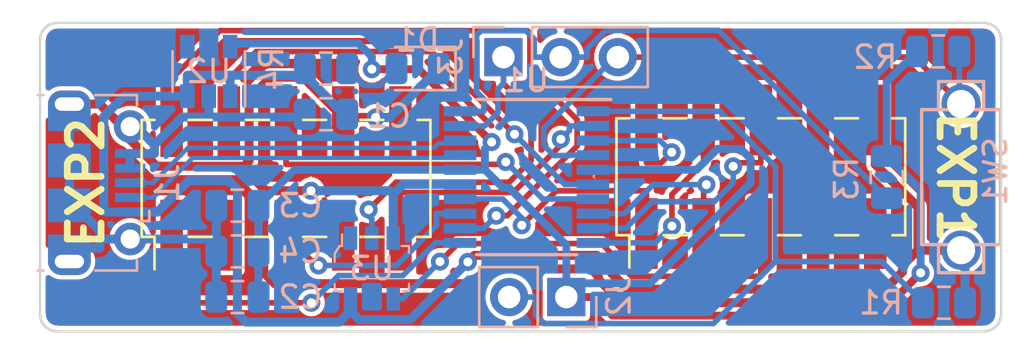
<source format=kicad_pcb>
(kicad_pcb (version 20171130) (host pcbnew "(5.1.5-0-10_14)")

  (general
    (thickness 1.6)
    (drawings 10)
    (tracks 308)
    (zones 0)
    (modules 18)
    (nets 23)
  )

  (page A4)
  (title_block
    (rev B)
  )

  (layers
    (0 F.Cu signal)
    (31 B.Cu signal hide)
    (32 B.Adhes user)
    (33 F.Adhes user)
    (34 B.Paste user)
    (35 F.Paste user)
    (36 B.SilkS user)
    (37 F.SilkS user)
    (38 B.Mask user)
    (39 F.Mask user)
    (40 Dwgs.User user)
    (41 Cmts.User user)
    (42 Eco1.User user)
    (43 Eco2.User user)
    (44 Edge.Cuts user)
    (45 Margin user)
    (46 B.CrtYd user)
    (47 F.CrtYd user)
    (48 B.Fab user hide)
    (49 F.Fab user hide)
  )

  (setup
    (last_trace_width 0.25)
    (trace_clearance 0.2)
    (zone_clearance 0.2)
    (zone_45_only no)
    (trace_min 0.2)
    (via_size 0.8)
    (via_drill 0.4)
    (via_min_size 0.4)
    (via_min_drill 0.3)
    (uvia_size 0.3)
    (uvia_drill 0.1)
    (uvias_allowed no)
    (uvia_min_size 0.2)
    (uvia_min_drill 0.1)
    (edge_width 0.05)
    (segment_width 0.2)
    (pcb_text_width 0.3)
    (pcb_text_size 1.5 1.5)
    (mod_edge_width 0.12)
    (mod_text_size 1 1)
    (mod_text_width 0.15)
    (pad_size 1.524 1.524)
    (pad_drill 0.762)
    (pad_to_mask_clearance 0.051)
    (solder_mask_min_width 0.25)
    (aux_axis_origin 0 0)
    (grid_origin 141.67 82.5)
    (visible_elements 7FFFFFFF)
    (pcbplotparams
      (layerselection 0x010fc_ffffffff)
      (usegerberextensions false)
      (usegerberattributes false)
      (usegerberadvancedattributes false)
      (creategerberjobfile false)
      (excludeedgelayer true)
      (linewidth 0.100000)
      (plotframeref false)
      (viasonmask false)
      (mode 1)
      (useauxorigin false)
      (hpglpennumber 1)
      (hpglpenspeed 20)
      (hpglpendiameter 15.000000)
      (psnegative false)
      (psa4output false)
      (plotreference true)
      (plotvalue true)
      (plotinvisibletext false)
      (padsonsilk false)
      (subtractmaskfromsilk false)
      (outputformat 1)
      (mirror false)
      (drillshape 0)
      (scaleselection 1)
      (outputdirectory "../gerbers"))
  )

  (net 0 "")
  (net 1 +3V3)
  (net 2 GND)
  (net 3 /D+)
  (net 4 /D-)
  (net 5 /~RESET)
  (net 6 /SWDCLK)
  (net 7 /BOOT0)
  (net 8 LCD_NEOPIXEL)
  (net 9 LCD_RST)
  (net 10 LCD_A0)
  (net 11 LCD_CS)
  (net 12 BTN_ENC)
  (net 13 BUZZER)
  (net 14 BTN_EN2)
  (net 15 BTN_EN1)
  (net 16 KILL)
  (net 17 VBUS)
  (net 18 NEOPIXEL3V)
  (net 19 MOSI)
  (net 20 MISO)
  (net 21 SCK)
  (net 22 "Net-(D1-Pad2)")

  (net_class Default "This is the default net class."
    (clearance 0.2)
    (trace_width 0.25)
    (via_dia 0.8)
    (via_drill 0.4)
    (uvia_dia 0.3)
    (uvia_drill 0.1)
    (add_net +3V3)
    (add_net /BOOT0)
    (add_net /D+)
    (add_net /D-)
    (add_net /SWDCLK)
    (add_net /~RESET)
    (add_net BTN_EN1)
    (add_net BTN_EN2)
    (add_net BTN_ENC)
    (add_net BUZZER)
    (add_net GND)
    (add_net KILL)
    (add_net LCD_A0)
    (add_net LCD_CS)
    (add_net LCD_NEOPIXEL)
    (add_net LCD_RST)
    (add_net MISO)
    (add_net MOSI)
    (add_net NEOPIXEL3V)
    (add_net "Net-(D1-Pad2)")
    (add_net SCK)
    (add_net VBUS)
  )

  (module Digikey:SOT-753 (layer B.Cu) (tedit 5D28A654) (tstamp 5EB7CE7C)
    (at 182.564 117.806)
    (path /5EB70AE5)
    (attr smd)
    (fp_text reference U3 (at 0 0) (layer B.SilkS)
      (effects (font (size 1 1) (thickness 0.15)) (justify mirror))
    )
    (fp_text value 74LVC1G17 (at 0.35 -4.025) (layer B.Fab)
      (effects (font (size 1 1) (thickness 0.15)) (justify mirror))
    )
    (fp_line (start -1.525 0.875) (end 1.525 0.875) (layer B.Fab) (width 0.1))
    (fp_line (start 1.525 0.875) (end 1.525 -0.875) (layer B.Fab) (width 0.1))
    (fp_line (start -1.525 -0.625) (end -1.35 -0.875) (layer B.Fab) (width 0.1))
    (fp_line (start -1.35 -0.875) (end 1.525 -0.875) (layer B.Fab) (width 0.1))
    (fp_line (start -1.525 -0.625) (end -1.525 0.875) (layer B.Fab) (width 0.1))
    (fp_line (start -1.65 -0.675) (end -1.65 -0.3) (layer B.SilkS) (width 0.1))
    (fp_line (start -1.325 -1) (end -1.325 -1.525) (layer B.SilkS) (width 0.1))
    (fp_line (start -1.425 -1) (end -1.325 -1) (layer B.SilkS) (width 0.1))
    (fp_line (start -1.65 -0.675) (end -1.425 -1) (layer B.SilkS) (width 0.1))
    (fp_line (start 1.65 1) (end 1.65 0.675) (layer B.SilkS) (width 0.1))
    (fp_line (start 1.35 1) (end 1.65 1) (layer B.SilkS) (width 0.1))
    (fp_line (start 1.65 -1) (end 1.65 -0.7) (layer B.SilkS) (width 0.1))
    (fp_line (start 1.325 -1) (end 1.65 -1) (layer B.SilkS) (width 0.1))
    (fp_line (start -1.65 1) (end -1.65 0.7) (layer B.SilkS) (width 0.1))
    (fp_line (start -1.325 1) (end -1.65 1) (layer B.SilkS) (width 0.1))
    (fp_text user %R (at 0 -0.1) (layer B.Fab)
      (effects (font (size 0.75 0.75) (thickness 0.075)) (justify mirror))
    )
    (fp_line (start -1.825 2.125) (end 1.825 2.125) (layer B.CrtYd) (width 0.05))
    (fp_line (start 1.825 2.125) (end 1.825 -2.125) (layer B.CrtYd) (width 0.05))
    (fp_line (start 1.825 -2.125) (end -1.825 -2.125) (layer B.CrtYd) (width 0.05))
    (fp_line (start -1.825 -2.125) (end -1.825 2.125) (layer B.CrtYd) (width 0.05))
    (pad 1 smd rect (at -0.95 -1.35) (size 0.6 1.05) (layers B.Cu B.Paste B.Mask)
      (solder_mask_margin 0.07))
    (pad 2 smd rect (at 0 -1.35) (size 0.6 1.05) (layers B.Cu B.Paste B.Mask)
      (net 18 NEOPIXEL3V) (solder_mask_margin 0.07))
    (pad 3 smd rect (at 0.95 -1.35) (size 0.6 1.05) (layers B.Cu B.Paste B.Mask)
      (net 2 GND) (solder_mask_margin 0.07))
    (pad 4 smd rect (at 0.95 1.35) (size 0.6 1.05) (layers B.Cu B.Paste B.Mask)
      (net 8 LCD_NEOPIXEL) (solder_mask_margin 0.07))
    (pad 5 smd rect (at -0.95 1.35) (size 0.6 1.05) (layers B.Cu B.Paste B.Mask)
      (net 17 VBUS) (solder_mask_margin 0.07))
  )

  (module Connector_PinHeader_2.54mm:PinHeader_2x05_P2.54mm_Vertical_SMD_alt (layer F.Cu) (tedit 5EB615DD) (tstamp 5EB632F6)
    (at 178.754 113.8 90)
    (descr "surface-mounted straight pin header, 2x05, 2.54mm pitch, double rows")
    (tags "Surface mounted pin header SMD 2x05 2.54mm double row")
    (path /5DA8C40D)
    (attr smd)
    (fp_text reference J5 (at 0.07 -6.39 90) (layer F.SilkS)
      (effects (font (size 0.1 0.1) (thickness 0.025)))
    )
    (fp_text value EXP2 (at 0 7.41 90) (layer F.Fab)
      (effects (font (size 1 1) (thickness 0.15)))
    )
    (fp_text user %R (at 0 0) (layer F.Fab)
      (effects (font (size 1 1) (thickness 0.15)))
    )
    (fp_line (start 5.9 -6.85) (end -5.9 -6.85) (layer F.CrtYd) (width 0.05))
    (fp_line (start 5.9 6.85) (end 5.9 -6.85) (layer F.CrtYd) (width 0.05))
    (fp_line (start -5.9 6.85) (end 5.9 6.85) (layer F.CrtYd) (width 0.05))
    (fp_line (start -5.9 -6.85) (end -5.9 6.85) (layer F.CrtYd) (width 0.05))
    (fp_line (start 2.6 3.3) (end 2.6 4.32) (layer F.SilkS) (width 0.12))
    (fp_line (start -2.6 3.3) (end -2.6 4.32) (layer F.SilkS) (width 0.12))
    (fp_line (start 2.6 0.76) (end 2.6 1.78) (layer F.SilkS) (width 0.12))
    (fp_line (start -2.6 0.76) (end -2.6 1.78) (layer F.SilkS) (width 0.12))
    (fp_line (start 2.6 -1.78) (end 2.6 -0.76) (layer F.SilkS) (width 0.12))
    (fp_line (start -2.6 -1.78) (end -2.6 -0.76) (layer F.SilkS) (width 0.12))
    (fp_line (start 2.6 -4.32) (end 2.6 -3.3) (layer F.SilkS) (width 0.12))
    (fp_line (start -2.6 -4.32) (end -2.6 -3.3) (layer F.SilkS) (width 0.12))
    (fp_line (start 2.6 5.84) (end 2.6 6.41) (layer F.SilkS) (width 0.12))
    (fp_line (start -2.6 5.84) (end -2.6 6.41) (layer F.SilkS) (width 0.12))
    (fp_line (start 2.6 -6.41) (end 2.6 -5.84) (layer F.SilkS) (width 0.12))
    (fp_line (start -2.6 -6.41) (end -2.6 -5.84) (layer F.SilkS) (width 0.12))
    (fp_line (start -4.04 -5.84) (end -2.6 -5.84) (layer F.SilkS) (width 0.12))
    (fp_line (start -2.6 6.41) (end 2.6 6.41) (layer F.SilkS) (width 0.12))
    (fp_line (start -2.6 -6.41) (end 2.6 -6.41) (layer F.SilkS) (width 0.12))
    (fp_line (start 3.6 5.4) (end 2.54 5.4) (layer F.Fab) (width 0.1))
    (fp_line (start 3.6 4.76) (end 3.6 5.4) (layer F.Fab) (width 0.1))
    (fp_line (start 2.54 4.76) (end 3.6 4.76) (layer F.Fab) (width 0.1))
    (fp_line (start -3.6 5.4) (end -2.54 5.4) (layer F.Fab) (width 0.1))
    (fp_line (start -3.6 4.76) (end -3.6 5.4) (layer F.Fab) (width 0.1))
    (fp_line (start -2.54 4.76) (end -3.6 4.76) (layer F.Fab) (width 0.1))
    (fp_line (start 3.6 2.86) (end 2.54 2.86) (layer F.Fab) (width 0.1))
    (fp_line (start 3.6 2.22) (end 3.6 2.86) (layer F.Fab) (width 0.1))
    (fp_line (start 2.54 2.22) (end 3.6 2.22) (layer F.Fab) (width 0.1))
    (fp_line (start -3.6 2.86) (end -2.54 2.86) (layer F.Fab) (width 0.1))
    (fp_line (start -3.6 2.22) (end -3.6 2.86) (layer F.Fab) (width 0.1))
    (fp_line (start -2.54 2.22) (end -3.6 2.22) (layer F.Fab) (width 0.1))
    (fp_line (start 3.6 0.32) (end 2.54 0.32) (layer F.Fab) (width 0.1))
    (fp_line (start 3.6 -0.32) (end 3.6 0.32) (layer F.Fab) (width 0.1))
    (fp_line (start 2.54 -0.32) (end 3.6 -0.32) (layer F.Fab) (width 0.1))
    (fp_line (start -3.6 0.32) (end -2.54 0.32) (layer F.Fab) (width 0.1))
    (fp_line (start -3.6 -0.32) (end -3.6 0.32) (layer F.Fab) (width 0.1))
    (fp_line (start -2.54 -0.32) (end -3.6 -0.32) (layer F.Fab) (width 0.1))
    (fp_line (start 3.6 -2.22) (end 2.54 -2.22) (layer F.Fab) (width 0.1))
    (fp_line (start 3.6 -2.86) (end 3.6 -2.22) (layer F.Fab) (width 0.1))
    (fp_line (start 2.54 -2.86) (end 3.6 -2.86) (layer F.Fab) (width 0.1))
    (fp_line (start -3.6 -2.22) (end -2.54 -2.22) (layer F.Fab) (width 0.1))
    (fp_line (start -3.6 -2.86) (end -3.6 -2.22) (layer F.Fab) (width 0.1))
    (fp_line (start -2.54 -2.86) (end -3.6 -2.86) (layer F.Fab) (width 0.1))
    (fp_line (start 3.6 -4.76) (end 2.54 -4.76) (layer F.Fab) (width 0.1))
    (fp_line (start 3.6 -5.4) (end 3.6 -4.76) (layer F.Fab) (width 0.1))
    (fp_line (start 2.54 -5.4) (end 3.6 -5.4) (layer F.Fab) (width 0.1))
    (fp_line (start -3.6 -4.76) (end -2.54 -4.76) (layer F.Fab) (width 0.1))
    (fp_line (start -3.6 -5.4) (end -3.6 -4.76) (layer F.Fab) (width 0.1))
    (fp_line (start -2.54 -5.4) (end -3.6 -5.4) (layer F.Fab) (width 0.1))
    (fp_line (start 2.54 -6.35) (end 2.54 6.35) (layer F.Fab) (width 0.1))
    (fp_line (start -2.54 -5.4) (end -1.59 -6.35) (layer F.Fab) (width 0.1))
    (fp_line (start -2.54 6.35) (end -2.54 -5.4) (layer F.Fab) (width 0.1))
    (fp_line (start -1.59 -6.35) (end 2.54 -6.35) (layer F.Fab) (width 0.1))
    (fp_line (start 2.54 6.35) (end -2.54 6.35) (layer F.Fab) (width 0.1))
    (pad 9 smd rect (at 2.525 5.08 90) (size 3.15 1) (layers F.Cu F.Paste F.Mask)
      (net 2 GND))
    (pad 10 smd rect (at -2.525 5.08 90) (size 3.15 1) (layers F.Cu F.Paste F.Mask)
      (net 16 KILL))
    (pad 7 smd rect (at 2.525 2.54 90) (size 3.15 1) (layers F.Cu F.Paste F.Mask)
      (net 2 GND))
    (pad 8 smd rect (at -2.525 2.54 90) (size 3.15 1) (layers F.Cu F.Paste F.Mask))
    (pad 5 smd rect (at 2.525 0 90) (size 3.15 1) (layers F.Cu F.Paste F.Mask)
      (net 14 BTN_EN2))
    (pad 6 smd rect (at -2.525 0 90) (size 3.15 1) (layers F.Cu F.Paste F.Mask)
      (net 19 MOSI))
    (pad 3 smd rect (at 2.525 -2.54 90) (size 3.15 1) (layers F.Cu F.Paste F.Mask)
      (net 15 BTN_EN1))
    (pad 4 smd rect (at -2.525 -2.54 90) (size 3.15 1) (layers F.Cu F.Paste F.Mask))
    (pad 1 smd rect (at 2.525 -5.08 90) (size 3.15 1) (layers F.Cu F.Paste F.Mask)
      (net 20 MISO))
    (pad 2 smd rect (at -2.525 -5.08 90) (size 3.15 1) (layers F.Cu F.Paste F.Mask)
      (net 21 SCK))
    (model ${KISYS3DMOD}/Connector_PinHeader_2.54mm.3dshapes/PinHeader_2x05_P2.54mm_Vertical_SMD.wrl
      (at (xyz 0 0 0))
      (scale (xyz 1 1 1))
      (rotate (xyz 0 0 0))
    )
  )

  (module Connector_PinHeader_2.54mm:PinHeader_2x05_P2.54mm_Vertical_SMD_alt (layer F.Cu) (tedit 5EB615DD) (tstamp 5EB61EA7)
    (at 199.836 113.727 90)
    (descr "surface-mounted straight pin header, 2x05, 2.54mm pitch, double rows")
    (tags "Surface mounted pin header SMD 2x05 2.54mm double row")
    (path /5DB069BF)
    (attr smd)
    (fp_text reference J4 (at 0 -7.41 90) (layer F.SilkS)
      (effects (font (size 0.1 0.1) (thickness 0.025)))
    )
    (fp_text value EXP1 (at 0 6.35 90) (layer F.Fab)
      (effects (font (size 0.1 0.1) (thickness 0.025)))
    )
    (fp_text user %R (at 0 0) (layer F.Fab)
      (effects (font (size 1 1) (thickness 0.15)))
    )
    (fp_line (start 5.9 -6.85) (end -5.9 -6.85) (layer F.CrtYd) (width 0.05))
    (fp_line (start 5.9 6.85) (end 5.9 -6.85) (layer F.CrtYd) (width 0.05))
    (fp_line (start -5.9 6.85) (end 5.9 6.85) (layer F.CrtYd) (width 0.05))
    (fp_line (start -5.9 -6.85) (end -5.9 6.85) (layer F.CrtYd) (width 0.05))
    (fp_line (start 2.6 3.3) (end 2.6 4.32) (layer F.SilkS) (width 0.12))
    (fp_line (start -2.6 3.3) (end -2.6 4.32) (layer F.SilkS) (width 0.12))
    (fp_line (start 2.6 0.76) (end 2.6 1.78) (layer F.SilkS) (width 0.12))
    (fp_line (start -2.6 0.76) (end -2.6 1.78) (layer F.SilkS) (width 0.12))
    (fp_line (start 2.6 -1.78) (end 2.6 -0.76) (layer F.SilkS) (width 0.12))
    (fp_line (start -2.6 -1.78) (end -2.6 -0.76) (layer F.SilkS) (width 0.12))
    (fp_line (start 2.6 -4.32) (end 2.6 -3.3) (layer F.SilkS) (width 0.12))
    (fp_line (start -2.6 -4.32) (end -2.6 -3.3) (layer F.SilkS) (width 0.12))
    (fp_line (start 2.6 5.84) (end 2.6 6.41) (layer F.SilkS) (width 0.12))
    (fp_line (start -2.6 5.84) (end -2.6 6.41) (layer F.SilkS) (width 0.12))
    (fp_line (start 2.6 -6.41) (end 2.6 -5.84) (layer F.SilkS) (width 0.12))
    (fp_line (start -2.6 -6.41) (end -2.6 -5.84) (layer F.SilkS) (width 0.12))
    (fp_line (start -4.04 -5.84) (end -2.6 -5.84) (layer F.SilkS) (width 0.12))
    (fp_line (start -2.6 6.41) (end 2.6 6.41) (layer F.SilkS) (width 0.12))
    (fp_line (start -2.6 -6.41) (end 2.6 -6.41) (layer F.SilkS) (width 0.12))
    (fp_line (start 3.6 5.4) (end 2.54 5.4) (layer F.Fab) (width 0.1))
    (fp_line (start 3.6 4.76) (end 3.6 5.4) (layer F.Fab) (width 0.1))
    (fp_line (start 2.54 4.76) (end 3.6 4.76) (layer F.Fab) (width 0.1))
    (fp_line (start -3.6 5.4) (end -2.54 5.4) (layer F.Fab) (width 0.1))
    (fp_line (start -3.6 4.76) (end -3.6 5.4) (layer F.Fab) (width 0.1))
    (fp_line (start -2.54 4.76) (end -3.6 4.76) (layer F.Fab) (width 0.1))
    (fp_line (start 3.6 2.86) (end 2.54 2.86) (layer F.Fab) (width 0.1))
    (fp_line (start 3.6 2.22) (end 3.6 2.86) (layer F.Fab) (width 0.1))
    (fp_line (start 2.54 2.22) (end 3.6 2.22) (layer F.Fab) (width 0.1))
    (fp_line (start -3.6 2.86) (end -2.54 2.86) (layer F.Fab) (width 0.1))
    (fp_line (start -3.6 2.22) (end -3.6 2.86) (layer F.Fab) (width 0.1))
    (fp_line (start -2.54 2.22) (end -3.6 2.22) (layer F.Fab) (width 0.1))
    (fp_line (start 3.6 0.32) (end 2.54 0.32) (layer F.Fab) (width 0.1))
    (fp_line (start 3.6 -0.32) (end 3.6 0.32) (layer F.Fab) (width 0.1))
    (fp_line (start 2.54 -0.32) (end 3.6 -0.32) (layer F.Fab) (width 0.1))
    (fp_line (start -3.6 0.32) (end -2.54 0.32) (layer F.Fab) (width 0.1))
    (fp_line (start -3.6 -0.32) (end -3.6 0.32) (layer F.Fab) (width 0.1))
    (fp_line (start -2.54 -0.32) (end -3.6 -0.32) (layer F.Fab) (width 0.1))
    (fp_line (start 3.6 -2.22) (end 2.54 -2.22) (layer F.Fab) (width 0.1))
    (fp_line (start 3.6 -2.86) (end 3.6 -2.22) (layer F.Fab) (width 0.1))
    (fp_line (start 2.54 -2.86) (end 3.6 -2.86) (layer F.Fab) (width 0.1))
    (fp_line (start -3.6 -2.22) (end -2.54 -2.22) (layer F.Fab) (width 0.1))
    (fp_line (start -3.6 -2.86) (end -3.6 -2.22) (layer F.Fab) (width 0.1))
    (fp_line (start -2.54 -2.86) (end -3.6 -2.86) (layer F.Fab) (width 0.1))
    (fp_line (start 3.6 -4.76) (end 2.54 -4.76) (layer F.Fab) (width 0.1))
    (fp_line (start 3.6 -5.4) (end 3.6 -4.76) (layer F.Fab) (width 0.1))
    (fp_line (start 2.54 -5.4) (end 3.6 -5.4) (layer F.Fab) (width 0.1))
    (fp_line (start -3.6 -4.76) (end -2.54 -4.76) (layer F.Fab) (width 0.1))
    (fp_line (start -3.6 -5.4) (end -3.6 -4.76) (layer F.Fab) (width 0.1))
    (fp_line (start -2.54 -5.4) (end -3.6 -5.4) (layer F.Fab) (width 0.1))
    (fp_line (start 2.54 -6.35) (end 2.54 6.35) (layer F.Fab) (width 0.1))
    (fp_line (start -2.54 -5.4) (end -1.59 -6.35) (layer F.Fab) (width 0.1))
    (fp_line (start -2.54 6.35) (end -2.54 -5.4) (layer F.Fab) (width 0.1))
    (fp_line (start -1.59 -6.35) (end 2.54 -6.35) (layer F.Fab) (width 0.1))
    (fp_line (start 2.54 6.35) (end -2.54 6.35) (layer F.Fab) (width 0.1))
    (pad 9 smd rect (at 2.525 5.08 90) (size 3.15 1) (layers F.Cu F.Paste F.Mask)
      (net 2 GND))
    (pad 10 smd rect (at -2.525 5.08 90) (size 3.15 1) (layers F.Cu F.Paste F.Mask)
      (net 17 VBUS))
    (pad 7 smd rect (at 2.525 2.54 90) (size 3.15 1) (layers F.Cu F.Paste F.Mask))
    (pad 8 smd rect (at -2.525 2.54 90) (size 3.15 1) (layers F.Cu F.Paste F.Mask))
    (pad 5 smd rect (at 2.525 0 90) (size 3.15 1) (layers F.Cu F.Paste F.Mask)
      (net 9 LCD_RST))
    (pad 6 smd rect (at -2.525 0 90) (size 3.15 1) (layers F.Cu F.Paste F.Mask)
      (net 8 LCD_NEOPIXEL))
    (pad 3 smd rect (at 2.525 -2.54 90) (size 3.15 1) (layers F.Cu F.Paste F.Mask)
      (net 11 LCD_CS))
    (pad 4 smd rect (at -2.525 -2.54 90) (size 3.15 1) (layers F.Cu F.Paste F.Mask)
      (net 10 LCD_A0))
    (pad 1 smd rect (at 2.525 -5.08 90) (size 3.15 1) (layers F.Cu F.Paste F.Mask)
      (net 13 BUZZER))
    (pad 2 smd rect (at -2.525 -5.08 90) (size 3.15 1) (layers F.Cu F.Paste F.Mask)
      (net 12 BTN_ENC))
    (model ${KISYS3DMOD}/Connector_PinHeader_2.54mm.3dshapes/PinHeader_2x05_P2.54mm_Vertical_SMD.wrl
      (at (xyz 0 0 0))
      (scale (xyz 1 1 1))
      (rotate (xyz 0 0 0))
    )
  )

  (module Custom:SOT-23-5 (layer B.Cu) (tedit 5EB07606) (tstamp 5EB62864)
    (at 175.325 109.043 90)
    (descr "5-pin SOT23 package")
    (tags SOT-23-5)
    (path /5E25182A)
    (attr smd)
    (fp_text reference U2 (at 0 0) (layer B.SilkS)
      (effects (font (size 1 1) (thickness 0.15)) (justify mirror))
    )
    (fp_text value AP2127K-3.3 (at 0 -2.9 270) (layer B.Fab)
      (effects (font (size 1 1) (thickness 0.15)) (justify mirror))
    )
    (fp_line (start 0.9 1.55) (end 0.9 -1.55) (layer B.Fab) (width 0.1))
    (fp_line (start 0.9 -1.55) (end -0.9 -1.55) (layer B.Fab) (width 0.1))
    (fp_line (start -0.9 0.9) (end -0.9 -1.55) (layer B.Fab) (width 0.1))
    (fp_line (start 0.9 1.55) (end -0.25 1.55) (layer B.Fab) (width 0.1))
    (fp_line (start -0.9 0.9) (end -0.25 1.55) (layer B.Fab) (width 0.1))
    (fp_line (start -1.9 -1.8) (end -1.9 1.8) (layer B.CrtYd) (width 0.05))
    (fp_line (start 1.9 -1.8) (end -1.9 -1.8) (layer B.CrtYd) (width 0.05))
    (fp_line (start 1.9 1.8) (end 1.9 -1.8) (layer B.CrtYd) (width 0.05))
    (fp_line (start -1.9 1.8) (end 1.9 1.8) (layer B.CrtYd) (width 0.05))
    (fp_line (start 0.9 1.61) (end -1.55 1.61) (layer B.SilkS) (width 0.12))
    (fp_line (start -0.9 -1.61) (end 0.9 -1.61) (layer B.SilkS) (width 0.12))
    (fp_text user %R (at 0 0) (layer B.Fab)
      (effects (font (size 0.5 0.5) (thickness 0.075)) (justify mirror))
    )
    (pad 5 smd rect (at 1.1 0.95 90) (size 1.06 0.65) (layers B.Cu B.Paste B.Mask)
      (net 1 +3V3))
    (pad 4 smd rect (at 1.1 -0.95 90) (size 1.06 0.65) (layers B.Cu B.Paste B.Mask))
    (pad 3 smd rect (at -1.1 -0.95 90) (size 1.06 0.65) (layers B.Cu B.Paste B.Mask)
      (net 17 VBUS))
    (pad 2 smd rect (at -1.1 0 90) (size 1.06 0.65) (layers B.Cu B.Paste B.Mask)
      (net 2 GND))
    (pad 1 smd rect (at -1.1 0.95 90) (size 1.06 0.65) (layers B.Cu B.Paste B.Mask)
      (net 17 VBUS))
    (model ${KIPRJMOD}/Library/3D_Packages/SOT-23-5.step
      (at (xyz 0 0 0))
      (scale (xyz 1 1 1))
      (rotate (xyz 0 0 0))
    )
  )

  (module Custom:TSSOP-20_4.4x6.5mm_P0.65mm (layer B.Cu) (tedit 5EB0766C) (tstamp 5EB6284F)
    (at 189.433 113.742 180)
    (descr "20-Lead Plastic Thin Shrink Small Outline (ST)-4.4 mm Body [TSSOP] (see Microchip Packaging Specification 00000049BS.pdf)")
    (tags "SSOP 0.65")
    (path /5E1D92D4)
    (attr smd)
    (fp_text reference U1 (at 0 4.3) (layer B.SilkS)
      (effects (font (size 1 1) (thickness 0.15)) (justify mirror))
    )
    (fp_text value STM32F042F6Px (at 0 -4.3) (layer B.Fab)
      (effects (font (size 1 1) (thickness 0.15)) (justify mirror))
    )
    (fp_text user %R (at 0 0) (layer B.Fab)
      (effects (font (size 0.8 0.8) (thickness 0.15)) (justify mirror))
    )
    (fp_line (start -3.75 3.45) (end 2.225 3.45) (layer B.SilkS) (width 0.15))
    (fp_line (start -2.225 -3.45) (end 2.225 -3.45) (layer B.SilkS) (width 0.15))
    (fp_line (start -3.95 -3.55) (end 3.95 -3.55) (layer B.CrtYd) (width 0.05))
    (fp_line (start -3.95 3.55) (end 3.95 3.55) (layer B.CrtYd) (width 0.05))
    (fp_line (start 3.95 3.55) (end 3.95 -3.55) (layer B.CrtYd) (width 0.05))
    (fp_line (start -3.95 3.55) (end -3.95 -3.55) (layer B.CrtYd) (width 0.05))
    (fp_line (start -2.2 2.25) (end -1.2 3.25) (layer B.Fab) (width 0.15))
    (fp_line (start -2.2 -3.25) (end -2.2 2.25) (layer B.Fab) (width 0.15))
    (fp_line (start 2.2 -3.25) (end -2.2 -3.25) (layer B.Fab) (width 0.15))
    (fp_line (start 2.2 3.25) (end 2.2 -3.25) (layer B.Fab) (width 0.15))
    (fp_line (start -1.2 3.25) (end 2.2 3.25) (layer B.Fab) (width 0.15))
    (pad 20 smd rect (at 2.95 2.925 180) (size 1.45 0.45) (layers B.Cu B.Paste B.Mask)
      (net 6 /SWDCLK))
    (pad 19 smd rect (at 2.95 2.275 180) (size 1.45 0.45) (layers B.Cu B.Paste B.Mask)
      (net 18 NEOPIXEL3V))
    (pad 18 smd rect (at 2.95 1.625 180) (size 1.45 0.45) (layers B.Cu B.Paste B.Mask)
      (net 3 /D+))
    (pad 17 smd rect (at 2.95 0.975 180) (size 1.45 0.45) (layers B.Cu B.Paste B.Mask)
      (net 4 /D-))
    (pad 16 smd rect (at 2.95 0.325 180) (size 1.45 0.45) (layers B.Cu B.Paste B.Mask)
      (net 1 +3V3))
    (pad 15 smd rect (at 2.95 -0.325 180) (size 1.45 0.45) (layers B.Cu B.Paste B.Mask)
      (net 2 GND))
    (pad 14 smd rect (at 2.95 -0.975 180) (size 1.45 0.45) (layers B.Cu B.Paste B.Mask)
      (net 12 BTN_ENC))
    (pad 13 smd rect (at 2.95 -1.625 180) (size 1.45 0.45) (layers B.Cu B.Paste B.Mask)
      (net 19 MOSI))
    (pad 12 smd rect (at 2.95 -2.275 180) (size 1.45 0.45) (layers B.Cu B.Paste B.Mask)
      (net 20 MISO))
    (pad 11 smd rect (at 2.95 -2.925 180) (size 1.45 0.45) (layers B.Cu B.Paste B.Mask)
      (net 21 SCK))
    (pad 10 smd rect (at -2.95 -2.925 180) (size 1.45 0.45) (layers B.Cu B.Paste B.Mask)
      (net 11 LCD_CS))
    (pad 9 smd rect (at -2.95 -2.275 180) (size 1.45 0.45) (layers B.Cu B.Paste B.Mask)
      (net 9 LCD_RST))
    (pad 8 smd rect (at -2.95 -1.625 180) (size 1.45 0.45) (layers B.Cu B.Paste B.Mask)
      (net 10 LCD_A0))
    (pad 7 smd rect (at -2.95 -0.975 180) (size 1.45 0.45) (layers B.Cu B.Paste B.Mask)
      (net 14 BTN_EN2))
    (pad 6 smd rect (at -2.95 -0.325 180) (size 1.45 0.45) (layers B.Cu B.Paste B.Mask)
      (net 15 BTN_EN1))
    (pad 5 smd rect (at -2.95 0.325 180) (size 1.45 0.45) (layers B.Cu B.Paste B.Mask)
      (net 1 +3V3))
    (pad 4 smd rect (at -2.95 0.975 180) (size 1.45 0.45) (layers B.Cu B.Paste B.Mask)
      (net 5 /~RESET))
    (pad 3 smd rect (at -2.95 1.625 180) (size 1.45 0.45) (layers B.Cu B.Paste B.Mask)
      (net 13 BUZZER))
    (pad 2 smd rect (at -2.95 2.275 180) (size 1.45 0.45) (layers B.Cu B.Paste B.Mask)
      (net 16 KILL))
    (pad 1 smd rect (at -2.95 2.925 180) (size 1.45 0.45) (layers B.Cu B.Paste B.Mask)
      (net 7 /BOOT0))
    (model ${KIPRJMOD}/Library/3D_Packages/TSSOP-20_4.4x6.5mm_P0.65mm.step
      (at (xyz 0 0 0))
      (scale (xyz 1 1 1))
      (rotate (xyz 0 0 0))
    )
  )

  (module Custom:2PinTactileButton (layer B.Cu) (tedit 5EB074A2) (tstamp 5EB72165)
    (at 208.726 113.742 270)
    (path /5E3398ED)
    (fp_text reference SW1 (at -0.254 -1.524 270) (layer B.SilkS)
      (effects (font (size 1 1) (thickness 0.15)) (justify mirror))
    )
    (fp_text value SW_SPST (at 0 2.54 270) (layer B.Fab)
      (effects (font (size 1 1) (thickness 0.15)) (justify mirror))
    )
    (fp_line (start 3 -1.75) (end -3 -1.75) (layer B.SilkS) (width 0.15))
    (fp_line (start -3 1.75) (end 3 1.75) (layer B.SilkS) (width 0.15))
    (fp_line (start -3 1.75) (end -3 -1.75) (layer B.SilkS) (width 0.15))
    (fp_line (start 3 -1.75) (end 3 1.75) (layer B.SilkS) (width 0.15))
    (fp_line (start 3 1) (end 4.25 1) (layer B.SilkS) (width 0.15))
    (fp_line (start 4.25 1) (end 4.25 -1) (layer B.SilkS) (width 0.15))
    (fp_line (start 4.25 -1) (end 3 -1) (layer B.SilkS) (width 0.15))
    (fp_line (start -4.25 1) (end -3 1) (layer B.SilkS) (width 0.15))
    (fp_line (start -3 -1) (end -4.25 -1) (layer B.SilkS) (width 0.15))
    (fp_line (start -4.25 -1) (end -4.25 1) (layer B.SilkS) (width 0.15))
    (pad 1 thru_hole circle (at 3.25 0 270) (size 1.75 1.75) (drill 1.25) (layers *.Cu *.Mask)
      (net 2 GND))
    (pad 2 thru_hole circle (at -3.25 0 270) (size 1.75 1.75) (drill 1.25) (layers *.Cu *.Mask)
      (net 5 /~RESET))
    (model ${KIPRJMOD}/Library/3D_Packages/2PinTactileButton.step
      (at (xyz 0 0 0))
      (scale (xyz 1 1 1))
      (rotate (xyz 0 0 0))
    )
  )

  (module Custom:R_0805_2012Metric (layer B.Cu) (tedit 5EB075F5) (tstamp 5EB6281B)
    (at 180.532 108.916 180)
    (descr "Resistor SMD 0805 (2012 Metric), square (rectangular) end terminal, IPC_7351 nominal, (Body size source: https://docs.google.com/spreadsheets/d/1BsfQQcO9C6DZCsRaXUlFlo91Tg2WpOkGARC1WS5S8t0/edit?usp=sharing), generated with kicad-footprint-generator")
    (tags resistor)
    (path /5EB42018)
    (attr smd)
    (fp_text reference R4 (at 2.413 0 90) (layer B.SilkS)
      (effects (font (size 1 1) (thickness 0.15)) (justify mirror))
    )
    (fp_text value 1K (at 0 -1.65) (layer B.Fab)
      (effects (font (size 1 1) (thickness 0.15)) (justify mirror))
    )
    (fp_text user %R (at 0 0) (layer B.Fab)
      (effects (font (size 0.5 0.5) (thickness 0.08)) (justify mirror))
    )
    (fp_line (start 1.68 -0.95) (end -1.68 -0.95) (layer B.CrtYd) (width 0.05))
    (fp_line (start 1.68 0.95) (end 1.68 -0.95) (layer B.CrtYd) (width 0.05))
    (fp_line (start -1.68 0.95) (end 1.68 0.95) (layer B.CrtYd) (width 0.05))
    (fp_line (start -1.68 -0.95) (end -1.68 0.95) (layer B.CrtYd) (width 0.05))
    (fp_line (start -0.258578 -0.71) (end 0.258578 -0.71) (layer B.SilkS) (width 0.12))
    (fp_line (start -0.258578 0.71) (end 0.258578 0.71) (layer B.SilkS) (width 0.12))
    (fp_line (start 1 -0.6) (end -1 -0.6) (layer B.Fab) (width 0.1))
    (fp_line (start 1 0.6) (end 1 -0.6) (layer B.Fab) (width 0.1))
    (fp_line (start -1 0.6) (end 1 0.6) (layer B.Fab) (width 0.1))
    (fp_line (start -1 -0.6) (end -1 0.6) (layer B.Fab) (width 0.1))
    (pad 2 smd roundrect (at 0.9375 0 180) (size 0.975 1.4) (layers B.Cu B.Paste B.Mask) (roundrect_rratio 0.25)
      (net 17 VBUS))
    (pad 1 smd roundrect (at -0.9375 0 180) (size 0.975 1.4) (layers B.Cu B.Paste B.Mask) (roundrect_rratio 0.25)
      (net 22 "Net-(D1-Pad2)"))
    (model ${KIPRJMOD}/Library/3D_Packages/R_0805_2012Metric.step
      (at (xyz 0 0 0))
      (scale (xyz 1 1 1))
      (rotate (xyz 0 0 0))
    )
  )

  (module Custom:R_0805_2012Metric (layer B.Cu) (tedit 5EB075F5) (tstamp 5EB6280A)
    (at 205.424 113.742 90)
    (descr "Resistor SMD 0805 (2012 Metric), square (rectangular) end terminal, IPC_7351 nominal, (Body size source: https://docs.google.com/spreadsheets/d/1BsfQQcO9C6DZCsRaXUlFlo91Tg2WpOkGARC1WS5S8t0/edit?usp=sharing), generated with kicad-footprint-generator")
    (tags resistor)
    (path /5E3EBE0E)
    (attr smd)
    (fp_text reference R3 (at -0.0785 -1.778 90) (layer B.SilkS)
      (effects (font (size 1 1) (thickness 0.15)) (justify mirror))
    )
    (fp_text value 10K (at 0 -1.65 90) (layer B.Fab)
      (effects (font (size 1 1) (thickness 0.15)) (justify mirror))
    )
    (fp_text user %R (at 0 0 90) (layer B.Fab)
      (effects (font (size 0.5 0.5) (thickness 0.08)) (justify mirror))
    )
    (fp_line (start 1.68 -0.95) (end -1.68 -0.95) (layer B.CrtYd) (width 0.05))
    (fp_line (start 1.68 0.95) (end 1.68 -0.95) (layer B.CrtYd) (width 0.05))
    (fp_line (start -1.68 0.95) (end 1.68 0.95) (layer B.CrtYd) (width 0.05))
    (fp_line (start -1.68 -0.95) (end -1.68 0.95) (layer B.CrtYd) (width 0.05))
    (fp_line (start -0.258578 -0.71) (end 0.258578 -0.71) (layer B.SilkS) (width 0.12))
    (fp_line (start -0.258578 0.71) (end 0.258578 0.71) (layer B.SilkS) (width 0.12))
    (fp_line (start 1 -0.6) (end -1 -0.6) (layer B.Fab) (width 0.1))
    (fp_line (start 1 0.6) (end 1 -0.6) (layer B.Fab) (width 0.1))
    (fp_line (start -1 0.6) (end 1 0.6) (layer B.Fab) (width 0.1))
    (fp_line (start -1 -0.6) (end -1 0.6) (layer B.Fab) (width 0.1))
    (pad 2 smd roundrect (at 0.9375 0 90) (size 0.975 1.4) (layers B.Cu B.Paste B.Mask) (roundrect_rratio 0.25)
      (net 1 +3V3))
    (pad 1 smd roundrect (at -0.9375 0 90) (size 0.975 1.4) (layers B.Cu B.Paste B.Mask) (roundrect_rratio 0.25)
      (net 6 /SWDCLK))
    (model ${KIPRJMOD}/Library/3D_Packages/R_0805_2012Metric.step
      (at (xyz 0 0 0))
      (scale (xyz 1 1 1))
      (rotate (xyz 0 0 0))
    )
  )

  (module Custom:R_0805_2012Metric (layer B.Cu) (tedit 5EB075F5) (tstamp 5EB72193)
    (at 207.71 108.154)
    (descr "Resistor SMD 0805 (2012 Metric), square (rectangular) end terminal, IPC_7351 nominal, (Body size source: https://docs.google.com/spreadsheets/d/1BsfQQcO9C6DZCsRaXUlFlo91Tg2WpOkGARC1WS5S8t0/edit?usp=sharing), generated with kicad-footprint-generator")
    (tags resistor)
    (path /5E1DEAAC)
    (attr smd)
    (fp_text reference R2 (at -2.794 0.254) (layer B.SilkS)
      (effects (font (size 1 1) (thickness 0.15)) (justify mirror))
    )
    (fp_text value 10K (at 0 -1.65) (layer B.Fab)
      (effects (font (size 1 1) (thickness 0.15)) (justify mirror))
    )
    (fp_text user %R (at 0 0) (layer B.Fab)
      (effects (font (size 0.5 0.5) (thickness 0.08)) (justify mirror))
    )
    (fp_line (start 1.68 -0.95) (end -1.68 -0.95) (layer B.CrtYd) (width 0.05))
    (fp_line (start 1.68 0.95) (end 1.68 -0.95) (layer B.CrtYd) (width 0.05))
    (fp_line (start -1.68 0.95) (end 1.68 0.95) (layer B.CrtYd) (width 0.05))
    (fp_line (start -1.68 -0.95) (end -1.68 0.95) (layer B.CrtYd) (width 0.05))
    (fp_line (start -0.258578 -0.71) (end 0.258578 -0.71) (layer B.SilkS) (width 0.12))
    (fp_line (start -0.258578 0.71) (end 0.258578 0.71) (layer B.SilkS) (width 0.12))
    (fp_line (start 1 -0.6) (end -1 -0.6) (layer B.Fab) (width 0.1))
    (fp_line (start 1 0.6) (end 1 -0.6) (layer B.Fab) (width 0.1))
    (fp_line (start -1 0.6) (end 1 0.6) (layer B.Fab) (width 0.1))
    (fp_line (start -1 -0.6) (end -1 0.6) (layer B.Fab) (width 0.1))
    (pad 2 smd roundrect (at 0.9375 0) (size 0.975 1.4) (layers B.Cu B.Paste B.Mask) (roundrect_rratio 0.25)
      (net 5 /~RESET))
    (pad 1 smd roundrect (at -0.9375 0) (size 0.975 1.4) (layers B.Cu B.Paste B.Mask) (roundrect_rratio 0.25)
      (net 1 +3V3))
    (model ${KIPRJMOD}/Library/3D_Packages/R_0805_2012Metric.step
      (at (xyz 0 0 0))
      (scale (xyz 1 1 1))
      (rotate (xyz 0 0 0))
    )
  )

  (module Custom:R_0805_2012Metric (layer B.Cu) (tedit 5EB075F5) (tstamp 5EB627C6)
    (at 207.964 119.33 180)
    (descr "Resistor SMD 0805 (2012 Metric), square (rectangular) end terminal, IPC_7351 nominal, (Body size source: https://docs.google.com/spreadsheets/d/1BsfQQcO9C6DZCsRaXUlFlo91Tg2WpOkGARC1WS5S8t0/edit?usp=sharing), generated with kicad-footprint-generator")
    (tags resistor)
    (path /5E336EF9)
    (attr smd)
    (fp_text reference R1 (at 2.794 0) (layer B.SilkS)
      (effects (font (size 1 1) (thickness 0.15)) (justify mirror))
    )
    (fp_text value 10K (at 0 -1.65) (layer B.Fab)
      (effects (font (size 1 1) (thickness 0.15)) (justify mirror))
    )
    (fp_text user %R (at 0 0) (layer B.Fab)
      (effects (font (size 0.5 0.5) (thickness 0.08)) (justify mirror))
    )
    (fp_line (start 1.68 -0.95) (end -1.68 -0.95) (layer B.CrtYd) (width 0.05))
    (fp_line (start 1.68 0.95) (end 1.68 -0.95) (layer B.CrtYd) (width 0.05))
    (fp_line (start -1.68 0.95) (end 1.68 0.95) (layer B.CrtYd) (width 0.05))
    (fp_line (start -1.68 -0.95) (end -1.68 0.95) (layer B.CrtYd) (width 0.05))
    (fp_line (start -0.258578 -0.71) (end 0.258578 -0.71) (layer B.SilkS) (width 0.12))
    (fp_line (start -0.258578 0.71) (end 0.258578 0.71) (layer B.SilkS) (width 0.12))
    (fp_line (start 1 -0.6) (end -1 -0.6) (layer B.Fab) (width 0.1))
    (fp_line (start 1 0.6) (end 1 -0.6) (layer B.Fab) (width 0.1))
    (fp_line (start -1 0.6) (end 1 0.6) (layer B.Fab) (width 0.1))
    (fp_line (start -1 -0.6) (end -1 0.6) (layer B.Fab) (width 0.1))
    (pad 2 smd roundrect (at 0.9375 0 180) (size 0.975 1.4) (layers B.Cu B.Paste B.Mask) (roundrect_rratio 0.25)
      (net 7 /BOOT0))
    (pad 1 smd roundrect (at -0.9375 0 180) (size 0.975 1.4) (layers B.Cu B.Paste B.Mask) (roundrect_rratio 0.25)
      (net 2 GND))
    (model ${KIPRJMOD}/Library/3D_Packages/R_0805_2012Metric.step
      (at (xyz 0 0 0))
      (scale (xyz 1 1 1))
      (rotate (xyz 0 0 0))
    )
  )

  (module Custom:PinHeader_1x02_P2.54mm_Vertical (layer B.Cu) (tedit 5EB075DE) (tstamp 5EB627B5)
    (at 191.2 119.076 90)
    (descr "Through hole straight pin header, 1x02, 2.54mm pitch, single row")
    (tags "Through hole pin header THT 1x02 2.54mm single row")
    (path /5E4C137F)
    (fp_text reference J2 (at 0 2.33 270) (layer B.SilkS)
      (effects (font (size 1 1) (thickness 0.15)) (justify mirror))
    )
    (fp_text value Conn_01x02 (at 0 -4.87 270) (layer B.Fab)
      (effects (font (size 1 1) (thickness 0.15)) (justify mirror))
    )
    (fp_text user %R (at 0 -1.27) (layer B.Fab)
      (effects (font (size 1 1) (thickness 0.15)) (justify mirror))
    )
    (fp_line (start 1.8 1.8) (end -1.8 1.8) (layer B.CrtYd) (width 0.05))
    (fp_line (start 1.8 -4.35) (end 1.8 1.8) (layer B.CrtYd) (width 0.05))
    (fp_line (start -1.8 -4.35) (end 1.8 -4.35) (layer B.CrtYd) (width 0.05))
    (fp_line (start -1.8 1.8) (end -1.8 -4.35) (layer B.CrtYd) (width 0.05))
    (fp_line (start -1.33 1.33) (end 0 1.33) (layer B.SilkS) (width 0.12))
    (fp_line (start -1.33 0) (end -1.33 1.33) (layer B.SilkS) (width 0.12))
    (fp_line (start -1.33 -1.27) (end 1.33 -1.27) (layer B.SilkS) (width 0.12))
    (fp_line (start 1.33 -1.27) (end 1.33 -3.87) (layer B.SilkS) (width 0.12))
    (fp_line (start -1.33 -1.27) (end -1.33 -3.87) (layer B.SilkS) (width 0.12))
    (fp_line (start -1.33 -3.87) (end 1.33 -3.87) (layer B.SilkS) (width 0.12))
    (fp_line (start -1.27 0.635) (end -0.635 1.27) (layer B.Fab) (width 0.1))
    (fp_line (start -1.27 -3.81) (end -1.27 0.635) (layer B.Fab) (width 0.1))
    (fp_line (start 1.27 -3.81) (end -1.27 -3.81) (layer B.Fab) (width 0.1))
    (fp_line (start 1.27 1.27) (end 1.27 -3.81) (layer B.Fab) (width 0.1))
    (fp_line (start -0.635 1.27) (end 1.27 1.27) (layer B.Fab) (width 0.1))
    (pad 2 thru_hole oval (at 0 -2.54 90) (size 1.7 1.7) (drill 1) (layers *.Cu *.Mask)
      (net 7 /BOOT0))
    (pad 1 thru_hole rect (at 0 0 90) (size 1.7 1.7) (drill 1) (layers *.Cu *.Mask)
      (net 1 +3V3))
    (model ${KIPRJMOD}/Library/3D_Packages/PinHeader_1x02_P2.54mm_Vertical.step
      (at (xyz 0 0 0))
      (scale (xyz 1 1 1))
      (rotate (xyz 0 0 0))
    )
  )

  (module Custom:PinHeader_1x03_P2.54mm_Vertical (layer B.Cu) (tedit 5EB075E6) (tstamp 5EB7543D)
    (at 188.406 108.408 270)
    (descr "Through hole straight pin header, 1x03, 2.54mm pitch, single row")
    (tags "Through hole pin header THT 1x03 2.54mm single row")
    (path /5E23D4FF)
    (fp_text reference J3 (at 0 2.33 90) (layer B.SilkS)
      (effects (font (size 1 1) (thickness 0.15)) (justify mirror))
    )
    (fp_text value Conn_01x03 (at 0 -7.41 90) (layer B.Fab)
      (effects (font (size 1 1) (thickness 0.15)) (justify mirror))
    )
    (fp_text user %R (at 0 -2.54 180) (layer B.Fab)
      (effects (font (size 1 1) (thickness 0.15)) (justify mirror))
    )
    (fp_line (start 1.8 1.8) (end -1.8 1.8) (layer B.CrtYd) (width 0.05))
    (fp_line (start 1.8 -6.85) (end 1.8 1.8) (layer B.CrtYd) (width 0.05))
    (fp_line (start -1.8 -6.85) (end 1.8 -6.85) (layer B.CrtYd) (width 0.05))
    (fp_line (start -1.8 1.8) (end -1.8 -6.85) (layer B.CrtYd) (width 0.05))
    (fp_line (start -1.33 1.33) (end 0 1.33) (layer B.SilkS) (width 0.12))
    (fp_line (start -1.33 0) (end -1.33 1.33) (layer B.SilkS) (width 0.12))
    (fp_line (start -1.33 -1.27) (end 1.33 -1.27) (layer B.SilkS) (width 0.12))
    (fp_line (start 1.33 -1.27) (end 1.33 -6.41) (layer B.SilkS) (width 0.12))
    (fp_line (start -1.33 -1.27) (end -1.33 -6.41) (layer B.SilkS) (width 0.12))
    (fp_line (start -1.33 -6.41) (end 1.33 -6.41) (layer B.SilkS) (width 0.12))
    (fp_line (start -1.27 0.635) (end -0.635 1.27) (layer B.Fab) (width 0.1))
    (fp_line (start -1.27 -6.35) (end -1.27 0.635) (layer B.Fab) (width 0.1))
    (fp_line (start 1.27 -6.35) (end -1.27 -6.35) (layer B.Fab) (width 0.1))
    (fp_line (start 1.27 1.27) (end 1.27 -6.35) (layer B.Fab) (width 0.1))
    (fp_line (start -0.635 1.27) (end 1.27 1.27) (layer B.Fab) (width 0.1))
    (pad 3 thru_hole oval (at 0 -5.08 270) (size 1.7 1.7) (drill 1) (layers *.Cu *.Mask)
      (net 5 /~RESET))
    (pad 2 thru_hole oval (at 0 -2.54 270) (size 1.7 1.7) (drill 1) (layers *.Cu *.Mask)
      (net 6 /SWDCLK))
    (pad 1 thru_hole rect (at 0 0 270) (size 1.7 1.7) (drill 1) (layers *.Cu *.Mask)
      (net 18 NEOPIXEL3V))
    (model ${KIPRJMOD}/Library/3D_Packages/PinHeader_1x03_P2.54mm_Vertical.step
      (at (xyz 0 0 0))
      (scale (xyz 1 1 1))
      (rotate (xyz 0 0 0))
    )
  )

  (module Custom:Molex-105017-0001-USBMicroB (layer B.Cu) (tedit 5EB075B6) (tstamp 5EB626E8)
    (at 170.372 113.996 90)
    (descr http://www.molex.com/pdm_docs/sd/1050170001_sd.pdf)
    (tags "Micro-USB SMD Typ-B")
    (path /5E308B4B)
    (attr smd)
    (fp_text reference J1 (at 0 3.1125 90) (layer B.SilkS)
      (effects (font (size 1 1) (thickness 0.15)) (justify mirror))
    )
    (fp_text value USB_B_Micro (at 0.3 -4.3375 90) (layer B.Fab)
      (effects (font (size 1 1) (thickness 0.15)) (justify mirror))
    )
    (fp_line (start -1.1 2.1225) (end -1.1 1.9125) (layer B.Fab) (width 0.1))
    (fp_line (start -1.5 2.1225) (end -1.5 1.9125) (layer B.Fab) (width 0.1))
    (fp_line (start -1.5 2.1225) (end -1.1 2.1225) (layer B.Fab) (width 0.1))
    (fp_line (start -1.1 1.9125) (end -1.3 1.7125) (layer B.Fab) (width 0.1))
    (fp_line (start -1.3 1.7125) (end -1.5 1.9125) (layer B.Fab) (width 0.1))
    (fp_line (start -1.7 2.3125) (end -1.7 1.8625) (layer B.SilkS) (width 0.12))
    (fp_line (start -1.7 2.3125) (end -1.25 2.3125) (layer B.SilkS) (width 0.12))
    (fp_line (start 3.9 1.7625) (end 3.45 1.7625) (layer B.SilkS) (width 0.12))
    (fp_line (start 3.9 -0.0875) (end 3.9 1.7625) (layer B.SilkS) (width 0.12))
    (fp_line (start -3.9 -2.6375) (end -3.9 -2.3875) (layer B.SilkS) (width 0.12))
    (fp_line (start -3.75 -3.3875) (end -3.75 1.6125) (layer B.Fab) (width 0.1))
    (fp_line (start -3.75 1.6125) (end 3.75 1.6125) (layer B.Fab) (width 0.1))
    (fp_line (start -3.75 -3.389204) (end 3.75 -3.389204) (layer B.Fab) (width 0.1))
    (fp_line (start -3 -2.689204) (end 3 -2.689204) (layer B.Fab) (width 0.1))
    (fp_line (start 3.75 -3.3875) (end 3.75 1.6125) (layer B.Fab) (width 0.1))
    (fp_line (start 3.9 -2.6375) (end 3.9 -2.3875) (layer B.SilkS) (width 0.12))
    (fp_line (start -3.9 -0.0875) (end -3.9 1.7625) (layer B.SilkS) (width 0.12))
    (fp_line (start -3.9 1.7625) (end -3.45 1.7625) (layer B.SilkS) (width 0.12))
    (fp_line (start -4.4 -3.64) (end -4.4 2.46) (layer B.CrtYd) (width 0.05))
    (fp_line (start -4.4 2.46) (end 4.4 2.46) (layer B.CrtYd) (width 0.05))
    (fp_line (start 4.4 2.46) (end 4.4 -3.64) (layer B.CrtYd) (width 0.05))
    (fp_line (start -4.4 -3.64) (end 4.4 -3.64) (layer B.CrtYd) (width 0.05))
    (fp_text user %R (at 0 -0.8875 90) (layer B.Fab)
      (effects (font (size 1 1) (thickness 0.15)) (justify mirror))
    )
    (fp_text user "PCB Edge" (at 0 -2.6875 90) (layer Dwgs.User)
      (effects (font (size 0.5 0.5) (thickness 0.08)))
    )
    (pad 6 smd rect (at -2.9 -1.2375 90) (size 1.2 1.9) (layers B.Cu B.Mask)
      (net 2 GND))
    (pad 6 smd rect (at 2.9 -1.2375 90) (size 1.2 1.9) (layers B.Cu B.Mask)
      (net 2 GND))
    (pad 6 thru_hole oval (at 3.5 -1.2375 90) (size 1.2 1.9) (drill oval 0.6 1.3) (layers *.Cu *.Mask)
      (net 2 GND))
    (pad 6 thru_hole oval (at -3.5 -1.2375 270) (size 1.2 1.9) (drill oval 0.6 1.3) (layers *.Cu *.Mask)
      (net 2 GND))
    (pad 6 smd rect (at -1 -1.2375 90) (size 1.5 1.9) (layers B.Cu B.Paste B.Mask)
      (net 2 GND))
    (pad 6 thru_hole circle (at 2.5 1.4625 90) (size 1.45 1.45) (drill 0.85) (layers *.Cu *.Mask)
      (net 2 GND))
    (pad 3 smd rect (at 0 1.4625 90) (size 0.4 1.35) (layers B.Cu B.Paste B.Mask)
      (net 3 /D+))
    (pad 4 smd rect (at 0.65 1.4625 90) (size 0.4 1.35) (layers B.Cu B.Paste B.Mask)
      (net 2 GND))
    (pad 5 smd rect (at 1.3 1.4625 90) (size 0.4 1.35) (layers B.Cu B.Paste B.Mask)
      (net 2 GND))
    (pad 1 smd rect (at -1.3 1.4625 90) (size 0.4 1.35) (layers B.Cu B.Paste B.Mask)
      (net 17 VBUS))
    (pad 2 smd rect (at -0.65 1.4625 90) (size 0.4 1.35) (layers B.Cu B.Paste B.Mask)
      (net 4 /D-))
    (pad 6 thru_hole circle (at -2.5 1.4625 90) (size 1.45 1.45) (drill 0.85) (layers *.Cu *.Mask)
      (net 2 GND))
    (pad 6 smd rect (at 1 -1.2375 90) (size 1.5 1.9) (layers B.Cu B.Paste B.Mask)
      (net 2 GND))
    (model ${KIPRJMOD}/Library/3D_Packages/Molex-1050170001.step
      (offset (xyz 0 -1 1.25))
      (scale (xyz 1 1 1))
      (rotate (xyz -90 0 0))
    )
  )

  (module Custom:LED_0805_2012Metric (layer B.Cu) (tedit 5EB07523) (tstamp 5EB626AF)
    (at 184.596 108.916 180)
    (descr "LED SMD 0805 (2012 Metric), square (rectangular) end terminal, IPC_7351 nominal, (Body size source: https://docs.google.com/spreadsheets/d/1BsfQQcO9C6DZCsRaXUlFlo91Tg2WpOkGARC1WS5S8t0/edit?usp=sharing), generated with kicad-footprint-generator")
    (tags diode)
    (path /5EB4200F)
    (attr smd)
    (fp_text reference D1 (at 0 1.27 180) (layer B.SilkS)
      (effects (font (size 1 1) (thickness 0.15)) (justify mirror))
    )
    (fp_text value LED (at 0 -1.65 180) (layer B.Fab)
      (effects (font (size 1 1) (thickness 0.15)) (justify mirror))
    )
    (fp_text user %R (at 0 0 180) (layer B.Fab)
      (effects (font (size 0.5 0.5) (thickness 0.08)) (justify mirror))
    )
    (fp_line (start 1.68 -0.95) (end -1.68 -0.95) (layer B.CrtYd) (width 0.05))
    (fp_line (start 1.68 0.95) (end 1.68 -0.95) (layer B.CrtYd) (width 0.05))
    (fp_line (start -1.68 0.95) (end 1.68 0.95) (layer B.CrtYd) (width 0.05))
    (fp_line (start -1.68 -0.95) (end -1.68 0.95) (layer B.CrtYd) (width 0.05))
    (fp_line (start -1.685 -0.96) (end 1 -0.96) (layer B.SilkS) (width 0.12))
    (fp_line (start -1.685 0.96) (end -1.685 -0.96) (layer B.SilkS) (width 0.12))
    (fp_line (start 1 0.96) (end -1.685 0.96) (layer B.SilkS) (width 0.12))
    (fp_line (start 1 -0.6) (end 1 0.6) (layer B.Fab) (width 0.1))
    (fp_line (start -1 -0.6) (end 1 -0.6) (layer B.Fab) (width 0.1))
    (fp_line (start -1 0.3) (end -1 -0.6) (layer B.Fab) (width 0.1))
    (fp_line (start -0.7 0.6) (end -1 0.3) (layer B.Fab) (width 0.1))
    (fp_line (start 1 0.6) (end -0.7 0.6) (layer B.Fab) (width 0.1))
    (pad 2 smd roundrect (at 0.9375 0 180) (size 0.975 1.4) (layers B.Cu B.Paste B.Mask) (roundrect_rratio 0.25)
      (net 22 "Net-(D1-Pad2)"))
    (pad 1 smd roundrect (at -0.9375 0 180) (size 0.975 1.4) (layers B.Cu B.Paste B.Mask) (roundrect_rratio 0.25)
      (net 2 GND))
    (model ${KIPRJMOD}/Library/3D_Packages/LED_0805_2012Metric.step
      (at (xyz 0 0 0))
      (scale (xyz 1 1 1))
      (rotate (xyz 0 0 0))
    )
  )

  (module Custom:C_0805_2012Metric (layer B.Cu) (tedit 5EB0750C) (tstamp 5EB72136)
    (at 176.595 119.076)
    (descr "Capacitor SMD 0805 (2012 Metric), square (rectangular) end terminal, IPC_7351 nominal, (Body size source: https://docs.google.com/spreadsheets/d/1BsfQQcO9C6DZCsRaXUlFlo91Tg2WpOkGARC1WS5S8t0/edit?usp=sharing), generated with kicad-footprint-generator")
    (tags capacitor)
    (path /5E257F53)
    (attr smd)
    (fp_text reference C2 (at 2.794 0) (layer B.SilkS)
      (effects (font (size 1 1) (thickness 0.15)) (justify mirror))
    )
    (fp_text value 4.7uF (at 0 -1.65) (layer B.Fab)
      (effects (font (size 1 1) (thickness 0.15)) (justify mirror))
    )
    (fp_text user %R (at 0 0) (layer B.Fab)
      (effects (font (size 0.5 0.5) (thickness 0.08)) (justify mirror))
    )
    (fp_line (start 1.68 -0.95) (end -1.68 -0.95) (layer B.CrtYd) (width 0.05))
    (fp_line (start 1.68 0.95) (end 1.68 -0.95) (layer B.CrtYd) (width 0.05))
    (fp_line (start -1.68 0.95) (end 1.68 0.95) (layer B.CrtYd) (width 0.05))
    (fp_line (start -1.68 -0.95) (end -1.68 0.95) (layer B.CrtYd) (width 0.05))
    (fp_line (start -0.258578 -0.71) (end 0.258578 -0.71) (layer B.SilkS) (width 0.12))
    (fp_line (start -0.258578 0.71) (end 0.258578 0.71) (layer B.SilkS) (width 0.12))
    (fp_line (start 1 -0.6) (end -1 -0.6) (layer B.Fab) (width 0.1))
    (fp_line (start 1 0.6) (end 1 -0.6) (layer B.Fab) (width 0.1))
    (fp_line (start -1 0.6) (end 1 0.6) (layer B.Fab) (width 0.1))
    (fp_line (start -1 -0.6) (end -1 0.6) (layer B.Fab) (width 0.1))
    (pad 2 smd roundrect (at 0.9375 0) (size 0.975 1.4) (layers B.Cu B.Paste B.Mask) (roundrect_rratio 0.25)
      (net 1 +3V3))
    (pad 1 smd roundrect (at -0.9375 0) (size 0.975 1.4) (layers B.Cu B.Paste B.Mask) (roundrect_rratio 0.25)
      (net 2 GND))
    (model ${KIPRJMOD}/Library/3D_Packages/C_0805_2012Metric.step
      (at (xyz 0 0 0))
      (scale (xyz 1 1 1))
      (rotate (xyz 0 0 0))
    )
  )

  (module Custom:C_0805_2012Metric (layer B.Cu) (tedit 5EB0750C) (tstamp 5EB72106)
    (at 176.595 117.044)
    (descr "Capacitor SMD 0805 (2012 Metric), square (rectangular) end terminal, IPC_7351 nominal, (Body size source: https://docs.google.com/spreadsheets/d/1BsfQQcO9C6DZCsRaXUlFlo91Tg2WpOkGARC1WS5S8t0/edit?usp=sharing), generated with kicad-footprint-generator")
    (tags capacitor)
    (path /5E2103A9)
    (attr smd)
    (fp_text reference C4 (at 2.794 0) (layer B.SilkS)
      (effects (font (size 1 1) (thickness 0.15)) (justify mirror))
    )
    (fp_text value 0.1uF (at 0 -1.65) (layer B.Fab)
      (effects (font (size 1 1) (thickness 0.15)) (justify mirror))
    )
    (fp_text user %R (at 0 0) (layer B.Fab)
      (effects (font (size 0.5 0.5) (thickness 0.08)) (justify mirror))
    )
    (fp_line (start 1.68 -0.95) (end -1.68 -0.95) (layer B.CrtYd) (width 0.05))
    (fp_line (start 1.68 0.95) (end 1.68 -0.95) (layer B.CrtYd) (width 0.05))
    (fp_line (start -1.68 0.95) (end 1.68 0.95) (layer B.CrtYd) (width 0.05))
    (fp_line (start -1.68 -0.95) (end -1.68 0.95) (layer B.CrtYd) (width 0.05))
    (fp_line (start -0.258578 -0.71) (end 0.258578 -0.71) (layer B.SilkS) (width 0.12))
    (fp_line (start -0.258578 0.71) (end 0.258578 0.71) (layer B.SilkS) (width 0.12))
    (fp_line (start 1 -0.6) (end -1 -0.6) (layer B.Fab) (width 0.1))
    (fp_line (start 1 0.6) (end 1 -0.6) (layer B.Fab) (width 0.1))
    (fp_line (start -1 0.6) (end 1 0.6) (layer B.Fab) (width 0.1))
    (fp_line (start -1 -0.6) (end -1 0.6) (layer B.Fab) (width 0.1))
    (pad 2 smd roundrect (at 0.9375 0) (size 0.975 1.4) (layers B.Cu B.Paste B.Mask) (roundrect_rratio 0.25)
      (net 1 +3V3))
    (pad 1 smd roundrect (at -0.9375 0) (size 0.975 1.4) (layers B.Cu B.Paste B.Mask) (roundrect_rratio 0.25)
      (net 2 GND))
    (model ${KIPRJMOD}/Library/3D_Packages/C_0805_2012Metric.step
      (at (xyz 0 0 0))
      (scale (xyz 1 1 1))
      (rotate (xyz 0 0 0))
    )
  )

  (module Custom:C_0805_2012Metric (layer B.Cu) (tedit 5EB0750C) (tstamp 5EB720D6)
    (at 180.532 110.948)
    (descr "Capacitor SMD 0805 (2012 Metric), square (rectangular) end terminal, IPC_7351 nominal, (Body size source: https://docs.google.com/spreadsheets/d/1BsfQQcO9C6DZCsRaXUlFlo91Tg2WpOkGARC1WS5S8t0/edit?usp=sharing), generated with kicad-footprint-generator")
    (tags capacitor)
    (path /5E2641AC)
    (attr smd)
    (fp_text reference C1 (at 2.794 0.08) (layer B.SilkS)
      (effects (font (size 1 1) (thickness 0.15)) (justify mirror))
    )
    (fp_text value 4.7uF (at 0 -1.65) (layer B.Fab)
      (effects (font (size 1 1) (thickness 0.15)) (justify mirror))
    )
    (fp_text user %R (at 0 0) (layer B.Fab)
      (effects (font (size 0.5 0.5) (thickness 0.08)) (justify mirror))
    )
    (fp_line (start 1.68 -0.95) (end -1.68 -0.95) (layer B.CrtYd) (width 0.05))
    (fp_line (start 1.68 0.95) (end 1.68 -0.95) (layer B.CrtYd) (width 0.05))
    (fp_line (start -1.68 0.95) (end 1.68 0.95) (layer B.CrtYd) (width 0.05))
    (fp_line (start -1.68 -0.95) (end -1.68 0.95) (layer B.CrtYd) (width 0.05))
    (fp_line (start -0.258578 -0.71) (end 0.258578 -0.71) (layer B.SilkS) (width 0.12))
    (fp_line (start -0.258578 0.71) (end 0.258578 0.71) (layer B.SilkS) (width 0.12))
    (fp_line (start 1 -0.6) (end -1 -0.6) (layer B.Fab) (width 0.1))
    (fp_line (start 1 0.6) (end 1 -0.6) (layer B.Fab) (width 0.1))
    (fp_line (start -1 0.6) (end 1 0.6) (layer B.Fab) (width 0.1))
    (fp_line (start -1 -0.6) (end -1 0.6) (layer B.Fab) (width 0.1))
    (pad 2 smd roundrect (at 0.9375 0) (size 0.975 1.4) (layers B.Cu B.Paste B.Mask) (roundrect_rratio 0.25)
      (net 17 VBUS))
    (pad 1 smd roundrect (at -0.9375 0) (size 0.975 1.4) (layers B.Cu B.Paste B.Mask) (roundrect_rratio 0.25)
      (net 2 GND))
    (model ${KIPRJMOD}/Library/3D_Packages/C_0805_2012Metric.step
      (at (xyz 0 0 0))
      (scale (xyz 1 1 1))
      (rotate (xyz 0 0 0))
    )
  )

  (module Custom:C_0805_2012Metric (layer B.Cu) (tedit 5EB0750C) (tstamp 5EB720A6)
    (at 176.595 115.012)
    (descr "Capacitor SMD 0805 (2012 Metric), square (rectangular) end terminal, IPC_7351 nominal, (Body size source: https://docs.google.com/spreadsheets/d/1BsfQQcO9C6DZCsRaXUlFlo91Tg2WpOkGARC1WS5S8t0/edit?usp=sharing), generated with kicad-footprint-generator")
    (tags capacitor)
    (path /5E207AC8)
    (attr smd)
    (fp_text reference C3 (at 2.794 0) (layer B.SilkS)
      (effects (font (size 1 1) (thickness 0.15)) (justify mirror))
    )
    (fp_text value 0.1uF (at 0 -1.65) (layer B.Fab)
      (effects (font (size 1 1) (thickness 0.15)) (justify mirror))
    )
    (fp_text user %R (at 0 0) (layer B.Fab)
      (effects (font (size 0.5 0.5) (thickness 0.08)) (justify mirror))
    )
    (fp_line (start 1.68 -0.95) (end -1.68 -0.95) (layer B.CrtYd) (width 0.05))
    (fp_line (start 1.68 0.95) (end 1.68 -0.95) (layer B.CrtYd) (width 0.05))
    (fp_line (start -1.68 0.95) (end 1.68 0.95) (layer B.CrtYd) (width 0.05))
    (fp_line (start -1.68 -0.95) (end -1.68 0.95) (layer B.CrtYd) (width 0.05))
    (fp_line (start -0.258578 -0.71) (end 0.258578 -0.71) (layer B.SilkS) (width 0.12))
    (fp_line (start -0.258578 0.71) (end 0.258578 0.71) (layer B.SilkS) (width 0.12))
    (fp_line (start 1 -0.6) (end -1 -0.6) (layer B.Fab) (width 0.1))
    (fp_line (start 1 0.6) (end 1 -0.6) (layer B.Fab) (width 0.1))
    (fp_line (start -1 0.6) (end 1 0.6) (layer B.Fab) (width 0.1))
    (fp_line (start -1 -0.6) (end -1 0.6) (layer B.Fab) (width 0.1))
    (pad 2 smd roundrect (at 0.9375 0) (size 0.975 1.4) (layers B.Cu B.Paste B.Mask) (roundrect_rratio 0.25)
      (net 1 +3V3))
    (pad 1 smd roundrect (at -0.9375 0) (size 0.975 1.4) (layers B.Cu B.Paste B.Mask) (roundrect_rratio 0.25)
      (net 2 GND))
    (model ${KIPRJMOD}/Library/3D_Packages/C_0805_2012Metric.step
      (at (xyz 0 0 0))
      (scale (xyz 1 1 1))
      (rotate (xyz 0 0 0))
    )
  )

  (gr_arc (start 168.594 119.838) (end 167.832 119.838) (angle -90) (layer Edge.Cuts) (width 0.12) (tstamp 5EB732FE))
  (gr_arc (start 209.742 119.838) (end 209.742 120.6) (angle -90) (layer Edge.Cuts) (width 0.12) (tstamp 5EB732FE))
  (gr_arc (start 209.742 107.646) (end 210.504 107.646) (angle -90) (layer Edge.Cuts) (width 0.12) (tstamp 5EB732FE))
  (gr_arc (start 168.594 107.646) (end 168.594 106.884) (angle -90) (layer Edge.Cuts) (width 0.12))
  (gr_text "EXP1\n" (at 208.472 113.742 270) (layer F.SilkS) (tstamp 5EB7312C)
    (effects (font (size 1.5 1.5) (thickness 0.3)))
  )
  (gr_line (start 210.504 107.646) (end 210.504 119.838) (layer Edge.Cuts) (width 0.1))
  (gr_line (start 168.594 106.884) (end 209.742 106.884) (layer Edge.Cuts) (width 0.1) (tstamp 5EB721B4))
  (gr_line (start 167.832 119.838) (end 167.832 107.646) (layer Edge.Cuts) (width 0.1))
  (gr_line (start 209.742 120.6) (end 168.594 120.6) (layer Edge.Cuts) (width 0.1))
  (gr_text "EXP2\n" (at 169.864 113.996 90) (layer F.SilkS) (tstamp 5EB6D8B5)
    (effects (font (size 1.5 1.5) (thickness 0.3)))
  )

  (segment (start 191.2 119.076) (end 192.4258 119.076) (width 0.351) (layer F.Cu) (net 1))
  (segment (start 206.9298 118.003) (end 206.9298 114.3103) (width 0.351) (layer B.Cu) (net 1))
  (segment (start 206.9298 114.3103) (end 205.424 112.8045) (width 0.351) (layer B.Cu) (net 1))
  (segment (start 192.4258 119.076) (end 193.2523 119.9025) (width 0.351) (layer F.Cu) (net 1))
  (segment (start 193.2523 119.9025) (end 205.0303 119.9025) (width 0.351) (layer F.Cu) (net 1))
  (segment (start 205.0303 119.9025) (end 206.9298 118.003) (width 0.351) (layer F.Cu) (net 1))
  (segment (start 191.2 118.4631) (end 194.919 118.4631) (width 0.351) (layer B.Cu) (net 1))
  (segment (start 194.919 118.4631) (end 199.3849 113.9972) (width 0.351) (layer B.Cu) (net 1))
  (segment (start 199.3849 113.9972) (end 199.3849 112.9286) (width 0.351) (layer B.Cu) (net 1))
  (segment (start 199.3849 112.9286) (end 198.9436 112.4873) (width 0.351) (layer B.Cu) (net 1))
  (segment (start 198.9436 112.4873) (end 197.9091 112.4873) (width 0.351) (layer B.Cu) (net 1))
  (segment (start 197.9091 112.4873) (end 196.9794 113.417) (width 0.351) (layer B.Cu) (net 1))
  (segment (start 196.9794 113.417) (end 193.4838 113.417) (width 0.351) (layer B.Cu) (net 1))
  (segment (start 191.2 118.4631) (end 191.2 117.8502) (width 0.351) (layer B.Cu) (net 1))
  (segment (start 191.2 119.076) (end 191.2 118.4631) (width 0.351) (layer B.Cu) (net 1))
  (segment (start 205.424 112.8045) (end 205.424 109.5025) (width 0.351) (layer B.Cu) (net 1))
  (segment (start 205.424 109.5025) (end 206.7725 108.154) (width 0.351) (layer B.Cu) (net 1))
  (segment (start 192.383 113.417) (end 193.4838 113.417) (width 0.351) (layer B.Cu) (net 1))
  (segment (start 187.5838 113.417) (end 187.5838 112.4849) (width 0.351) (layer B.Cu) (net 1))
  (segment (start 187.5838 112.4849) (end 187.8841 112.1846) (width 0.351) (layer B.Cu) (net 1))
  (segment (start 191.2 117.8502) (end 191.2 116.7623) (width 0.351) (layer B.Cu) (net 1))
  (segment (start 191.2 116.7623) (end 188.6528 114.2151) (width 0.351) (layer B.Cu) (net 1))
  (segment (start 188.6528 114.2151) (end 188.3819 114.2151) (width 0.351) (layer B.Cu) (net 1))
  (segment (start 188.3819 114.2151) (end 187.5838 113.417) (width 0.351) (layer B.Cu) (net 1))
  (segment (start 177.5325 117.044) (end 177.5325 119.076) (width 0.351) (layer B.Cu) (net 1))
  (segment (start 177.5325 115.012) (end 177.5325 117.044) (width 0.351) (layer B.Cu) (net 1))
  (segment (start 186.483 113.417) (end 179.1275 113.417) (width 0.351) (layer B.Cu) (net 1))
  (segment (start 179.1275 113.417) (end 177.5325 115.012) (width 0.351) (layer B.Cu) (net 1))
  (segment (start 182.564 108.9441) (end 184.6436 108.9441) (width 0.351) (layer F.Cu) (net 1))
  (segment (start 184.6436 108.9441) (end 187.8841 112.1846) (width 0.351) (layer F.Cu) (net 1))
  (segment (start 176.275 107.943) (end 176.4149 107.8031) (width 0.351) (layer B.Cu) (net 1))
  (segment (start 176.4149 107.8031) (end 181.9791 107.8031) (width 0.351) (layer B.Cu) (net 1))
  (segment (start 181.9791 107.8031) (end 182.564 108.388) (width 0.351) (layer B.Cu) (net 1))
  (segment (start 182.564 108.388) (end 182.564 108.9441) (width 0.351) (layer B.Cu) (net 1))
  (segment (start 186.483 113.417) (end 187.5838 113.417) (width 0.351) (layer B.Cu) (net 1))
  (via (at 206.9298 118.003) (size 0.8) (layers F.Cu B.Cu) (net 1))
  (via (at 187.8841 112.1846) (size 0.8) (layers F.Cu B.Cu) (net 1))
  (via (at 182.564 108.9441) (size 0.8) (layers F.Cu B.Cu) (net 1))
  (segment (start 206.8084 116.992) (end 206.129 117.6714) (width 0.401) (layer F.Cu) (net 2))
  (segment (start 206.129 117.6714) (end 206.129 117.9493) (width 0.401) (layer F.Cu) (net 2))
  (segment (start 206.129 117.9493) (end 204.7522 119.3261) (width 0.401) (layer F.Cu) (net 2))
  (segment (start 204.7522 119.3261) (end 193.6657 119.3261) (width 0.401) (layer F.Cu) (net 2))
  (segment (start 193.6657 119.3261) (end 192.6188 118.2792) (width 0.401) (layer F.Cu) (net 2))
  (segment (start 192.6188 118.2792) (end 192.6188 118.1505) (width 0.401) (layer F.Cu) (net 2))
  (segment (start 192.6188 118.1505) (end 192.2934 117.8251) (width 0.401) (layer F.Cu) (net 2))
  (segment (start 192.2934 117.8251) (end 187.9458 117.8251) (width 0.401) (layer F.Cu) (net 2))
  (segment (start 187.9458 117.8251) (end 187.2902 118.4807) (width 0.401) (layer F.Cu) (net 2))
  (segment (start 187.2902 118.4807) (end 178.2532 118.4807) (width 0.401) (layer F.Cu) (net 2))
  (segment (start 178.2532 118.4807) (end 177.761 117.9885) (width 0.401) (layer F.Cu) (net 2))
  (segment (start 177.761 117.9885) (end 177.761 114.4414) (width 0.401) (layer F.Cu) (net 2))
  (segment (start 177.761 114.4414) (end 177.8533 114.3491) (width 0.401) (layer F.Cu) (net 2))
  (segment (start 208.726 116.992) (end 206.8084 116.992) (width 0.401) (layer F.Cu) (net 2))
  (segment (start 206.8084 116.992) (end 206.8084 115.0702) (width 0.401) (layer F.Cu) (net 2))
  (segment (start 206.8084 115.0702) (end 204.916 113.1778) (width 0.401) (layer F.Cu) (net 2))
  (segment (start 204.916 111.202) (end 204.916 113.1778) (width 0.401) (layer F.Cu) (net 2))
  (segment (start 177.8533 114.3491) (end 177.0228 113.5186) (width 0.401) (layer F.Cu) (net 2))
  (segment (start 177.0228 113.5186) (end 177.0228 113.2569) (width 0.401) (layer F.Cu) (net 2))
  (segment (start 179.8608 114.3491) (end 177.8533 114.3491) (width 0.401) (layer F.Cu) (net 2))
  (segment (start 177.0228 113.2569) (end 177.0228 113.1081) (width 0.401) (layer F.Cu) (net 2))
  (segment (start 177.0228 113.1081) (end 177.1149 113.016) (width 0.401) (layer F.Cu) (net 2))
  (segment (start 177.1149 113.016) (end 177.1149 110.2609) (width 0.401) (layer F.Cu) (net 2))
  (segment (start 177.1149 110.2609) (end 178.0767 109.2991) (width 0.401) (layer F.Cu) (net 2))
  (segment (start 178.0767 109.2991) (end 179.5034 109.2991) (width 0.401) (layer F.Cu) (net 2))
  (segment (start 179.5034 109.2991) (end 181.3867 111.1823) (width 0.401) (layer F.Cu) (net 2))
  (segment (start 171.8345 111.496) (end 171.8345 112.0846) (width 0.401) (layer F.Cu) (net 2))
  (segment (start 171.8345 112.0846) (end 173.0068 113.2569) (width 0.401) (layer F.Cu) (net 2))
  (segment (start 173.0068 113.2569) (end 177.0228 113.2569) (width 0.401) (layer F.Cu) (net 2))
  (segment (start 181.3867 111.1823) (end 181.294 111.275) (width 0.401) (layer F.Cu) (net 2))
  (segment (start 182.73 111.0897) (end 181.4793 111.0897) (width 0.401) (layer F.Cu) (net 2))
  (segment (start 181.4793 111.0897) (end 181.3867 111.1823) (width 0.401) (layer F.Cu) (net 2))
  (segment (start 171.8345 111.496) (end 171.4853 111.496) (width 0.401) (layer F.Cu) (net 2))
  (segment (start 171.4853 111.496) (end 170.4853 110.496) (width 0.401) (layer F.Cu) (net 2))
  (segment (start 183.834 111.275) (end 183.6487 111.0897) (width 0.401) (layer F.Cu) (net 2))
  (segment (start 183.6487 111.0897) (end 182.73 111.0897) (width 0.401) (layer F.Cu) (net 2))
  (segment (start 183.514 114.5022) (end 183.514 115.5302) (width 0.401) (layer B.Cu) (net 2))
  (segment (start 186.483 114.067) (end 183.9492 114.067) (width 0.401) (layer B.Cu) (net 2))
  (segment (start 183.9492 114.067) (end 183.514 114.5022) (width 0.401) (layer B.Cu) (net 2))
  (segment (start 183.514 114.5022) (end 183.3609 114.3491) (width 0.401) (layer B.Cu) (net 2))
  (segment (start 183.3609 114.3491) (end 179.8608 114.3491) (width 0.401) (layer B.Cu) (net 2))
  (segment (start 185.5335 108.916) (end 183.3598 111.0897) (width 0.401) (layer B.Cu) (net 2))
  (segment (start 183.3598 111.0897) (end 182.73 111.0897) (width 0.401) (layer B.Cu) (net 2))
  (segment (start 179.5945 110.948) (end 179.4687 111.0738) (width 0.401) (layer B.Cu) (net 2))
  (segment (start 179.4687 111.0738) (end 175.325 111.0738) (width 0.401) (layer B.Cu) (net 2))
  (segment (start 175.325 111.0738) (end 174.1392 111.0738) (width 0.401) (layer B.Cu) (net 2))
  (segment (start 174.1392 111.0738) (end 172.9103 112.3027) (width 0.401) (layer B.Cu) (net 2))
  (segment (start 172.9103 112.3027) (end 172.9103 112.696) (width 0.401) (layer B.Cu) (net 2))
  (segment (start 171.8345 111.496) (end 172.1036 111.496) (width 0.401) (layer B.Cu) (net 2))
  (segment (start 172.1036 111.496) (end 172.9103 112.3027) (width 0.401) (layer B.Cu) (net 2))
  (segment (start 171.8345 112.696) (end 172.9103 112.696) (width 0.401) (layer B.Cu) (net 2))
  (segment (start 175.325 110.143) (end 175.325 111.0738) (width 0.401) (layer B.Cu) (net 2))
  (segment (start 169.1345 110.496) (end 170.4853 110.496) (width 0.401) (layer F.Cu) (net 2))
  (segment (start 208.9015 119.33) (end 208.9015 117.1675) (width 0.401) (layer B.Cu) (net 2))
  (segment (start 208.9015 117.1675) (end 208.726 116.992) (width 0.401) (layer B.Cu) (net 2))
  (segment (start 183.514 116.456) (end 183.514 115.5302) (width 0.401) (layer B.Cu) (net 2))
  (segment (start 170.4853 116.496) (end 170.4853 116.896) (width 0.401) (layer B.Cu) (net 2))
  (segment (start 169.1345 114.996) (end 169.3603 114.996) (width 0.401) (layer B.Cu) (net 2))
  (segment (start 169.3603 114.996) (end 170.4853 116.121) (width 0.401) (layer B.Cu) (net 2))
  (segment (start 170.4853 116.121) (end 170.4853 116.496) (width 0.401) (layer B.Cu) (net 2))
  (segment (start 170.4853 116.496) (end 171.8345 116.496) (width 0.401) (layer B.Cu) (net 2))
  (segment (start 171.8345 113.346) (end 171.8345 112.696) (width 0.401) (layer B.Cu) (net 2))
  (segment (start 169.1345 116.896) (end 170.4853 116.896) (width 0.401) (layer B.Cu) (net 2))
  (segment (start 169.1345 116.896) (end 169.1345 117.496) (width 0.401) (layer B.Cu) (net 2))
  (segment (start 169.1345 112.996) (end 169.1345 114.996) (width 0.401) (layer B.Cu) (net 2))
  (segment (start 169.1345 111.096) (end 169.1345 112.996) (width 0.401) (layer B.Cu) (net 2))
  (segment (start 169.1345 110.496) (end 169.1345 111.096) (width 0.401) (layer B.Cu) (net 2))
  (segment (start 175.6575 116.496) (end 175.6575 117.044) (width 0.401) (layer B.Cu) (net 2))
  (segment (start 175.6575 115.012) (end 175.6575 116.496) (width 0.401) (layer B.Cu) (net 2))
  (segment (start 171.8345 116.496) (end 175.6575 116.496) (width 0.401) (layer B.Cu) (net 2))
  (segment (start 175.6575 117.044) (end 175.6575 119.076) (width 0.401) (layer B.Cu) (net 2))
  (via (at 179.8608 114.3491) (size 0.8) (layers F.Cu B.Cu) (net 2))
  (via (at 182.73 111.0897) (size 0.8) (layers F.Cu B.Cu) (net 2))
  (segment (start 171.8345 113.996) (end 172.847 113.996) (width 0.2) (layer B.Cu) (net 3))
  (segment (start 172.847 113.996) (end 174.401 112.442) (width 0.2) (layer B.Cu) (net 3))
  (segment (start 174.401 112.442) (end 185.318 112.442) (width 0.2) (layer B.Cu) (net 3))
  (segment (start 185.318 112.442) (end 185.518 112.242) (width 0.2) (layer B.Cu) (net 3))
  (segment (start 185.518 112.242) (end 186.358 112.242) (width 0.2) (layer B.Cu) (net 3))
  (segment (start 186.358 112.242) (end 186.483 112.117) (width 0.2) (layer B.Cu) (net 3))
  (segment (start 171.834 113.996) (end 171.8345 113.996) (width 0.2) (layer B.Cu) (net 3))
  (segment (start 171.8345 114.646) (end 172.847 114.646) (width 0.2) (layer B.Cu) (net 4))
  (segment (start 172.847 114.646) (end 174.601 112.892) (width 0.2) (layer B.Cu) (net 4))
  (segment (start 174.601 112.892) (end 186.344 112.892) (width 0.2) (layer B.Cu) (net 4))
  (segment (start 186.344 112.892) (end 186.469 112.767) (width 0.2) (layer B.Cu) (net 4))
  (segment (start 186.469 112.767) (end 186.483 112.767) (width 0.2) (layer B.Cu) (net 4))
  (segment (start 171.834 114.646) (end 171.8345 114.646) (width 0.2) (layer B.Cu) (net 4))
  (segment (start 191.3317 112.767) (end 191.3148 112.7839) (width 0.252) (layer B.Cu) (net 5))
  (segment (start 191.3148 112.7839) (end 190.6527 112.7839) (width 0.252) (layer B.Cu) (net 5))
  (segment (start 190.6527 112.7839) (end 190.1969 112.3281) (width 0.252) (layer B.Cu) (net 5))
  (segment (start 190.1969 112.3281) (end 190.1969 111.578) (width 0.252) (layer B.Cu) (net 5))
  (segment (start 190.1969 111.578) (end 193.3669 108.408) (width 0.252) (layer B.Cu) (net 5))
  (segment (start 193.3669 108.408) (end 193.486 108.408) (width 0.252) (layer B.Cu) (net 5))
  (segment (start 192.383 112.767) (end 191.3317 112.767) (width 0.252) (layer B.Cu) (net 5))
  (segment (start 208.726 110.492) (end 208.6475 110.4135) (width 0.252) (layer B.Cu) (net 5))
  (segment (start 208.6475 110.4135) (end 208.6475 108.154) (width 0.252) (layer B.Cu) (net 5))
  (segment (start 208.726 110.492) (end 206.642 108.408) (width 0.252) (layer F.Cu) (net 5))
  (segment (start 206.642 108.408) (end 194.6623 108.408) (width 0.252) (layer F.Cu) (net 5))
  (segment (start 193.486 108.408) (end 194.6623 108.408) (width 0.252) (layer F.Cu) (net 5))
  (segment (start 205.424 114.6795) (end 197.965 107.2205) (width 0.252) (layer B.Cu) (net 6))
  (segment (start 197.965 107.2205) (end 192.9442 107.2205) (width 0.252) (layer B.Cu) (net 6))
  (segment (start 192.9442 107.2205) (end 192.1223 108.0424) (width 0.252) (layer B.Cu) (net 6))
  (segment (start 192.1223 108.0424) (end 192.1223 108.408) (width 0.252) (layer B.Cu) (net 6))
  (segment (start 187.5343 110.817) (end 187.5343 110.2657) (width 0.252) (layer B.Cu) (net 6))
  (segment (start 187.5343 110.2657) (end 187.2149 109.9463) (width 0.252) (layer B.Cu) (net 6))
  (segment (start 187.2149 109.9463) (end 187.2149 107.4324) (width 0.252) (layer B.Cu) (net 6))
  (segment (start 187.2149 107.4324) (end 187.4157 107.2316) (width 0.252) (layer B.Cu) (net 6))
  (segment (start 187.4157 107.2316) (end 189.402 107.2316) (width 0.252) (layer B.Cu) (net 6))
  (segment (start 189.402 107.2316) (end 189.7697 107.5993) (width 0.252) (layer B.Cu) (net 6))
  (segment (start 189.7697 107.5993) (end 189.7697 108.408) (width 0.252) (layer B.Cu) (net 6))
  (segment (start 190.946 108.408) (end 192.1223 108.408) (width 0.252) (layer B.Cu) (net 6))
  (segment (start 186.483 110.817) (end 187.5343 110.817) (width 0.252) (layer B.Cu) (net 6))
  (segment (start 190.946 108.408) (end 189.7697 108.408) (width 0.252) (layer B.Cu) (net 6))
  (segment (start 200.4859 117.4972) (end 205.1937 117.4972) (width 0.252) (layer B.Cu) (net 7))
  (segment (start 205.1937 117.4972) (end 207.0265 119.33) (width 0.252) (layer B.Cu) (net 7))
  (segment (start 189.8363 119.076) (end 189.8363 119.8847) (width 0.252) (layer B.Cu) (net 7))
  (segment (start 189.8363 119.8847) (end 190.204 120.2524) (width 0.252) (layer B.Cu) (net 7))
  (segment (start 190.204 120.2524) (end 197.7307 120.2524) (width 0.252) (layer B.Cu) (net 7))
  (segment (start 197.7307 120.2524) (end 200.4859 117.4972) (width 0.252) (layer B.Cu) (net 7))
  (segment (start 200.4859 117.4972) (end 200.4859 113.2902) (width 0.252) (layer B.Cu) (net 7))
  (segment (start 200.4859 113.2902) (end 198.0127 110.817) (width 0.252) (layer B.Cu) (net 7))
  (segment (start 198.0127 110.817) (end 192.383 110.817) (width 0.252) (layer B.Cu) (net 7))
  (segment (start 188.66 119.076) (end 189.8363 119.076) (width 0.252) (layer B.Cu) (net 7))
  (segment (start 181.4695 108.916) (end 182.2239 109.6704) (width 0.252) (layer B.Cu) (net 22))
  (segment (start 182.2239 109.6704) (end 182.9041 109.6704) (width 0.252) (layer B.Cu) (net 22))
  (segment (start 182.9041 109.6704) (end 183.6585 108.916) (width 0.252) (layer B.Cu) (net 22))
  (segment (start 199.836 118.1533) (end 194.0993 118.1533) (width 0.252) (layer F.Cu) (net 8))
  (segment (start 194.0993 118.1533) (end 193.7469 117.8009) (width 0.252) (layer F.Cu) (net 8))
  (segment (start 193.7469 117.8009) (end 193.7469 117.6833) (width 0.252) (layer F.Cu) (net 8))
  (segment (start 193.7469 117.6833) (end 192.7606 116.697) (width 0.252) (layer F.Cu) (net 8))
  (segment (start 192.7606 116.697) (end 186.3909 116.697) (width 0.252) (layer F.Cu) (net 8))
  (segment (start 186.3909 116.697) (end 185.5888 117.4991) (width 0.252) (layer F.Cu) (net 8))
  (segment (start 183.514 119.156) (end 183.9319 119.156) (width 0.252) (layer B.Cu) (net 8))
  (segment (start 183.9319 119.156) (end 185.5888 117.4991) (width 0.252) (layer B.Cu) (net 8))
  (segment (start 199.836 116.252) (end 199.836 118.1533) (width 0.252) (layer F.Cu) (net 8))
  (via (at 185.5888 117.4991) (size 0.8) (layers F.Cu B.Cu) (net 8))
  (segment (start 199.836 111.202) (end 199.836 113.1033) (width 0.252) (layer F.Cu) (net 9))
  (segment (start 198.6076 113.2631) (end 198.7674 113.1033) (width 0.252) (layer F.Cu) (net 9))
  (segment (start 198.7674 113.1033) (end 199.836 113.1033) (width 0.252) (layer F.Cu) (net 9))
  (segment (start 192.383 116.017) (end 193.833 116.017) (width 0.252) (layer B.Cu) (net 9))
  (segment (start 193.833 116.017) (end 195.0128 114.8372) (width 0.252) (layer B.Cu) (net 9))
  (segment (start 195.0128 114.8372) (end 197.7651 114.8372) (width 0.252) (layer B.Cu) (net 9))
  (segment (start 197.7651 114.8372) (end 198.6076 113.9947) (width 0.252) (layer B.Cu) (net 9))
  (segment (start 198.6076 113.9947) (end 198.6076 113.2631) (width 0.252) (layer B.Cu) (net 9))
  (via (at 198.6076 113.2631) (size 0.8) (layers F.Cu B.Cu) (net 9))
  (segment (start 197.296 116.252) (end 197.296 114.3507) (width 0.252) (layer F.Cu) (net 10))
  (segment (start 197.4176 114.0759) (end 197.4176 114.2291) (width 0.252) (layer F.Cu) (net 10))
  (segment (start 197.4176 114.2291) (end 197.296 114.3507) (width 0.252) (layer F.Cu) (net 10))
  (segment (start 192.383 115.367) (end 193.7645 115.367) (width 0.252) (layer B.Cu) (net 10))
  (segment (start 193.7645 115.367) (end 195.0556 114.0759) (width 0.252) (layer B.Cu) (net 10))
  (segment (start 195.0556 114.0759) (end 197.4176 114.0759) (width 0.252) (layer B.Cu) (net 10))
  (via (at 197.4176 114.0759) (size 0.8) (layers F.Cu B.Cu) (net 10))
  (segment (start 197.296 111.202) (end 197.296 113.1033) (width 0.252) (layer F.Cu) (net 11))
  (segment (start 195.8888 115.9203) (end 195.8888 114.5105) (width 0.252) (layer F.Cu) (net 11))
  (segment (start 195.8888 114.5105) (end 197.296 113.1033) (width 0.252) (layer F.Cu) (net 11))
  (segment (start 192.383 116.667) (end 195.1421 116.667) (width 0.252) (layer B.Cu) (net 11))
  (segment (start 195.1421 116.667) (end 195.8888 115.9203) (width 0.252) (layer B.Cu) (net 11))
  (via (at 195.8888 115.9203) (size 0.8) (layers F.Cu B.Cu) (net 11))
  (segment (start 189.2198 115.8845) (end 190.7536 114.3507) (width 0.252) (layer F.Cu) (net 12))
  (segment (start 190.7536 114.3507) (end 194.756 114.3507) (width 0.252) (layer F.Cu) (net 12))
  (segment (start 187.5343 114.717) (end 188.3743 114.717) (width 0.252) (layer B.Cu) (net 12))
  (segment (start 188.3743 114.717) (end 189.2198 115.5625) (width 0.252) (layer B.Cu) (net 12))
  (segment (start 189.2198 115.5625) (end 189.2198 115.8845) (width 0.252) (layer B.Cu) (net 12))
  (segment (start 186.483 114.717) (end 187.5343 114.717) (width 0.252) (layer B.Cu) (net 12))
  (segment (start 194.756 116.252) (end 194.756 114.3507) (width 0.252) (layer F.Cu) (net 12))
  (via (at 189.2198 115.8845) (size 0.8) (layers F.Cu B.Cu) (net 12))
  (segment (start 195.877 112.6383) (end 195.412 113.1033) (width 0.252) (layer F.Cu) (net 13))
  (segment (start 195.412 113.1033) (end 194.756 113.1033) (width 0.252) (layer F.Cu) (net 13))
  (segment (start 192.383 112.117) (end 195.3557 112.117) (width 0.252) (layer B.Cu) (net 13))
  (segment (start 195.3557 112.117) (end 195.877 112.6383) (width 0.252) (layer B.Cu) (net 13))
  (segment (start 194.756 111.202) (end 194.756 113.1033) (width 0.252) (layer F.Cu) (net 13))
  (via (at 195.877 112.6383) (size 0.8) (layers F.Cu B.Cu) (net 13))
  (segment (start 178.754 113.1763) (end 188.4012 113.1763) (width 0.252) (layer F.Cu) (net 14))
  (segment (start 188.4012 113.1763) (end 188.5078 113.0697) (width 0.252) (layer F.Cu) (net 14))
  (segment (start 191.3317 114.717) (end 190.1551 114.717) (width 0.252) (layer B.Cu) (net 14))
  (segment (start 190.1551 114.717) (end 188.5078 113.0697) (width 0.252) (layer B.Cu) (net 14))
  (segment (start 192.383 114.717) (end 191.3317 114.717) (width 0.252) (layer B.Cu) (net 14))
  (segment (start 178.754 111.275) (end 178.754 113.1763) (width 0.252) (layer F.Cu) (net 14))
  (via (at 188.5078 113.0697) (size 0.8) (layers F.Cu B.Cu) (net 14))
  (segment (start 176.214 111.275) (end 176.214 109.3737) (width 0.252) (layer F.Cu) (net 15))
  (segment (start 188.897 111.8366) (end 185.2196 108.1592) (width 0.252) (layer F.Cu) (net 15))
  (segment (start 185.2196 108.1592) (end 177.4285 108.1592) (width 0.252) (layer F.Cu) (net 15))
  (segment (start 177.4285 108.1592) (end 176.214 109.3737) (width 0.252) (layer F.Cu) (net 15))
  (segment (start 192.383 114.067) (end 191.1274 114.067) (width 0.252) (layer B.Cu) (net 15))
  (segment (start 191.1274 114.067) (end 188.897 111.8366) (width 0.252) (layer B.Cu) (net 15))
  (via (at 188.897 111.8366) (size 0.8) (layers F.Cu B.Cu) (net 15))
  (segment (start 183.834 114.4237) (end 188.8472 114.4237) (width 0.252) (layer F.Cu) (net 16))
  (segment (start 188.8472 114.4237) (end 190.9537 112.3172) (width 0.252) (layer F.Cu) (net 16))
  (segment (start 190.9537 112.3172) (end 190.9537 112.0576) (width 0.252) (layer F.Cu) (net 16))
  (segment (start 191.3317 111.467) (end 191.3317 111.6796) (width 0.252) (layer B.Cu) (net 16))
  (segment (start 191.3317 111.6796) (end 190.9537 112.0576) (width 0.252) (layer B.Cu) (net 16))
  (segment (start 192.383 111.467) (end 191.3317 111.467) (width 0.252) (layer B.Cu) (net 16))
  (segment (start 183.834 116.325) (end 183.834 114.4237) (width 0.252) (layer F.Cu) (net 16))
  (via (at 190.9537 112.0576) (size 0.8) (layers F.Cu B.Cu) (net 16))
  (segment (start 179.5945 109.2122) (end 181.3303 110.948) (width 0.401) (layer B.Cu) (net 17))
  (segment (start 181.3303 110.948) (end 181.4695 110.948) (width 0.401) (layer B.Cu) (net 17))
  (segment (start 179.5945 108.916) (end 179.5945 109.2122) (width 0.401) (layer B.Cu) (net 17))
  (segment (start 179.5945 109.2122) (end 176.275 109.2122) (width 0.401) (layer B.Cu) (net 17))
  (segment (start 174.375 110.143) (end 174.375 109.2122) (width 0.401) (layer B.Cu) (net 17))
  (segment (start 174.375 109.2122) (end 176.275 109.2122) (width 0.401) (layer B.Cu) (net 17))
  (segment (start 170.7587 115.296) (end 170.662 115.1993) (width 0.401) (layer B.Cu) (net 17))
  (segment (start 170.662 115.1993) (end 170.662 111.0501) (width 0.401) (layer B.Cu) (net 17))
  (segment (start 170.662 111.0501) (end 171.5691 110.143) (width 0.401) (layer B.Cu) (net 17))
  (segment (start 171.5691 110.143) (end 174.375 110.143) (width 0.401) (layer B.Cu) (net 17))
  (segment (start 176.275 110.143) (end 176.275 109.2122) (width 0.401) (layer B.Cu) (net 17))
  (segment (start 181.614 119.694) (end 182.0019 120.0819) (width 0.401) (layer B.Cu) (net 17))
  (segment (start 182.0019 120.0819) (end 184.2591 120.0819) (width 0.401) (layer B.Cu) (net 17))
  (segment (start 184.2591 120.0819) (end 186.827 117.514) (width 0.401) (layer B.Cu) (net 17))
  (segment (start 204.916 116.252) (end 204.916 118.2278) (width 0.401) (layer F.Cu) (net 17))
  (segment (start 186.827 117.514) (end 187.1172 117.2238) (width 0.401) (layer F.Cu) (net 17))
  (segment (start 187.1172 117.2238) (end 192.5424 117.2238) (width 0.401) (layer F.Cu) (net 17))
  (segment (start 192.5424 117.2238) (end 193.2201 117.9015) (width 0.401) (layer F.Cu) (net 17))
  (segment (start 193.2201 117.9015) (end 193.2201 118.0302) (width 0.401) (layer F.Cu) (net 17))
  (segment (start 193.2201 118.0302) (end 193.9147 118.7248) (width 0.401) (layer F.Cu) (net 17))
  (segment (start 193.9147 118.7248) (end 204.419 118.7248) (width 0.401) (layer F.Cu) (net 17))
  (segment (start 204.419 118.7248) (end 204.916 118.2278) (width 0.401) (layer F.Cu) (net 17))
  (segment (start 181.614 119.694) (end 181.1189 120.1891) (width 0.401) (layer B.Cu) (net 17))
  (segment (start 181.1189 120.1891) (end 176.9853 120.1891) (width 0.401) (layer B.Cu) (net 17))
  (segment (start 176.9853 120.1891) (end 176.595 119.7988) (width 0.401) (layer B.Cu) (net 17))
  (segment (start 176.595 119.7988) (end 176.595 114.2895) (width 0.401) (layer B.Cu) (net 17))
  (segment (start 176.595 114.2895) (end 176.2061 113.9006) (width 0.401) (layer B.Cu) (net 17))
  (segment (start 176.2061 113.9006) (end 174.4282 113.9006) (width 0.401) (layer B.Cu) (net 17))
  (segment (start 174.4282 113.9006) (end 173.0328 115.296) (width 0.401) (layer B.Cu) (net 17))
  (segment (start 173.0328 115.296) (end 171.8345 115.296) (width 0.401) (layer B.Cu) (net 17))
  (segment (start 181.614 119.156) (end 181.614 119.694) (width 0.401) (layer B.Cu) (net 17))
  (segment (start 171.8345 115.296) (end 170.7587 115.296) (width 0.401) (layer B.Cu) (net 17))
  (via (at 186.827 117.514) (size 0.8) (layers F.Cu B.Cu) (net 17))
  (segment (start 182.564 116.456) (end 182.564 115.6047) (width 0.252) (layer B.Cu) (net 18))
  (segment (start 188.406 108.408) (end 188.406 109.5843) (width 0.252) (layer F.Cu) (net 18))
  (segment (start 182.4234 115.1865) (end 183.6385 113.9714) (width 0.252) (layer F.Cu) (net 18))
  (segment (start 183.6385 113.9714) (end 188.6596 113.9714) (width 0.252) (layer F.Cu) (net 18))
  (segment (start 188.6596 113.9714) (end 189.6359 112.9951) (width 0.252) (layer F.Cu) (net 18))
  (segment (start 189.6359 112.9951) (end 189.6359 110.8142) (width 0.252) (layer F.Cu) (net 18))
  (segment (start 189.6359 110.8142) (end 188.406 109.5843) (width 0.252) (layer F.Cu) (net 18))
  (segment (start 182.564 115.6047) (end 182.4234 115.4641) (width 0.252) (layer B.Cu) (net 18))
  (segment (start 182.4234 115.4641) (end 182.4234 115.1865) (width 0.252) (layer B.Cu) (net 18))
  (segment (start 188.406 108.408) (end 188.406 109.5843) (width 0.252) (layer B.Cu) (net 18))
  (segment (start 188.406 109.5843) (end 188.164 109.8263) (width 0.252) (layer B.Cu) (net 18))
  (segment (start 188.164 109.8263) (end 188.164 110.8775) (width 0.252) (layer B.Cu) (net 18))
  (segment (start 188.164 110.8775) (end 187.5745 111.467) (width 0.252) (layer B.Cu) (net 18))
  (segment (start 187.5745 111.467) (end 186.483 111.467) (width 0.252) (layer B.Cu) (net 18))
  (via (at 182.4234 115.1865) (size 0.8) (layers F.Cu B.Cu) (net 18))
  (segment (start 178.754 116.325) (end 180.0986 117.6696) (width 0.252) (layer F.Cu) (net 19))
  (segment (start 180.0986 117.6696) (end 180.1933 117.6696) (width 0.252) (layer F.Cu) (net 19))
  (segment (start 185.4317 115.367) (end 185.4317 115.8931) (width 0.252) (layer B.Cu) (net 19))
  (segment (start 185.4317 115.8931) (end 183.6552 117.6696) (width 0.252) (layer B.Cu) (net 19))
  (segment (start 183.6552 117.6696) (end 180.1933 117.6696) (width 0.252) (layer B.Cu) (net 19))
  (segment (start 186.483 115.367) (end 185.4317 115.367) (width 0.252) (layer B.Cu) (net 19))
  (via (at 180.1933 117.6696) (size 0.8) (layers F.Cu B.Cu) (net 19))
  (segment (start 188.0881 115.458) (end 188.5805 115.458) (width 0.252) (layer F.Cu) (net 20))
  (segment (start 188.5805 115.458) (end 191.68 112.3585) (width 0.252) (layer F.Cu) (net 20))
  (segment (start 191.68 112.3585) (end 191.68 111.1898) (width 0.252) (layer F.Cu) (net 20))
  (segment (start 191.68 111.1898) (end 189.5824 109.0922) (width 0.252) (layer F.Cu) (net 20))
  (segment (start 189.5824 109.0922) (end 189.5824 107.3479) (width 0.252) (layer F.Cu) (net 20))
  (segment (start 189.5824 107.3479) (end 189.4661 107.2316) (width 0.252) (layer F.Cu) (net 20))
  (segment (start 189.4661 107.2316) (end 175.8161 107.2316) (width 0.252) (layer F.Cu) (net 20))
  (segment (start 175.8161 107.2316) (end 173.674 109.3737) (width 0.252) (layer F.Cu) (net 20))
  (segment (start 186.483 116.017) (end 187.5343 116.017) (width 0.252) (layer B.Cu) (net 20))
  (segment (start 173.674 111.275) (end 173.674 109.3737) (width 0.252) (layer F.Cu) (net 20))
  (segment (start 187.5343 116.017) (end 187.5343 116.0118) (width 0.252) (layer B.Cu) (net 20))
  (segment (start 187.5343 116.0118) (end 188.0881 115.458) (width 0.252) (layer B.Cu) (net 20))
  (via (at 188.0881 115.458) (size 0.8) (layers F.Cu B.Cu) (net 20))
  (segment (start 185.4317 116.667) (end 185.3938 116.667) (width 0.252) (layer B.Cu) (net 21))
  (segment (start 185.3938 116.667) (end 183.9388 118.122) (width 0.252) (layer B.Cu) (net 21))
  (segment (start 183.9388 118.122) (end 181.0844 118.122) (width 0.252) (layer B.Cu) (net 21))
  (segment (start 181.0844 118.122) (end 179.8767 119.3297) (width 0.252) (layer B.Cu) (net 21))
  (segment (start 186.483 116.667) (end 185.4317 116.667) (width 0.252) (layer B.Cu) (net 21))
  (segment (start 173.674 118.2263) (end 174.7774 119.3297) (width 0.252) (layer F.Cu) (net 21))
  (segment (start 174.7774 119.3297) (end 179.8767 119.3297) (width 0.252) (layer F.Cu) (net 21))
  (segment (start 173.674 116.325) (end 173.674 118.2263) (width 0.252) (layer F.Cu) (net 21))
  (via (at 179.8767 119.3297) (size 0.8) (layers F.Cu B.Cu) (net 21))

  (zone (net 0) (net_name "") (layer F.Cu) (tstamp 5EDB4CFC) (hatch edge 0.508)
    (connect_pads (clearance 0.2))
    (min_thickness 0.254)
    (fill yes (arc_segments 32) (thermal_gap 0.508) (thermal_bridge_width 0.508))
    (polygon
      (pts
        (xy 211.52 121.616) (xy 166.054 121.362) (xy 166.054 105.868) (xy 211.52 105.868)
      )
    )
    (filled_polygon
      (pts
        (xy 192.862157 120.223) (xy 192.188035 120.223) (xy 192.23255 120.199206) (xy 192.282343 120.158343) (xy 192.323206 120.10855)
        (xy 192.35357 120.051743) (xy 192.372268 119.990103) (xy 192.378582 119.926) (xy 192.378582 119.739424)
      )
    )
    (filled_polygon
      (pts
        (xy 190.021418 119.926) (xy 190.027732 119.990103) (xy 190.04643 120.051743) (xy 190.076794 120.10855) (xy 190.117657 120.158343)
        (xy 190.16745 120.199206) (xy 190.211965 120.223) (xy 188.926746 120.223) (xy 189.003318 120.207769) (xy 189.217519 120.119044)
        (xy 189.410294 119.990236) (xy 189.574236 119.826294) (xy 189.703044 119.633519) (xy 189.791769 119.419318) (xy 189.837 119.191924)
        (xy 189.837 118.960076) (xy 189.791769 118.732682) (xy 189.703044 118.518481) (xy 189.592206 118.3526) (xy 190.021418 118.3526)
      )
    )
    (filled_polygon
      (pts
        (xy 170.7825 111.539197) (xy 170.7825 111.599613) (xy 170.822928 111.802857) (xy 170.90223 111.994309) (xy 171.017358 112.166611)
        (xy 171.163889 112.313142) (xy 171.336191 112.42827) (xy 171.500044 112.49614) (xy 172.615484 113.611582) (xy 172.631997 113.631703)
        (xy 172.652118 113.648216) (xy 172.652122 113.64822) (xy 172.67562 113.667504) (xy 172.712319 113.697622) (xy 172.803958 113.746604)
        (xy 172.903392 113.776767) (xy 172.98089 113.7844) (xy 172.980897 113.7844) (xy 173.0068 113.786951) (xy 173.032703 113.7844)
        (xy 176.566748 113.7844) (xy 176.582078 113.813081) (xy 176.647997 113.893403) (xy 176.668129 113.909925) (xy 177.233501 114.475298)
        (xy 177.2335 117.962597) (xy 177.230949 117.9885) (xy 177.2335 118.014403) (xy 177.2335 118.014409) (xy 177.238433 118.064497)
        (xy 177.241133 118.091908) (xy 177.249528 118.119581) (xy 177.271296 118.191341) (xy 177.320278 118.282981) (xy 177.386197 118.363303)
        (xy 177.406328 118.379824) (xy 177.861883 118.835381) (xy 177.878397 118.855503) (xy 177.898518 118.872016) (xy 177.898522 118.87202)
        (xy 177.904225 118.8767) (xy 174.965039 118.8767) (xy 174.293732 118.205393) (xy 174.299743 118.20357) (xy 174.35655 118.173206)
        (xy 174.406343 118.132343) (xy 174.447206 118.08255) (xy 174.47757 118.025743) (xy 174.496268 117.964103) (xy 174.502582 117.9)
        (xy 174.502582 114.75) (xy 175.385418 114.75) (xy 175.385418 117.9) (xy 175.391732 117.964103) (xy 175.41043 118.025743)
        (xy 175.440794 118.08255) (xy 175.481657 118.132343) (xy 175.53145 118.173206) (xy 175.588257 118.20357) (xy 175.649897 118.222268)
        (xy 175.714 118.228582) (xy 176.714 118.228582) (xy 176.778103 118.222268) (xy 176.839743 118.20357) (xy 176.89655 118.173206)
        (xy 176.946343 118.132343) (xy 176.987206 118.08255) (xy 177.01757 118.025743) (xy 177.036268 117.964103) (xy 177.042582 117.9)
        (xy 177.042582 114.75) (xy 177.036268 114.685897) (xy 177.01757 114.624257) (xy 176.987206 114.56745) (xy 176.946343 114.517657)
        (xy 176.89655 114.476794) (xy 176.839743 114.44643) (xy 176.778103 114.427732) (xy 176.714 114.421418) (xy 175.714 114.421418)
        (xy 175.649897 114.427732) (xy 175.588257 114.44643) (xy 175.53145 114.476794) (xy 175.481657 114.517657) (xy 175.440794 114.56745)
        (xy 175.41043 114.624257) (xy 175.391732 114.685897) (xy 175.385418 114.75) (xy 174.502582 114.75) (xy 174.496268 114.685897)
        (xy 174.47757 114.624257) (xy 174.447206 114.56745) (xy 174.406343 114.517657) (xy 174.35655 114.476794) (xy 174.299743 114.44643)
        (xy 174.238103 114.427732) (xy 174.174 114.421418) (xy 173.174 114.421418) (xy 173.109897 114.427732) (xy 173.048257 114.44643)
        (xy 172.99145 114.476794) (xy 172.941657 114.517657) (xy 172.900794 114.56745) (xy 172.87043 114.624257) (xy 172.851732 114.685897)
        (xy 172.845418 114.75) (xy 172.845418 116.187564) (xy 172.76677 115.997691) (xy 172.651642 115.825389) (xy 172.505111 115.678858)
        (xy 172.332809 115.56373) (xy 172.141357 115.484428) (xy 171.938113 115.444) (xy 171.730887 115.444) (xy 171.527643 115.484428)
        (xy 171.336191 115.56373) (xy 171.163889 115.678858) (xy 171.017358 115.825389) (xy 170.90223 115.997691) (xy 170.822928 116.189143)
        (xy 170.7825 116.392387) (xy 170.7825 116.599613) (xy 170.822928 116.802857) (xy 170.90223 116.994309) (xy 171.017358 117.166611)
        (xy 171.163889 117.313142) (xy 171.336191 117.42827) (xy 171.527643 117.507572) (xy 171.730887 117.548) (xy 171.938113 117.548)
        (xy 172.141357 117.507572) (xy 172.332809 117.42827) (xy 172.505111 117.313142) (xy 172.651642 117.166611) (xy 172.76677 116.994309)
        (xy 172.845418 116.804436) (xy 172.845418 117.9) (xy 172.851732 117.964103) (xy 172.87043 118.025743) (xy 172.900794 118.08255)
        (xy 172.941657 118.132343) (xy 172.99145 118.173206) (xy 173.048257 118.20357) (xy 173.109897 118.222268) (xy 173.174 118.228582)
        (xy 173.219034 118.228582) (xy 173.22402 118.2792) (xy 173.227556 118.315103) (xy 173.240138 118.35658) (xy 173.253459 118.400494)
        (xy 173.295523 118.479191) (xy 173.327768 118.518481) (xy 173.352132 118.548169) (xy 173.369413 118.562351) (xy 174.441349 119.634288)
        (xy 174.455531 119.651569) (xy 174.47281 119.665749) (xy 174.524508 119.708177) (xy 174.541799 119.717419) (xy 174.603206 119.750242)
        (xy 174.688597 119.776145) (xy 174.755154 119.7827) (xy 174.755155 119.7827) (xy 174.777399 119.784891) (xy 174.799643 119.7827)
        (xy 179.305029 119.7827) (xy 179.312002 119.793136) (xy 179.413264 119.894398) (xy 179.532336 119.973959) (xy 179.664642 120.028762)
        (xy 179.805097 120.0567) (xy 179.948303 120.0567) (xy 180.088758 120.028762) (xy 180.221064 119.973959) (xy 180.340136 119.894398)
        (xy 180.441398 119.793136) (xy 180.520959 119.674064) (xy 180.575762 119.541758) (xy 180.6037 119.401303) (xy 180.6037 119.258097)
        (xy 180.575762 119.117642) (xy 180.53043 119.0082) (xy 187.264297 119.0082) (xy 187.2902 119.010751) (xy 187.316103 119.0082)
        (xy 187.31611 119.0082) (xy 187.393608 119.000567) (xy 187.483 118.97345) (xy 187.483 119.191924) (xy 187.528231 119.419318)
        (xy 187.616956 119.633519) (xy 187.745764 119.826294) (xy 187.909706 119.990236) (xy 188.102481 120.119044) (xy 188.316682 120.207769)
        (xy 188.393254 120.223) (xy 168.672838 120.223) (xy 168.637138 120.215412) (xy 168.631764 120.214847) (xy 168.521524 120.204038)
        (xy 168.451805 120.182989) (xy 168.387508 120.148802) (xy 168.331069 120.102771) (xy 168.284649 120.046659) (xy 168.250011 119.982598)
        (xy 168.228478 119.913033) (xy 168.216899 119.802868) (xy 168.21426 119.790011) (xy 168.211359 119.761476) (xy 168.209 119.753763)
        (xy 168.209 118.222906) (xy 168.266995 118.270501) (xy 168.428036 118.35658) (xy 168.602776 118.409587) (xy 168.738962 118.423)
        (xy 169.530038 118.423) (xy 169.666224 118.409587) (xy 169.840964 118.35658) (xy 170.002005 118.270501) (xy 170.143159 118.154659)
        (xy 170.259001 118.013505) (xy 170.34508 117.852464) (xy 170.398087 117.677724) (xy 170.415985 117.496) (xy 170.398087 117.314276)
        (xy 170.34508 117.139536) (xy 170.259001 116.978495) (xy 170.143159 116.837341) (xy 170.002005 116.721499) (xy 169.840964 116.63542)
        (xy 169.666224 116.582413) (xy 169.530038 116.569) (xy 168.738962 116.569) (xy 168.602776 116.582413) (xy 168.428036 116.63542)
        (xy 168.266995 116.721499) (xy 168.209 116.769094) (xy 168.209 111.222906) (xy 168.266995 111.270501) (xy 168.428036 111.35658)
        (xy 168.602776 111.409587) (xy 168.738962 111.423) (xy 169.530038 111.423) (xy 169.666224 111.409587) (xy 169.840964 111.35658)
        (xy 170.002005 111.270501) (xy 170.143159 111.154659) (xy 170.250798 111.0235) (xy 170.266804 111.0235)
      )
    )
    (filled_polygon
      (pts
        (xy 209.698862 107.268588) (xy 209.704236 107.269153) (xy 209.81448 107.279962) (xy 209.884193 107.30101) (xy 209.948496 107.335201)
        (xy 210.004929 107.381226) (xy 210.051351 107.437341) (xy 210.085988 107.5014) (xy 210.107522 107.570968) (xy 210.119101 107.681133)
        (xy 210.12174 107.693991) (xy 210.124641 107.722524) (xy 210.127 107.730238) (xy 210.127001 119.759158) (xy 210.119412 119.794862)
        (xy 210.118847 119.800236) (xy 210.108038 119.910476) (xy 210.086989 119.980195) (xy 210.052802 120.044492) (xy 210.006771 120.100931)
        (xy 209.950659 120.147351) (xy 209.886598 120.181989) (xy 209.817033 120.203522) (xy 209.706868 120.215101) (xy 209.694011 120.21774)
        (xy 209.665476 120.220641) (xy 209.657763 120.223) (xy 205.420441 120.223) (xy 206.913442 118.73) (xy 207.001403 118.73)
        (xy 207.141858 118.702062) (xy 207.274164 118.647259) (xy 207.393236 118.567698) (xy 207.494498 118.466436) (xy 207.574059 118.347364)
        (xy 207.628862 118.215058) (xy 207.6568 118.074603) (xy 207.6568 117.931397) (xy 207.628862 117.790942) (xy 207.574059 117.658636)
        (xy 207.494498 117.539564) (xy 207.474434 117.5195) (xy 207.643462 117.5195) (xy 207.660801 117.561361) (xy 207.792346 117.75823)
        (xy 207.95977 117.925654) (xy 208.156639 118.057199) (xy 208.37539 118.147808) (xy 208.607613 118.194) (xy 208.844387 118.194)
        (xy 209.07661 118.147808) (xy 209.295361 118.057199) (xy 209.49223 117.925654) (xy 209.659654 117.75823) (xy 209.791199 117.561361)
        (xy 209.881808 117.34261) (xy 209.928 117.110387) (xy 209.928 116.873613) (xy 209.881808 116.64139) (xy 209.791199 116.422639)
        (xy 209.659654 116.22577) (xy 209.49223 116.058346) (xy 209.295361 115.926801) (xy 209.07661 115.836192) (xy 208.844387 115.79)
        (xy 208.607613 115.79) (xy 208.37539 115.836192) (xy 208.156639 115.926801) (xy 207.95977 116.058346) (xy 207.792346 116.22577)
        (xy 207.660801 116.422639) (xy 207.643462 116.4645) (xy 207.3359 116.4645) (xy 207.3359 115.096103) (xy 207.338451 115.0702)
        (xy 207.3359 115.044297) (xy 207.3359 115.04429) (xy 207.328267 114.966792) (xy 207.298104 114.867358) (xy 207.249122 114.775719)
        (xy 207.228015 114.75) (xy 207.19972 114.715522) (xy 207.199716 114.715518) (xy 207.183203 114.695397) (xy 207.163082 114.678884)
        (xy 205.556747 113.07255) (xy 205.59855 113.050206) (xy 205.648343 113.009343) (xy 205.689206 112.95955) (xy 205.71957 112.902743)
        (xy 205.738268 112.841103) (xy 205.744582 112.777) (xy 205.744582 109.627) (xy 205.738268 109.562897) (xy 205.71957 109.501257)
        (xy 205.689206 109.44445) (xy 205.648343 109.394657) (xy 205.59855 109.353794) (xy 205.541743 109.32343) (xy 205.480103 109.304732)
        (xy 205.416 109.298418) (xy 204.416 109.298418) (xy 204.351897 109.304732) (xy 204.290257 109.32343) (xy 204.23345 109.353794)
        (xy 204.183657 109.394657) (xy 204.142794 109.44445) (xy 204.11243 109.501257) (xy 204.093732 109.562897) (xy 204.087418 109.627)
        (xy 204.087418 112.777) (xy 204.093732 112.841103) (xy 204.11243 112.902743) (xy 204.142794 112.95955) (xy 204.183657 113.009343)
        (xy 204.23345 113.050206) (xy 204.290257 113.08057) (xy 204.351897 113.099268) (xy 204.388501 113.102873) (xy 204.388501 113.151887)
        (xy 204.385949 113.1778) (xy 204.396133 113.281208) (xy 204.417579 113.351902) (xy 204.426297 113.380642) (xy 204.475279 113.472281)
        (xy 204.541198 113.552603) (xy 204.561324 113.56912) (xy 205.340621 114.348418) (xy 204.416 114.348418) (xy 204.351897 114.354732)
        (xy 204.290257 114.37343) (xy 204.23345 114.403794) (xy 204.183657 114.444657) (xy 204.142794 114.49445) (xy 204.11243 114.551257)
        (xy 204.093732 114.612897) (xy 204.087418 114.677) (xy 204.087418 117.827) (xy 204.093732 117.891103) (xy 204.11243 117.952743)
        (xy 204.142794 118.00955) (xy 204.183657 118.059343) (xy 204.23345 118.100206) (xy 204.275253 118.12255) (xy 204.200504 118.1973)
        (xy 200.286858 118.1973) (xy 200.290966 118.155582) (xy 200.336 118.155582) (xy 200.400103 118.149268) (xy 200.461743 118.13057)
        (xy 200.51855 118.100206) (xy 200.568343 118.059343) (xy 200.609206 118.00955) (xy 200.63957 117.952743) (xy 200.658268 117.891103)
        (xy 200.664582 117.827) (xy 200.664582 114.677) (xy 201.547418 114.677) (xy 201.547418 117.827) (xy 201.553732 117.891103)
        (xy 201.57243 117.952743) (xy 201.602794 118.00955) (xy 201.643657 118.059343) (xy 201.69345 118.100206) (xy 201.750257 118.13057)
        (xy 201.811897 118.149268) (xy 201.876 118.155582) (xy 202.876 118.155582) (xy 202.940103 118.149268) (xy 203.001743 118.13057)
        (xy 203.05855 118.100206) (xy 203.108343 118.059343) (xy 203.149206 118.00955) (xy 203.17957 117.952743) (xy 203.198268 117.891103)
        (xy 203.204582 117.827) (xy 203.204582 114.677) (xy 203.198268 114.612897) (xy 203.17957 114.551257) (xy 203.149206 114.49445)
        (xy 203.108343 114.444657) (xy 203.05855 114.403794) (xy 203.001743 114.37343) (xy 202.940103 114.354732) (xy 202.876 114.348418)
        (xy 201.876 114.348418) (xy 201.811897 114.354732) (xy 201.750257 114.37343) (xy 201.69345 114.403794) (xy 201.643657 114.444657)
        (xy 201.602794 114.49445) (xy 201.57243 114.551257) (xy 201.553732 114.612897) (xy 201.547418 114.677) (xy 200.664582 114.677)
        (xy 200.658268 114.612897) (xy 200.63957 114.551257) (xy 200.609206 114.49445) (xy 200.568343 114.444657) (xy 200.51855 114.403794)
        (xy 200.461743 114.37343) (xy 200.400103 114.354732) (xy 200.336 114.348418) (xy 199.336 114.348418) (xy 199.271897 114.354732)
        (xy 199.210257 114.37343) (xy 199.15345 114.403794) (xy 199.103657 114.444657) (xy 199.062794 114.49445) (xy 199.03243 114.551257)
        (xy 199.013732 114.612897) (xy 199.007418 114.677) (xy 199.007418 117.7003) (xy 198.124582 117.7003) (xy 198.124582 114.677)
        (xy 198.118268 114.612897) (xy 198.09957 114.551257) (xy 198.069206 114.49445) (xy 198.037833 114.456221) (xy 198.061859 114.420264)
        (xy 198.116662 114.287958) (xy 198.1446 114.147503) (xy 198.1446 114.004297) (xy 198.116662 113.863842) (xy 198.071728 113.755362)
        (xy 198.144164 113.827798) (xy 198.263236 113.907359) (xy 198.395542 113.962162) (xy 198.535997 113.9901) (xy 198.679203 113.9901)
        (xy 198.819658 113.962162) (xy 198.951964 113.907359) (xy 199.071036 113.827798) (xy 199.172298 113.726536) (xy 199.251859 113.607464)
        (xy 199.273052 113.5563) (xy 199.813754 113.5563) (xy 199.836 113.558491) (xy 199.858246 113.5563) (xy 199.924803 113.549745)
        (xy 200.010194 113.523842) (xy 200.088891 113.481777) (xy 200.157869 113.425169) (xy 200.214477 113.356191) (xy 200.256542 113.277494)
        (xy 200.282445 113.192103) (xy 200.290966 113.105582) (xy 200.336 113.105582) (xy 200.400103 113.099268) (xy 200.461743 113.08057)
        (xy 200.51855 113.050206) (xy 200.568343 113.009343) (xy 200.609206 112.95955) (xy 200.63957 112.902743) (xy 200.658268 112.841103)
        (xy 200.664582 112.777) (xy 200.664582 109.627) (xy 201.547418 109.627) (xy 201.547418 112.777) (xy 201.553732 112.841103)
        (xy 201.57243 112.902743) (xy 201.602794 112.95955) (xy 201.643657 113.009343) (xy 201.69345 113.050206) (xy 201.750257 113.08057)
        (xy 201.811897 113.099268) (xy 201.876 113.105582) (xy 202.876 113.105582) (xy 202.940103 113.099268) (xy 203.001743 113.08057)
        (xy 203.05855 113.050206) (xy 203.108343 113.009343) (xy 203.149206 112.95955) (xy 203.17957 112.902743) (xy 203.198268 112.841103)
        (xy 203.204582 112.777) (xy 203.204582 109.627) (xy 203.198268 109.562897) (xy 203.17957 109.501257) (xy 203.149206 109.44445)
        (xy 203.108343 109.394657) (xy 203.05855 109.353794) (xy 203.001743 109.32343) (xy 202.940103 109.304732) (xy 202.876 109.298418)
        (xy 201.876 109.298418) (xy 201.811897 109.304732) (xy 201.750257 109.32343) (xy 201.69345 109.353794) (xy 201.643657 109.394657)
        (xy 201.602794 109.44445) (xy 201.57243 109.501257) (xy 201.553732 109.562897) (xy 201.547418 109.627) (xy 200.664582 109.627)
        (xy 200.658268 109.562897) (xy 200.63957 109.501257) (xy 200.609206 109.44445) (xy 200.568343 109.394657) (xy 200.51855 109.353794)
        (xy 200.461743 109.32343) (xy 200.400103 109.304732) (xy 200.336 109.298418) (xy 199.336 109.298418) (xy 199.271897 109.304732)
        (xy 199.210257 109.32343) (xy 199.15345 109.353794) (xy 199.103657 109.394657) (xy 199.062794 109.44445) (xy 199.03243 109.501257)
        (xy 199.013732 109.562897) (xy 199.007418 109.627) (xy 199.007418 112.6503) (xy 198.999046 112.6503) (xy 198.951964 112.618841)
        (xy 198.819658 112.564038) (xy 198.679203 112.5361) (xy 198.535997 112.5361) (xy 198.395542 112.564038) (xy 198.263236 112.618841)
        (xy 198.144164 112.698402) (xy 198.124582 112.717984) (xy 198.124582 109.627) (xy 198.118268 109.562897) (xy 198.09957 109.501257)
        (xy 198.069206 109.44445) (xy 198.028343 109.394657) (xy 197.97855 109.353794) (xy 197.921743 109.32343) (xy 197.860103 109.304732)
        (xy 197.796 109.298418) (xy 196.796 109.298418) (xy 196.731897 109.304732) (xy 196.670257 109.32343) (xy 196.61345 109.353794)
        (xy 196.563657 109.394657) (xy 196.522794 109.44445) (xy 196.49243 109.501257) (xy 196.473732 109.562897) (xy 196.467418 109.627)
        (xy 196.467418 112.213357) (xy 196.441698 112.174864) (xy 196.340436 112.073602) (xy 196.221364 111.994041) (xy 196.089058 111.939238)
        (xy 195.948603 111.9113) (xy 195.805397 111.9113) (xy 195.664942 111.939238) (xy 195.584582 111.972524) (xy 195.584582 109.627)
        (xy 195.578268 109.562897) (xy 195.55957 109.501257) (xy 195.529206 109.44445) (xy 195.488343 109.394657) (xy 195.43855 109.353794)
        (xy 195.381743 109.32343) (xy 195.320103 109.304732) (xy 195.256 109.298418) (xy 194.260112 109.298418) (xy 194.400236 109.158294)
        (xy 194.529044 108.965519) (xy 194.572337 108.861) (xy 206.454362 108.861) (xy 207.61839 110.025029) (xy 207.570192 110.14139)
        (xy 207.524 110.373613) (xy 207.524 110.610387) (xy 207.570192 110.84261) (xy 207.660801 111.061361) (xy 207.792346 111.25823)
        (xy 207.95977 111.425654) (xy 208.156639 111.557199) (xy 208.37539 111.647808) (xy 208.607613 111.694) (xy 208.844387 111.694)
        (xy 209.07661 111.647808) (xy 209.295361 111.557199) (xy 209.49223 111.425654) (xy 209.659654 111.25823) (xy 209.791199 111.061361)
        (xy 209.881808 110.84261) (xy 209.928 110.610387) (xy 209.928 110.373613) (xy 209.881808 110.14139) (xy 209.791199 109.922639)
        (xy 209.659654 109.72577) (xy 209.49223 109.558346) (xy 209.295361 109.426801) (xy 209.07661 109.336192) (xy 208.844387 109.29)
        (xy 208.607613 109.29) (xy 208.37539 109.336192) (xy 208.259029 109.38439) (xy 206.978055 108.103417) (xy 206.963869 108.086131)
        (xy 206.894891 108.029523) (xy 206.816194 107.987458) (xy 206.730803 107.961555) (xy 206.664246 107.955) (xy 206.664244 107.955)
        (xy 206.642 107.952809) (xy 206.619756 107.955) (xy 194.572337 107.955) (xy 194.529044 107.850481) (xy 194.400236 107.657706)
        (xy 194.236294 107.493764) (xy 194.043519 107.364956) (xy 193.829318 107.276231) (xy 193.752746 107.261) (xy 209.663162 107.261)
      )
    )
    (filled_polygon
      (pts
        (xy 187.624664 114.893302) (xy 187.523402 114.994564) (xy 187.443841 115.113636) (xy 187.389038 115.245942) (xy 187.3611 115.386397)
        (xy 187.3611 115.529603) (xy 187.389038 115.670058) (xy 187.443841 115.802364) (xy 187.523402 115.921436) (xy 187.624664 116.022698)
        (xy 187.743736 116.102259) (xy 187.876042 116.157062) (xy 188.016497 116.185) (xy 188.159703 116.185) (xy 188.300158 116.157062)
        (xy 188.432464 116.102259) (xy 188.511383 116.049527) (xy 188.520738 116.096558) (xy 188.575541 116.228864) (xy 188.585655 116.244)
        (xy 186.413144 116.244) (xy 186.3909 116.241809) (xy 186.368656 116.244) (xy 186.368654 116.244) (xy 186.302097 116.250555)
        (xy 186.236579 116.270429) (xy 186.216705 116.276458) (xy 186.138009 116.318523) (xy 186.069031 116.375131) (xy 186.054845 116.392417)
        (xy 185.672713 116.774549) (xy 185.660403 116.7721) (xy 185.517197 116.7721) (xy 185.376742 116.800038) (xy 185.244436 116.854841)
        (xy 185.125364 116.934402) (xy 185.024102 117.035664) (xy 184.944541 117.154736) (xy 184.889738 117.287042) (xy 184.8618 117.427497)
        (xy 184.8618 117.570703) (xy 184.889738 117.711158) (xy 184.944541 117.843464) (xy 185.017864 117.9532) (xy 184.657342 117.9532)
        (xy 184.662582 117.9) (xy 184.662582 114.8767) (xy 187.649511 114.8767)
      )
    )
    (filled_polygon
      (pts
        (xy 183.005418 117.9) (xy 183.010658 117.9532) (xy 182.117342 117.9532) (xy 182.122582 117.9) (xy 182.122582 115.848796)
        (xy 182.211342 115.885562) (xy 182.351797 115.9135) (xy 182.495003 115.9135) (xy 182.635458 115.885562) (xy 182.767764 115.830759)
        (xy 182.886836 115.751198) (xy 182.988098 115.649936) (xy 183.005418 115.624015)
      )
    )
    (filled_polygon
      (pts
        (xy 186.246108 117.9532) (xy 186.159736 117.9532) (xy 186.202922 117.888567)
      )
    )
    (filled_polygon
      (pts
        (xy 196.467418 117.7003) (xy 195.584582 117.7003) (xy 195.584582 116.581188) (xy 195.676742 116.619362) (xy 195.817197 116.6473)
        (xy 195.960403 116.6473) (xy 196.100858 116.619362) (xy 196.233164 116.564559) (xy 196.352236 116.484998) (xy 196.453498 116.383736)
        (xy 196.467418 116.362903)
      )
    )
    (filled_polygon
      (pts
        (xy 206.280901 115.288699) (xy 206.2809 116.773502) (xy 205.774329 117.280075) (xy 205.754197 117.296597) (xy 205.744582 117.308313)
        (xy 205.744582 114.752379)
      )
    )
    (filled_polygon
      (pts
        (xy 193.927418 117.22318) (xy 193.096655 116.392417) (xy 193.082469 116.375131) (xy 193.013491 116.318523) (xy 192.934794 116.276458)
        (xy 192.849403 116.250555) (xy 192.782846 116.244) (xy 192.782844 116.244) (xy 192.7606 116.241809) (xy 192.738356 116.244)
        (xy 189.853945 116.244) (xy 189.864059 116.228864) (xy 189.918862 116.096558) (xy 189.9468 115.956103) (xy 189.9468 115.812897)
        (xy 189.944351 115.800587) (xy 190.941238 114.8037) (xy 193.927418 114.8037)
      )
    )
    (filled_polygon
      (pts
        (xy 180.465418 116.995416) (xy 180.405358 116.970538) (xy 180.264903 116.9426) (xy 180.121697 116.9426) (xy 180.030398 116.96076)
        (xy 179.582582 116.512944) (xy 179.582582 115.020758) (xy 179.648742 115.048162) (xy 179.789197 115.0761) (xy 179.932403 115.0761)
        (xy 180.072858 115.048162) (xy 180.205164 114.993359) (xy 180.324236 114.913798) (xy 180.425498 114.812536) (xy 180.465418 114.752791)
      )
    )
    (filled_polygon
      (pts
        (xy 196.49243 114.551257) (xy 196.473732 114.612897) (xy 196.467418 114.677) (xy 196.467418 115.477697) (xy 196.453498 115.456864)
        (xy 196.352236 115.355602) (xy 196.3418 115.348629) (xy 196.3418 114.698138) (xy 196.496735 114.543204)
      )
    )
    (filled_polygon
      (pts
        (xy 183.316631 113.649531) (xy 183.30245 113.666811) (xy 182.507313 114.461949) (xy 182.495003 114.4595) (xy 182.351797 114.4595)
        (xy 182.211342 114.487438) (xy 182.079036 114.542241) (xy 182.058034 114.556274) (xy 182.026343 114.517657) (xy 181.97655 114.476794)
        (xy 181.919743 114.44643) (xy 181.858103 114.427732) (xy 181.794 114.421418) (xy 180.794 114.421418) (xy 180.729897 114.427732)
        (xy 180.668257 114.44643) (xy 180.61145 114.476794) (xy 180.569853 114.510931) (xy 180.5878 114.420703) (xy 180.5878 114.277497)
        (xy 180.559862 114.137042) (xy 180.505059 114.004736) (xy 180.425498 113.885664) (xy 180.324236 113.784402) (xy 180.205164 113.704841)
        (xy 180.072858 113.650038) (xy 179.9686 113.6293) (xy 183.341283 113.6293)
      )
    )
    (filled_polygon
      (pts
        (xy 193.142682 107.276231) (xy 192.928481 107.364956) (xy 192.735706 107.493764) (xy 192.571764 107.657706) (xy 192.442956 107.850481)
        (xy 192.354231 108.064682) (xy 192.309 108.292076) (xy 192.309 108.523924) (xy 192.354231 108.751318) (xy 192.442956 108.965519)
        (xy 192.571764 109.158294) (xy 192.735706 109.322236) (xy 192.928481 109.451044) (xy 193.142682 109.539769) (xy 193.370076 109.585)
        (xy 193.601924 109.585) (xy 193.829318 109.539769) (xy 193.960999 109.485225) (xy 193.95243 109.501257) (xy 193.933732 109.562897)
        (xy 193.927418 109.627) (xy 193.927418 112.777) (xy 193.933732 112.841103) (xy 193.95243 112.902743) (xy 193.982794 112.95955)
        (xy 194.023657 113.009343) (xy 194.07345 113.050206) (xy 194.130257 113.08057) (xy 194.191897 113.099268) (xy 194.256 113.105582)
        (xy 194.301034 113.105582) (xy 194.309555 113.192103) (xy 194.335458 113.277494) (xy 194.377523 113.356191) (xy 194.434131 113.425169)
        (xy 194.503109 113.481777) (xy 194.581806 113.523842) (xy 194.667197 113.549745) (xy 194.733754 113.5563) (xy 194.756 113.558491)
        (xy 194.778246 113.5563) (xy 195.389756 113.5563) (xy 195.412 113.558491) (xy 195.434244 113.5563) (xy 195.434246 113.5563)
        (xy 195.500803 113.549745) (xy 195.586194 113.523842) (xy 195.664891 113.481777) (xy 195.733869 113.425169) (xy 195.748055 113.407883)
        (xy 195.793087 113.362851) (xy 195.805397 113.3653) (xy 195.948603 113.3653) (xy 196.089058 113.337362) (xy 196.221364 113.282559)
        (xy 196.340436 113.202998) (xy 196.441698 113.101736) (xy 196.521259 112.982664) (xy 196.528137 112.96606) (xy 196.563657 113.009343)
        (xy 196.61345 113.050206) (xy 196.670257 113.08057) (xy 196.676268 113.082393) (xy 195.584213 114.174449) (xy 195.566932 114.188631)
        (xy 195.552751 114.205911) (xy 195.510323 114.257609) (xy 195.478096 114.317902) (xy 195.468259 114.336306) (xy 195.445946 114.409863)
        (xy 195.43855 114.403794) (xy 195.381743 114.37343) (xy 195.320103 114.354732) (xy 195.256 114.348418) (xy 195.210966 114.348418)
        (xy 195.202445 114.261897) (xy 195.176542 114.176506) (xy 195.134477 114.097809) (xy 195.077869 114.028831) (xy 195.008891 113.972223)
        (xy 194.930194 113.930158) (xy 194.844803 113.904255) (xy 194.818932 113.901707) (xy 194.756 113.895509) (xy 194.733754 113.8977)
        (xy 190.781439 113.8977) (xy 191.984589 112.69455) (xy 192.001869 112.680369) (xy 192.036393 112.638301) (xy 192.058477 112.611392)
        (xy 192.09201 112.548656) (xy 192.100542 112.532694) (xy 192.126445 112.447303) (xy 192.133 112.380746) (xy 192.133 112.380744)
        (xy 192.135191 112.3585) (xy 192.133 112.336256) (xy 192.133 111.212043) (xy 192.135191 111.189799) (xy 192.13173 111.154659)
        (xy 192.126445 111.100997) (xy 192.100542 111.015606) (xy 192.064999 110.94911) (xy 192.058477 110.936908) (xy 192.027764 110.899484)
        (xy 192.001869 110.867931) (xy 191.984588 110.853749) (xy 190.687473 109.556635) (xy 190.830076 109.585) (xy 191.061924 109.585)
        (xy 191.289318 109.539769) (xy 191.503519 109.451044) (xy 191.696294 109.322236) (xy 191.860236 109.158294) (xy 191.989044 108.965519)
        (xy 192.077769 108.751318) (xy 192.123 108.523924) (xy 192.123 108.292076) (xy 192.077769 108.064682) (xy 191.989044 107.850481)
        (xy 191.860236 107.657706) (xy 191.696294 107.493764) (xy 191.503519 107.364956) (xy 191.289318 107.276231) (xy 191.212746 107.261)
        (xy 193.219254 107.261)
      )
    )
    (filled_polygon
      (pts
        (xy 196.745636 114.353379) (xy 196.731897 114.354732) (xy 196.670257 114.37343) (xy 196.662204 114.377735) (xy 196.728333 114.311605)
      )
    )
    (filled_polygon
      (pts
        (xy 177.925418 112.85) (xy 177.931732 112.914103) (xy 177.95043 112.975743) (xy 177.980794 113.03255) (xy 178.021657 113.082343)
        (xy 178.07145 113.123206) (xy 178.128257 113.15357) (xy 178.189897 113.172268) (xy 178.254 113.178582) (xy 178.299034 113.178582)
        (xy 178.307555 113.265103) (xy 178.333458 113.350494) (xy 178.375523 113.429191) (xy 178.432131 113.498169) (xy 178.501109 113.554777)
        (xy 178.579806 113.596842) (xy 178.665197 113.622745) (xy 178.731754 113.6293) (xy 178.754 113.631491) (xy 178.776246 113.6293)
        (xy 179.753 113.6293) (xy 179.648742 113.650038) (xy 179.516436 113.704841) (xy 179.397364 113.784402) (xy 179.360166 113.8216)
        (xy 178.071797 113.8216) (xy 177.557383 113.307187) (xy 177.604604 113.218842) (xy 177.634767 113.119408) (xy 177.6424 113.04191)
        (xy 177.6424 113.041901) (xy 177.644951 113.016001) (xy 177.6424 112.990101) (xy 177.6424 110.479396) (xy 177.925418 110.196379)
      )
    )
    (filled_polygon
      (pts
        (xy 197.8806 113.191497) (xy 197.8806 113.334703) (xy 197.908538 113.475158) (xy 197.953472 113.583638) (xy 197.881036 113.511202)
        (xy 197.761964 113.431641) (xy 197.650461 113.385455) (xy 197.667002 113.3653) (xy 197.674477 113.356192) (xy 197.713701 113.282809)
        (xy 197.716542 113.277494) (xy 197.742445 113.192103) (xy 197.749 113.125546) (xy 197.749 113.125545) (xy 197.750966 113.105582)
        (xy 197.796 113.105582) (xy 197.860103 113.099268) (xy 197.901439 113.086729)
      )
    )
    (filled_polygon
      (pts
        (xy 189.1829 112.799793) (xy 189.152059 112.725336) (xy 189.072498 112.606264) (xy 189.019675 112.553441) (xy 189.109058 112.535662)
        (xy 189.1829 112.505076)
      )
    )
    (filled_polygon
      (pts
        (xy 187.227418 109.258) (xy 187.233732 109.322103) (xy 187.25243 109.383743) (xy 187.282794 109.44055) (xy 187.323657 109.490343)
        (xy 187.37345 109.531206) (xy 187.430257 109.56157) (xy 187.491897 109.580268) (xy 187.556 109.586582) (xy 187.951034 109.586582)
        (xy 187.956607 109.643162) (xy 187.959556 109.673103) (xy 187.974237 109.721499) (xy 187.985459 109.758494) (xy 188.027523 109.837191)
        (xy 188.064948 109.882792) (xy 188.084132 109.906169) (xy 188.101413 109.920351) (xy 189.182901 111.00184) (xy 189.182901 111.168125)
        (xy 189.109058 111.137538) (xy 188.968603 111.1096) (xy 188.825397 111.1096) (xy 188.813087 111.112049) (xy 185.555655 107.854617)
        (xy 185.541469 107.837331) (xy 185.472491 107.780723) (xy 185.393794 107.738658) (xy 185.308403 107.712755) (xy 185.241846 107.7062)
        (xy 185.241844 107.7062) (xy 185.2196 107.704009) (xy 185.197356 107.7062) (xy 177.450743 107.7062) (xy 177.428499 107.704009)
        (xy 177.406255 107.7062) (xy 177.406254 107.7062) (xy 177.339697 107.712755) (xy 177.254306 107.738658) (xy 177.249865 107.741032)
        (xy 177.175608 107.780723) (xy 177.148353 107.803091) (xy 177.106631 107.837331) (xy 177.092449 107.854612) (xy 175.909413 109.037649)
        (xy 175.892132 109.051831) (xy 175.877951 109.069111) (xy 175.835523 109.120809) (xy 175.803349 109.181003) (xy 175.793459 109.199506)
        (xy 175.778673 109.248251) (xy 175.767556 109.284898) (xy 175.759034 109.371418) (xy 175.714 109.371418) (xy 175.649897 109.377732)
        (xy 175.588257 109.39643) (xy 175.53145 109.426794) (xy 175.481657 109.467657) (xy 175.440794 109.51745) (xy 175.41043 109.574257)
        (xy 175.391732 109.635897) (xy 175.385418 109.7) (xy 175.385418 112.7294) (xy 174.502582 112.7294) (xy 174.502582 109.7)
        (xy 174.496268 109.635897) (xy 174.47757 109.574257) (xy 174.447206 109.51745) (xy 174.406343 109.467657) (xy 174.35655 109.426794)
        (xy 174.299743 109.39643) (xy 174.293732 109.394606) (xy 176.003738 107.6846) (xy 187.227418 107.6846)
      )
    )
    (filled_polygon
      (pts
        (xy 187.1571 112.168242) (xy 187.1571 112.256203) (xy 187.185038 112.396658) (xy 187.239841 112.528964) (xy 187.319402 112.648036)
        (xy 187.394666 112.7233) (xy 184.662582 112.7233) (xy 184.662582 109.7) (xy 184.659711 109.670852)
      )
    )
    (filled_polygon
      (pts
        (xy 182.266564 111.654398) (xy 182.385636 111.733959) (xy 182.517942 111.788762) (xy 182.658397 111.8167) (xy 182.801603 111.8167)
        (xy 182.942058 111.788762) (xy 183.005418 111.762517) (xy 183.005418 112.7233) (xy 182.122582 112.7233) (xy 182.122582 111.6172)
        (xy 182.229366 111.6172)
      )
    )
    (filled_polygon
      (pts
        (xy 180.465418 111.007045) (xy 180.465418 112.7233) (xy 179.582582 112.7233) (xy 179.582582 110.124255)
      )
    )
    (filled_polygon
      (pts
        (xy 191.227001 111.37744) (xy 191.227001 111.383906) (xy 191.165758 111.358538) (xy 191.025303 111.3306) (xy 190.882097 111.3306)
        (xy 190.741642 111.358538) (xy 190.609336 111.413341) (xy 190.490264 111.492902) (xy 190.389002 111.594164) (xy 190.309441 111.713236)
        (xy 190.254638 111.845542) (xy 190.2267 111.985997) (xy 190.2267 112.129203) (xy 190.254638 112.269658) (xy 190.285675 112.344587)
        (xy 190.0889 112.541362) (xy 190.0889 110.836443) (xy 190.091091 110.814199) (xy 190.087798 110.780767) (xy 190.082345 110.725397)
        (xy 190.056442 110.640006) (xy 190.034742 110.599408) (xy 190.014377 110.561308) (xy 189.971949 110.50961) (xy 189.957769 110.492331)
        (xy 189.940488 110.478149) (xy 189.04892 109.586582) (xy 189.256 109.586582) (xy 189.320103 109.580268) (xy 189.381743 109.56157)
        (xy 189.400895 109.551333)
      )
    )
    (filled_polygon
      (pts
        (xy 172.845418 112.349521) (xy 172.655994 112.160097) (xy 172.76677 111.994309) (xy 172.845418 111.804436)
      )
    )
    (filled_polygon
      (pts
        (xy 187.877361 111.4576) (xy 187.867742 111.4576) (xy 185.022341 108.6122) (xy 185.031962 108.6122)
      )
    )
    (filled_polygon
      (pts
        (xy 173.369413 109.037649) (xy 173.352132 109.051831) (xy 173.337951 109.069111) (xy 173.295523 109.120809) (xy 173.263349 109.181003)
        (xy 173.253459 109.199506) (xy 173.238673 109.248251) (xy 173.227556 109.284898) (xy 173.219034 109.371418) (xy 173.174 109.371418)
        (xy 173.109897 109.377732) (xy 173.048257 109.39643) (xy 172.99145 109.426794) (xy 172.941657 109.467657) (xy 172.900794 109.51745)
        (xy 172.87043 109.574257) (xy 172.851732 109.635897) (xy 172.845418 109.7) (xy 172.845418 111.187564) (xy 172.76677 110.997691)
        (xy 172.651642 110.825389) (xy 172.505111 110.678858) (xy 172.332809 110.56373) (xy 172.141357 110.484428) (xy 171.938113 110.444)
        (xy 171.730887 110.444) (xy 171.527643 110.484428) (xy 171.336191 110.56373) (xy 171.313913 110.578616) (xy 170.876625 110.141329)
        (xy 170.860103 110.121197) (xy 170.779781 110.055278) (xy 170.688142 110.006296) (xy 170.588708 109.976133) (xy 170.51121 109.9685)
        (xy 170.511203 109.9685) (xy 170.4853 109.965949) (xy 170.459397 109.9685) (xy 170.250798 109.9685) (xy 170.143159 109.837341)
        (xy 170.002005 109.721499) (xy 169.840964 109.63542) (xy 169.666224 109.582413) (xy 169.530038 109.569) (xy 168.738962 109.569)
        (xy 168.602776 109.582413) (xy 168.428036 109.63542) (xy 168.266995 109.721499) (xy 168.209 109.769094) (xy 168.209 107.724838)
        (xy 168.216588 107.689138) (xy 168.217153 107.683764) (xy 168.227962 107.57352) (xy 168.24901 107.503807) (xy 168.283201 107.439504)
        (xy 168.329226 107.383071) (xy 168.385341 107.336649) (xy 168.4494 107.302012) (xy 168.518968 107.280478) (xy 168.629133 107.268899)
        (xy 168.641991 107.26626) (xy 168.670524 107.263359) (xy 168.678237 107.261) (xy 175.146062 107.261)
      )
    )
    (filled_polygon
      (pts
        (xy 181.864938 108.732042) (xy 181.837 108.872497) (xy 181.837 109.015703) (xy 181.864938 109.156158) (xy 181.919741 109.288464)
        (xy 181.999302 109.407536) (xy 182.100564 109.508798) (xy 182.219636 109.588359) (xy 182.351942 109.643162) (xy 182.492397 109.6711)
        (xy 182.635603 109.6711) (xy 182.776058 109.643162) (xy 182.908364 109.588359) (xy 183.027436 109.508798) (xy 183.089634 109.4466)
        (xy 183.127316 109.4466) (xy 183.101657 109.467657) (xy 183.060794 109.51745) (xy 183.03043 109.574257) (xy 183.011732 109.635897)
        (xy 183.005418 109.7) (xy 183.005418 110.416883) (xy 182.942058 110.390638) (xy 182.801603 110.3627) (xy 182.658397 110.3627)
        (xy 182.517942 110.390638) (xy 182.385636 110.445441) (xy 182.266564 110.525002) (xy 182.229366 110.5622) (xy 182.122582 110.5622)
        (xy 182.122582 109.7) (xy 182.116268 109.635897) (xy 182.09757 109.574257) (xy 182.067206 109.51745) (xy 182.026343 109.467657)
        (xy 181.97655 109.426794) (xy 181.919743 109.39643) (xy 181.858103 109.377732) (xy 181.794 109.371418) (xy 180.794 109.371418)
        (xy 180.729897 109.377732) (xy 180.668257 109.39643) (xy 180.61145 109.426794) (xy 180.561657 109.467657) (xy 180.520794 109.51745)
        (xy 180.502328 109.551998) (xy 179.894716 108.944418) (xy 179.878203 108.924297) (xy 179.858071 108.907775) (xy 179.858067 108.907771)
        (xy 179.846163 108.898003) (xy 179.797881 108.858378) (xy 179.797871 108.858373) (xy 179.797869 108.858371) (xy 179.762205 108.839309)
        (xy 179.706242 108.809396) (xy 179.706234 108.809393) (xy 179.706229 108.809391) (xy 179.674427 108.799745) (xy 179.606808 108.779233)
        (xy 179.606797 108.779232) (xy 179.606794 108.779231) (xy 179.585023 108.777087) (xy 179.52931 108.7716) (xy 179.529294 108.7716)
        (xy 179.503386 108.769049) (xy 179.477491 108.7716) (xy 178.102603 108.7716) (xy 178.0767 108.769049) (xy 178.050797 108.7716)
        (xy 178.05079 108.7716) (xy 177.973312 108.779231) (xy 177.973292 108.779233) (xy 177.873858 108.809396) (xy 177.782219 108.858378)
        (xy 177.722022 108.90778) (xy 177.722018 108.907784) (xy 177.701897 108.924297) (xy 177.685384 108.944418) (xy 177.026409 109.603395)
        (xy 177.01757 109.574257) (xy 176.987206 109.51745) (xy 176.946343 109.467657) (xy 176.89655 109.426794) (xy 176.839743 109.39643)
        (xy 176.833732 109.394607) (xy 177.616139 108.6122) (xy 181.914578 108.6122)
      )
    )
    (filled_polygon
      (pts
        (xy 190.602682 107.276231) (xy 190.388481 107.364956) (xy 190.195706 107.493764) (xy 190.0354 107.65407) (xy 190.0354 107.370143)
        (xy 190.037591 107.347899) (xy 190.034883 107.320402) (xy 190.029032 107.261) (xy 190.679254 107.261)
      )
    )
  )
  (zone (net 0) (net_name "") (layer B.Cu) (tstamp 5EDB4CF9) (hatch edge 0.508)
    (connect_pads (clearance 0.2))
    (min_thickness 0.254)
    (fill yes (arc_segments 32) (thermal_gap 0.508) (thermal_bridge_width 0.508))
    (polygon
      (pts
        (xy 211.52 121.87) (xy 166.562 121.616) (xy 166.308 106.122) (xy 211.52 106.122)
      )
    )
    (filled_polygon
      (pts
        (xy 188.520738 116.096558) (xy 188.575541 116.228864) (xy 188.655102 116.347936) (xy 188.756364 116.449198) (xy 188.875436 116.528759)
        (xy 189.007742 116.583562) (xy 189.148197 116.6115) (xy 189.291403 116.6115) (xy 189.431858 116.583562) (xy 189.564164 116.528759)
        (xy 189.683236 116.449198) (xy 189.784498 116.347936) (xy 189.864059 116.228864) (xy 189.890965 116.163907) (xy 190.697501 116.970443)
        (xy 190.6975 117.874882) (xy 190.697501 117.874891) (xy 190.697501 117.897418) (xy 190.35 117.897418) (xy 190.285897 117.903732)
        (xy 190.224257 117.92243) (xy 190.16745 117.952794) (xy 190.117657 117.993657) (xy 190.076794 118.04345) (xy 190.04643 118.100257)
        (xy 190.027732 118.161897) (xy 190.021418 118.226) (xy 190.021418 118.661297) (xy 190.010494 118.655458) (xy 189.925103 118.629555)
        (xy 189.858546 118.623) (xy 189.8363 118.620809) (xy 189.814054 118.623) (xy 189.746337 118.623) (xy 189.703044 118.518481)
        (xy 189.574236 118.325706) (xy 189.410294 118.161764) (xy 189.217519 118.032956) (xy 189.003318 117.944231) (xy 188.775924 117.899)
        (xy 188.544076 117.899) (xy 188.316682 117.944231) (xy 188.102481 118.032956) (xy 187.909706 118.161764) (xy 187.745764 118.325706)
        (xy 187.616956 118.518481) (xy 187.528231 118.732682) (xy 187.483 118.960076) (xy 187.483 119.191924) (xy 187.528231 119.419318)
        (xy 187.616956 119.633519) (xy 187.745764 119.826294) (xy 187.909706 119.990236) (xy 188.102481 120.119044) (xy 188.316682 120.207769)
        (xy 188.393254 120.223) (xy 184.863996 120.223) (xy 186.845997 118.241) (xy 186.898603 118.241) (xy 187.039058 118.213062)
        (xy 187.171364 118.158259) (xy 187.290436 118.078698) (xy 187.391698 117.977436) (xy 187.471259 117.858364) (xy 187.526062 117.726058)
        (xy 187.554 117.585603) (xy 187.554 117.442397) (xy 187.526062 117.301942) (xy 187.471259 117.169636) (xy 187.440703 117.123905)
        (xy 187.481206 117.07455) (xy 187.51157 117.017743) (xy 187.530268 116.956103) (xy 187.536582 116.892) (xy 187.536582 116.471966)
        (xy 187.556546 116.47) (xy 187.623103 116.463445) (xy 187.708494 116.437542) (xy 187.787191 116.395477) (xy 187.856169 116.338869)
        (xy 187.894151 116.292587) (xy 188.004187 116.182551) (xy 188.016497 116.185) (xy 188.159703 116.185) (xy 188.300158 116.157062)
        (xy 188.432464 116.102259) (xy 188.511383 116.049527)
      )
    )
    (filled_polygon
      (pts
        (xy 207.99905 107.29305) (xy 207.927873 107.379779) (xy 207.874984 107.478728) (xy 207.842415 107.586094) (xy 207.831418 107.69775)
        (xy 207.831418 108.61025) (xy 207.842415 108.721906) (xy 207.874984 108.829272) (xy 207.927873 108.928221) (xy 207.99905 109.01495)
        (xy 208.085779 109.086127) (xy 208.184728 109.139016) (xy 208.194501 109.14198) (xy 208.1945 109.411118) (xy 208.156639 109.426801)
        (xy 207.95977 109.558346) (xy 207.792346 109.72577) (xy 207.660801 109.922639) (xy 207.570192 110.14139) (xy 207.524 110.373613)
        (xy 207.524 110.610387) (xy 207.570192 110.84261) (xy 207.660801 111.061361) (xy 207.792346 111.25823) (xy 207.95977 111.425654)
        (xy 208.156639 111.557199) (xy 208.37539 111.647808) (xy 208.607613 111.694) (xy 208.844387 111.694) (xy 209.07661 111.647808)
        (xy 209.295361 111.557199) (xy 209.49223 111.425654) (xy 209.659654 111.25823) (xy 209.791199 111.061361) (xy 209.881808 110.84261)
        (xy 209.928 110.610387) (xy 209.928 110.373613) (xy 209.881808 110.14139) (xy 209.791199 109.922639) (xy 209.659654 109.72577)
        (xy 209.49223 109.558346) (xy 209.295361 109.426801) (xy 209.1005 109.346087) (xy 209.1005 109.14198) (xy 209.110272 109.139016)
        (xy 209.209221 109.086127) (xy 209.29595 109.01495) (xy 209.367127 108.928221) (xy 209.420016 108.829272) (xy 209.452585 108.721906)
        (xy 209.463582 108.61025) (xy 209.463582 107.69775) (xy 209.452585 107.586094) (xy 209.420016 107.478728) (xy 209.367127 107.379779)
        (xy 209.29595 107.29305) (xy 209.256897 107.261) (xy 209.663162 107.261) (xy 209.698862 107.268588) (xy 209.704236 107.269153)
        (xy 209.81448 107.279962) (xy 209.884193 107.30101) (xy 209.948496 107.335201) (xy 210.004929 107.381226) (xy 210.051351 107.437341)
        (xy 210.085988 107.5014) (xy 210.107522 107.570968) (xy 210.119101 107.681133) (xy 210.12174 107.693991) (xy 210.124641 107.722524)
        (xy 210.127 107.730238) (xy 210.127001 119.759158) (xy 210.119412 119.794862) (xy 210.118847 119.800236) (xy 210.108038 119.910476)
        (xy 210.086989 119.980195) (xy 210.052802 120.044492) (xy 210.006771 120.100931) (xy 209.950659 120.147351) (xy 209.886598 120.181989)
        (xy 209.817033 120.203522) (xy 209.706868 120.215101) (xy 209.694011 120.21774) (xy 209.665476 120.220641) (xy 209.657763 120.223)
        (xy 209.510897 120.223) (xy 209.54995 120.19095) (xy 209.621127 120.104221) (xy 209.674016 120.005272) (xy 209.706585 119.897906)
        (xy 209.717582 119.78625) (xy 209.717582 118.87375) (xy 209.706585 118.762094) (xy 209.674016 118.654728) (xy 209.621127 118.555779)
        (xy 209.54995 118.46905) (xy 209.463221 118.397873) (xy 209.429 118.379582) (xy 209.429 117.967903) (xy 209.49223 117.925654)
        (xy 209.659654 117.75823) (xy 209.791199 117.561361) (xy 209.881808 117.34261) (xy 209.928 117.110387) (xy 209.928 116.873613)
        (xy 209.881808 116.64139) (xy 209.791199 116.422639) (xy 209.659654 116.22577) (xy 209.49223 116.058346) (xy 209.295361 115.926801)
        (xy 209.07661 115.836192) (xy 208.844387 115.79) (xy 208.607613 115.79) (xy 208.37539 115.836192) (xy 208.156639 115.926801)
        (xy 207.95977 116.058346) (xy 207.792346 116.22577) (xy 207.660801 116.422639) (xy 207.570192 116.64139) (xy 207.524 116.873613)
        (xy 207.524 117.110387) (xy 207.570192 117.34261) (xy 207.660801 117.561361) (xy 207.792346 117.75823) (xy 207.95977 117.925654)
        (xy 208.156639 118.057199) (xy 208.374001 118.147232) (xy 208.374 118.379581) (xy 208.339779 118.397873) (xy 208.25305 118.46905)
        (xy 208.181873 118.555779) (xy 208.128984 118.654728) (xy 208.096415 118.762094) (xy 208.085418 118.87375) (xy 208.085418 119.78625)
        (xy 208.096415 119.897906) (xy 208.128984 120.005272) (xy 208.181873 120.104221) (xy 208.25305 120.19095) (xy 208.292103 120.223)
        (xy 207.635897 120.223) (xy 207.67495 120.19095) (xy 207.746127 120.104221) (xy 207.799016 120.005272) (xy 207.831585 119.897906)
        (xy 207.842582 119.78625) (xy 207.842582 118.87375) (xy 207.831585 118.762094) (xy 207.799016 118.654728) (xy 207.746127 118.555779)
        (xy 207.67495 118.46905) (xy 207.588221 118.397873) (xy 207.552918 118.379003) (xy 207.574059 118.347364) (xy 207.628862 118.215058)
        (xy 207.6568 118.074603) (xy 207.6568 117.931397) (xy 207.628862 117.790942) (xy 207.574059 117.658636) (xy 207.494498 117.539564)
        (xy 207.4323 117.477366) (xy 207.4323 114.334975) (xy 207.43473 114.3103) (xy 207.4323 114.285625) (xy 207.4323 114.285617)
        (xy 207.425029 114.211793) (xy 207.396295 114.117071) (xy 207.349635 114.029775) (xy 207.28684 113.95326) (xy 207.267667 113.937525)
        (xy 206.44593 113.115789) (xy 206.452582 113.04825) (xy 206.452582 112.56075) (xy 206.441585 112.449094) (xy 206.409016 112.341728)
        (xy 206.356127 112.242779) (xy 206.28495 112.15605) (xy 206.198221 112.084873) (xy 206.099272 112.031984) (xy 205.991906 111.999415)
        (xy 205.9265 111.992973) (xy 205.9265 109.710641) (xy 206.461211 109.17593) (xy 206.52875 109.182582) (xy 207.01625 109.182582)
        (xy 207.127906 109.171585) (xy 207.235272 109.139016) (xy 207.334221 109.086127) (xy 207.42095 109.01495) (xy 207.492127 108.928221)
        (xy 207.545016 108.829272) (xy 207.577585 108.721906) (xy 207.588582 108.61025) (xy 207.588582 107.69775) (xy 207.577585 107.586094)
        (xy 207.545016 107.478728) (xy 207.492127 107.379779) (xy 207.42095 107.29305) (xy 207.381897 107.261) (xy 208.038103 107.261)
      )
    )
    (filled_polygon
      (pts
        (xy 174.841418 117.50025) (xy 174.852415 117.611906) (xy 174.884984 117.719272) (xy 174.937873 117.818221) (xy 175.00905 117.90495)
        (xy 175.095779 117.976127) (xy 175.13 117.994419) (xy 175.130001 118.125581) (xy 175.095779 118.143873) (xy 175.00905 118.21505)
        (xy 174.937873 118.301779) (xy 174.884984 118.400728) (xy 174.852415 118.508094) (xy 174.841418 118.61975) (xy 174.841418 119.53225)
        (xy 174.852415 119.643906) (xy 174.884984 119.751272) (xy 174.937873 119.850221) (xy 175.00905 119.93695) (xy 175.095779 120.008127)
        (xy 175.194728 120.061016) (xy 175.302094 120.093585) (xy 175.41375 120.104582) (xy 175.90125 120.104582) (xy 176.012906 120.093585)
        (xy 176.120272 120.061016) (xy 176.133308 120.054048) (xy 176.154278 120.093281) (xy 176.220197 120.173603) (xy 176.240328 120.190124)
        (xy 176.273204 120.223) (xy 168.672838 120.223) (xy 168.637138 120.215412) (xy 168.631764 120.214847) (xy 168.521524 120.204038)
        (xy 168.451805 120.182989) (xy 168.387508 120.148802) (xy 168.331069 120.102771) (xy 168.284649 120.046659) (xy 168.250011 119.982598)
        (xy 168.228478 119.913033) (xy 168.216899 119.802868) (xy 168.21426 119.790011) (xy 168.211359 119.761476) (xy 168.209 119.753763)
        (xy 168.209 118.222906) (xy 168.266995 118.270501) (xy 168.428036 118.35658) (xy 168.602776 118.409587) (xy 168.738962 118.423)
        (xy 169.530038 118.423) (xy 169.666224 118.409587) (xy 169.840964 118.35658) (xy 170.002005 118.270501) (xy 170.143159 118.154659)
        (xy 170.259001 118.013505) (xy 170.34508 117.852464) (xy 170.398087 117.677724) (xy 170.415985 117.496) (xy 170.413082 117.466525)
        (xy 170.413082 117.4235) (xy 170.45939 117.4235) (xy 170.4853 117.426052) (xy 170.51121 117.4235) (xy 170.588708 117.415867)
        (xy 170.688142 117.385704) (xy 170.779781 117.336722) (xy 170.860103 117.270803) (xy 170.926022 117.190481) (xy 170.973703 117.101276)
        (xy 171.017358 117.166611) (xy 171.163889 117.313142) (xy 171.336191 117.42827) (xy 171.527643 117.507572) (xy 171.730887 117.548)
        (xy 171.938113 117.548) (xy 172.141357 117.507572) (xy 172.332809 117.42827) (xy 172.505111 117.313142) (xy 172.651642 117.166611)
        (xy 172.747265 117.0235) (xy 174.841418 117.0235)
      )
    )
    (filled_polygon
      (pts
        (xy 206.210418 119.154556) (xy 206.210418 119.78625) (xy 206.221415 119.897906) (xy 206.253984 120.005272) (xy 206.306873 120.104221)
        (xy 206.37805 120.19095) (xy 206.417103 120.223) (xy 198.400738 120.223) (xy 200.673539 117.9502) (xy 205.006062 117.9502)
      )
    )
    (filled_polygon
      (pts
        (xy 189.412595 120.048463) (xy 189.415759 120.058894) (xy 189.457823 120.137591) (xy 189.48608 120.172022) (xy 189.514432 120.206569)
        (xy 189.531712 120.22075) (xy 189.533962 120.223) (xy 188.926746 120.223) (xy 189.003318 120.207769) (xy 189.217519 120.119044)
        (xy 189.397521 119.998771)
      )
    )
    (filled_polygon
      (pts
        (xy 200.032901 113.47784) (xy 200.0329 117.309561) (xy 197.543062 119.7994) (xy 192.378582 119.7994) (xy 192.378582 118.9656)
        (xy 194.894325 118.9656) (xy 194.919 118.96803) (xy 194.943675 118.9656) (xy 194.943683 118.9656) (xy 195.017507 118.958329)
        (xy 195.112229 118.929595) (xy 195.199525 118.882935) (xy 195.27604 118.82014) (xy 195.29178 118.800961) (xy 199.722767 114.369975)
        (xy 199.74194 114.35424) (xy 199.804735 114.277725) (xy 199.851395 114.190429) (xy 199.857468 114.170408) (xy 199.880129 114.095708)
        (xy 199.881331 114.083502) (xy 199.8874 114.021883) (xy 199.8874 114.021871) (xy 199.88983 113.997201) (xy 199.8874 113.972526)
        (xy 199.8874 113.332339)
      )
    )
    (filled_polygon
      (pts
        (xy 180.985418 119.576586) (xy 180.900404 119.6616) (xy 180.526122 119.6616) (xy 180.575762 119.541758) (xy 180.6037 119.401303)
        (xy 180.6037 119.258097) (xy 180.601251 119.245787) (xy 180.985418 118.86162)
      )
    )
    (filled_polygon
      (pts
        (xy 179.161738 114.137042) (xy 179.1338 114.277497) (xy 179.1338 114.420703) (xy 179.161738 114.561158) (xy 179.216541 114.693464)
        (xy 179.296102 114.812536) (xy 179.397364 114.913798) (xy 179.516436 114.993359) (xy 179.648742 115.048162) (xy 179.789197 115.0761)
        (xy 179.932403 115.0761) (xy 180.072858 115.048162) (xy 180.205164 114.993359) (xy 180.324236 114.913798) (xy 180.361434 114.8766)
        (xy 181.764866 114.8766) (xy 181.724338 114.974442) (xy 181.6964 115.114897) (xy 181.6964 115.258103) (xy 181.724338 115.398558)
        (xy 181.779141 115.530864) (xy 181.826952 115.602418) (xy 181.314 115.602418) (xy 181.249897 115.608732) (xy 181.188257 115.62743)
        (xy 181.13145 115.657794) (xy 181.081657 115.698657) (xy 181.040794 115.74845) (xy 181.01043 115.805257) (xy 180.991732 115.866897)
        (xy 180.985418 115.931) (xy 180.985418 116.981) (xy 180.991732 117.045103) (xy 181.01043 117.106743) (xy 181.040794 117.16355)
        (xy 181.081657 117.213343) (xy 181.085626 117.2166) (xy 180.764971 117.2166) (xy 180.757998 117.206164) (xy 180.656736 117.104902)
        (xy 180.537664 117.025341) (xy 180.405358 116.970538) (xy 180.264903 116.9426) (xy 180.121697 116.9426) (xy 179.981242 116.970538)
        (xy 179.848936 117.025341) (xy 179.729864 117.104902) (xy 179.628602 117.206164) (xy 179.549041 117.325236) (xy 179.494238 117.457542)
        (xy 179.4663 117.597997) (xy 179.4663 117.741203) (xy 179.494238 117.881658) (xy 179.549041 118.013964) (xy 179.628602 118.133036)
        (xy 179.729864 118.234298) (xy 179.848936 118.313859) (xy 179.981242 118.368662) (xy 180.121697 118.3966) (xy 180.169162 118.3966)
        (xy 179.960613 118.605149) (xy 179.948303 118.6027) (xy 179.805097 118.6027) (xy 179.664642 118.630638) (xy 179.532336 118.685441)
        (xy 179.413264 118.765002) (xy 179.312002 118.866264) (xy 179.232441 118.985336) (xy 179.177638 119.117642) (xy 179.1497 119.258097)
        (xy 179.1497 119.401303) (xy 179.177638 119.541758) (xy 179.227278 119.6616) (xy 178.332218 119.6616) (xy 178.337585 119.643906)
        (xy 178.348582 119.53225) (xy 178.348582 118.61975) (xy 178.337585 118.508094) (xy 178.305016 118.400728) (xy 178.252127 118.301779)
        (xy 178.18095 118.21505) (xy 178.094221 118.143873) (xy 178.035 118.112219) (xy 178.035 118.007781) (xy 178.094221 117.976127)
        (xy 178.18095 117.90495) (xy 178.252127 117.818221) (xy 178.305016 117.719272) (xy 178.337585 117.611906) (xy 178.348582 117.50025)
        (xy 178.348582 116.58775) (xy 178.337585 116.476094) (xy 178.305016 116.368728) (xy 178.252127 116.269779) (xy 178.18095 116.18305)
        (xy 178.094221 116.111873) (xy 178.035 116.080219) (xy 178.035 115.975781) (xy 178.094221 115.944127) (xy 178.18095 115.87295)
        (xy 178.252127 115.786221) (xy 178.305016 115.687272) (xy 178.337585 115.579906) (xy 178.348582 115.46825) (xy 178.348582 114.906559)
        (xy 179.192595 114.062547)
      )
    )
    (filled_polygon
      (pts
        (xy 182.885418 118.631) (xy 182.885418 119.5544) (xy 182.242582 119.5544) (xy 182.242582 118.631) (xy 182.237066 118.575)
        (xy 182.890934 118.575)
      )
    )
    (filled_polygon
      (pts
        (xy 194.710859 117.9606) (xy 192.242062 117.9606) (xy 192.23255 117.952794) (xy 192.175743 117.92243) (xy 192.114103 117.903732)
        (xy 192.05 117.897418) (xy 191.7025 117.897418) (xy 191.7025 117.220582) (xy 193.108 117.220582) (xy 193.172103 117.214268)
        (xy 193.233743 117.19557) (xy 193.29055 117.165206) (xy 193.340343 117.124343) (xy 193.343907 117.12) (xy 195.119856 117.12)
        (xy 195.1421 117.122191) (xy 195.164344 117.12) (xy 195.164346 117.12) (xy 195.230903 117.113445) (xy 195.316294 117.087542)
        (xy 195.394991 117.045477) (xy 195.463969 116.988869) (xy 195.478155 116.971583) (xy 195.804887 116.644851) (xy 195.817197 116.6473)
        (xy 195.960403 116.6473) (xy 196.039989 116.631469)
      )
    )
    (filled_polygon
      (pts
        (xy 204.411428 114.307567) (xy 204.406415 114.324094) (xy 204.395418 114.43575) (xy 204.395418 114.92325) (xy 204.406415 115.034906)
        (xy 204.438984 115.142272) (xy 204.491873 115.241221) (xy 204.56305 115.32795) (xy 204.649779 115.399127) (xy 204.748728 115.452016)
        (xy 204.856094 115.484585) (xy 204.96775 115.495582) (xy 205.88025 115.495582) (xy 205.991906 115.484585) (xy 206.099272 115.452016)
        (xy 206.198221 115.399127) (xy 206.28495 115.32795) (xy 206.356127 115.241221) (xy 206.409016 115.142272) (xy 206.427301 115.081995)
        (xy 206.4273 117.477366) (xy 206.365102 117.539564) (xy 206.285541 117.658636) (xy 206.230738 117.790942) (xy 206.213706 117.876568)
        (xy 205.529755 117.192617) (xy 205.515569 117.175331) (xy 205.446591 117.118723) (xy 205.367894 117.076658) (xy 205.282503 117.050755)
        (xy 205.215946 117.0442) (xy 205.215944 117.0442) (xy 205.1937 117.042009) (xy 205.171456 117.0442) (xy 200.9389 117.0442)
        (xy 200.9389 113.312444) (xy 200.941091 113.2902) (xy 200.93653 113.243894) (xy 200.932345 113.201397) (xy 200.906442 113.116006)
        (xy 200.87985 113.066257) (xy 200.864377 113.037308) (xy 200.825947 112.990481) (xy 200.807769 112.968331) (xy 200.790488 112.954149)
        (xy 198.348755 110.512417) (xy 198.334569 110.495131) (xy 198.265591 110.438523) (xy 198.186894 110.396458) (xy 198.101503 110.370555)
        (xy 198.034946 110.364) (xy 198.034944 110.364) (xy 198.0127 110.361809) (xy 197.990456 110.364) (xy 193.343907 110.364)
        (xy 193.340343 110.359657) (xy 193.29055 110.318794) (xy 193.233743 110.28843) (xy 193.172103 110.269732) (xy 193.108 110.263418)
        (xy 192.152121 110.263418) (xy 192.953947 109.461592) (xy 193.142682 109.539769) (xy 193.370076 109.585) (xy 193.601924 109.585)
        (xy 193.829318 109.539769) (xy 194.043519 109.451044) (xy 194.236294 109.322236) (xy 194.400236 109.158294) (xy 194.529044 108.965519)
        (xy 194.617769 108.751318) (xy 194.663 108.523924) (xy 194.663 108.292076) (xy 194.617769 108.064682) (xy 194.529044 107.850481)
        (xy 194.410789 107.6735) (xy 197.777362 107.6735)
      )
    )
    (filled_polygon
      (pts
        (xy 185.429418 114.912034) (xy 185.409454 114.914) (xy 185.342897 114.920555) (xy 185.257506 114.946458) (xy 185.178809 114.988523)
        (xy 185.109831 115.045131) (xy 185.053223 115.114109) (xy 185.011158 115.192806) (xy 184.985255 115.278197) (xy 184.976509 115.367)
        (xy 184.9787 115.389247) (xy 184.978701 115.70546) (xy 184.142582 116.54158) (xy 184.142582 115.931) (xy 184.136268 115.866897)
        (xy 184.11757 115.805257) (xy 184.087206 115.74845) (xy 184.046343 115.698657) (xy 184.0415 115.694683) (xy 184.0415 114.720697)
        (xy 184.167697 114.5945) (xy 185.429418 114.5945)
      )
    )
    (filled_polygon
      (pts
        (xy 195.425364 115.355602) (xy 195.324102 115.456864) (xy 195.244541 115.575936) (xy 195.189738 115.708242) (xy 195.1618 115.848697)
        (xy 195.1618 115.991903) (xy 195.164249 116.004213) (xy 194.954462 116.214) (xy 194.276638 116.214) (xy 195.200439 115.2902)
        (xy 195.523245 115.2902)
      )
    )
    (filled_polygon
      (pts
        (xy 191.329418 115.592) (xy 191.335732 115.656103) (xy 191.346621 115.692) (xy 191.335732 115.727897) (xy 191.329418 115.792)
        (xy 191.329418 116.181076) (xy 190.318342 115.17) (xy 191.329418 115.17)
      )
    )
    (filled_polygon
      (pts
        (xy 196.599969 116.071489) (xy 196.6158 115.991903) (xy 196.6158 115.848697) (xy 196.587862 115.708242) (xy 196.533059 115.575936)
        (xy 196.453498 115.456864) (xy 196.352236 115.355602) (xy 196.254355 115.2902) (xy 197.381258 115.2902)
      )
    )
    (filled_polygon
      (pts
        (xy 174.852415 114.444094) (xy 174.841418 114.55575) (xy 174.841418 115.46825) (xy 174.852415 115.579906) (xy 174.884984 115.687272)
        (xy 174.937873 115.786221) (xy 175.00905 115.87295) (xy 175.095779 115.944127) (xy 175.130001 115.962419) (xy 175.130001 115.9685)
        (xy 172.747265 115.9685) (xy 172.651642 115.825389) (xy 172.649753 115.8235) (xy 173.006897 115.8235) (xy 173.0328 115.826051)
        (xy 173.058703 115.8235) (xy 173.05871 115.8235) (xy 173.136208 115.815867) (xy 173.235642 115.785704) (xy 173.327281 115.736722)
        (xy 173.407603 115.670803) (xy 173.424125 115.650671) (xy 174.646698 114.4281) (xy 174.857267 114.4281)
      )
    )
    (filled_polygon
      (pts
        (xy 171.017358 115.825389) (xy 170.966279 115.901835) (xy 170.926022 115.826519) (xy 170.923544 115.8235) (xy 171.019247 115.8235)
      )
    )
    (filled_polygon
      (pts
        (xy 193.576862 114.914) (xy 193.436582 114.914) (xy 193.436582 114.492) (xy 193.430268 114.427897) (xy 193.419379 114.392)
        (xy 193.430268 114.356103) (xy 193.436582 114.292) (xy 193.436582 113.9195) (xy 194.571361 113.9195)
      )
    )
    (filled_polygon
      (pts
        (xy 187.720158 114.264) (xy 187.536582 114.264) (xy 187.536582 114.080423)
      )
    )
    (filled_polygon
      (pts
        (xy 190.683761 114.264) (xy 190.342739 114.264) (xy 189.232351 113.153613) (xy 189.2348 113.141303) (xy 189.2348 112.998097)
        (xy 189.206862 112.857642) (xy 189.156981 112.73722)
      )
    )
    (filled_polygon
      (pts
        (xy 177.843789 113.99007) (xy 177.77625 113.983418) (xy 177.28875 113.983418) (xy 177.177094 113.994415) (xy 177.069728 114.026984)
        (xy 177.056568 114.034018) (xy 177.035722 113.995019) (xy 177.022036 113.978343) (xy 176.98632 113.934822) (xy 176.986316 113.934818)
        (xy 176.969803 113.914697) (xy 176.949681 113.898183) (xy 176.597424 113.545928) (xy 176.580903 113.525797) (xy 176.500581 113.459878)
        (xy 176.408942 113.410896) (xy 176.309508 113.380733) (xy 176.23201 113.3731) (xy 176.232003 113.3731) (xy 176.2061 113.370549)
        (xy 176.180197 113.3731) (xy 174.723769 113.3731) (xy 174.777869 113.319) (xy 178.514858 113.319)
      )
    )
    (filled_polygon
      (pts
        (xy 205.772277 113.863418) (xy 205.248557 113.863418) (xy 205.005721 113.620582) (xy 205.529441 113.620582)
      )
    )
    (filled_polygon
      (pts
        (xy 198.139014 113.822648) (xy 198.111143 113.850518) (xy 198.071728 113.755362)
      )
    )
    (filled_polygon
      (pts
        (xy 191.3148 113.239091) (xy 191.329418 113.237651) (xy 191.329418 113.614) (xy 191.315039 113.614) (xy 190.937939 113.2369)
        (xy 191.292556 113.2369)
      )
    )
    (filled_polygon
      (pts
        (xy 197.8806 113.334703) (xy 197.908538 113.475158) (xy 197.953472 113.583638) (xy 197.881036 113.511202) (xy 197.761964 113.431641)
        (xy 197.700754 113.406287) (xy 197.8806 113.226442)
      )
    )
    (filled_polygon
      (pts
        (xy 172.838082 113.40105) (xy 172.838082 113.2235) (xy 172.88439 113.2235) (xy 172.9103 113.226052) (xy 172.93621 113.2235)
        (xy 173.013708 113.215867) (xy 173.027426 113.211706)
      )
    )
    (filled_polygon
      (pts
        (xy 206.12405 107.29305) (xy 206.052873 107.379779) (xy 205.999984 107.478728) (xy 205.967415 107.586094) (xy 205.956418 107.69775)
        (xy 205.956418 108.25944) (xy 205.086134 109.129725) (xy 205.066961 109.14546) (xy 205.004166 109.221975) (xy 204.984911 109.258)
        (xy 204.957505 109.309272) (xy 204.928771 109.403993) (xy 204.91907 109.5025) (xy 204.921501 109.527185) (xy 204.9215 111.992973)
        (xy 204.856094 111.999415) (xy 204.748728 112.031984) (xy 204.649779 112.084873) (xy 204.56305 112.15605) (xy 204.491873 112.242779)
        (xy 204.438984 112.341728) (xy 204.406415 112.449094) (xy 204.395418 112.56075) (xy 204.395418 113.010279) (xy 198.646138 107.261)
        (xy 206.163103 107.261)
      )
    )
    (filled_polygon
      (pts
        (xy 195.15 112.709903) (xy 195.177938 112.850358) (xy 195.204507 112.9145) (xy 193.436582 112.9145) (xy 193.436582 112.57)
        (xy 195.15 112.57)
      )
    )
    (filled_polygon
      (pts
        (xy 198.539862 111.9848) (xy 197.933774 111.9848) (xy 197.909099 111.98237) (xy 197.884424 111.9848) (xy 197.884417 111.9848)
        (xy 197.819801 111.991164) (xy 197.810592 111.992071) (xy 197.739434 112.013657) (xy 197.715871 112.020805) (xy 197.628575 112.067465)
        (xy 197.55206 112.13026) (xy 197.536324 112.149434) (xy 196.771259 112.9145) (xy 196.549493 112.9145) (xy 196.576062 112.850358)
        (xy 196.604 112.709903) (xy 196.604 112.566697) (xy 196.576062 112.426242) (xy 196.521259 112.293936) (xy 196.441698 112.174864)
        (xy 196.340436 112.073602) (xy 196.221364 111.994041) (xy 196.089058 111.939238) (xy 195.948603 111.9113) (xy 195.805397 111.9113)
        (xy 195.793087 111.913749) (xy 195.691755 111.812417) (xy 195.677569 111.795131) (xy 195.608591 111.738523) (xy 195.529894 111.696458)
        (xy 195.444503 111.670555) (xy 195.377946 111.664) (xy 195.377944 111.664) (xy 195.3557 111.661809) (xy 195.333456 111.664)
        (xy 193.436582 111.664) (xy 193.436582 111.27) (xy 197.825062 111.27)
      )
    )
    (filled_polygon
      (pts
        (xy 186.770709 107.336172) (xy 186.768456 107.343598) (xy 186.759709 107.4324) (xy 186.761901 107.454654) (xy 186.7619 109.924056)
        (xy 186.759709 109.9463) (xy 186.7619 109.968544) (xy 186.7619 109.968545) (xy 186.768455 110.035102) (xy 186.794358 110.120493)
        (xy 186.806389 110.143001) (xy 186.836423 110.199191) (xy 186.855794 110.222794) (xy 186.889132 110.263418) (xy 185.758 110.263418)
        (xy 185.693897 110.269732) (xy 185.632257 110.28843) (xy 185.57545 110.318794) (xy 185.525657 110.359657) (xy 185.484794 110.40945)
        (xy 185.45443 110.466257) (xy 185.435732 110.527897) (xy 185.429418 110.592) (xy 185.429418 111.042) (xy 185.435732 111.106103)
        (xy 185.446621 111.142) (xy 185.435732 111.177897) (xy 185.429418 111.242) (xy 185.429418 111.692) (xy 185.435732 111.756103)
        (xy 185.446621 111.792) (xy 185.437877 111.820825) (xy 185.434293 111.821178) (xy 185.353804 111.845595) (xy 185.338465 111.853794)
        (xy 185.279624 111.885244) (xy 185.245262 111.913445) (xy 185.214605 111.938605) (xy 185.201232 111.9549) (xy 185.141132 112.015)
        (xy 174.421967 112.015) (xy 174.401 112.012935) (xy 174.380033 112.015) (xy 174.380022 112.015) (xy 174.317293 112.021178)
        (xy 174.236804 112.045595) (xy 174.213452 112.058077) (xy 174.162623 112.085245) (xy 174.113899 112.125232) (xy 174.113895 112.125236)
        (xy 174.097605 112.138605) (xy 174.084236 112.154895) (xy 173.426006 112.813126) (xy 173.430167 112.799408) (xy 173.440352 112.696)
        (xy 173.4378 112.67009) (xy 173.4378 112.521196) (xy 174.357697 111.6013) (xy 175.29909 111.6013) (xy 175.325 111.603852)
        (xy 175.35091 111.6013) (xy 178.815319 111.6013) (xy 178.821984 111.623272) (xy 178.874873 111.722221) (xy 178.94605 111.80895)
        (xy 179.032779 111.880127) (xy 179.131728 111.933016) (xy 179.239094 111.965585) (xy 179.35075 111.976582) (xy 179.83825 111.976582)
        (xy 179.949906 111.965585) (xy 180.057272 111.933016) (xy 180.156221 111.880127) (xy 180.24295 111.80895) (xy 180.314127 111.722221)
        (xy 180.367016 111.623272) (xy 180.399585 111.515906) (xy 180.410582 111.40425) (xy 180.410582 110.774279) (xy 180.653418 111.017116)
        (xy 180.653418 111.40425) (xy 180.664415 111.515906) (xy 180.696984 111.623272) (xy 180.749873 111.722221) (xy 180.82105 111.80895)
        (xy 180.907779 111.880127) (xy 181.006728 111.933016) (xy 181.114094 111.965585) (xy 181.22575 111.976582) (xy 181.71325 111.976582)
        (xy 181.824906 111.965585) (xy 181.932272 111.933016) (xy 182.031221 111.880127) (xy 182.11795 111.80895) (xy 182.189127 111.722221)
        (xy 182.239725 111.627559) (xy 182.266564 111.654398) (xy 182.385636 111.733959) (xy 182.517942 111.788762) (xy 182.658397 111.8167)
        (xy 182.801603 111.8167) (xy 182.942058 111.788762) (xy 183.074364 111.733959) (xy 183.193436 111.654398) (xy 183.230634 111.6172)
        (xy 183.333897 111.6172) (xy 183.3598 111.619751) (xy 183.385703 111.6172) (xy 183.38571 111.6172) (xy 183.463208 111.609567)
        (xy 183.562642 111.579404) (xy 183.654281 111.530422) (xy 183.734603 111.464503) (xy 183.751125 111.444371) (xy 185.254397 109.9411)
        (xy 185.28975 109.944582) (xy 185.77725 109.944582) (xy 185.888906 109.933585) (xy 185.996272 109.901016) (xy 186.095221 109.848127)
        (xy 186.18195 109.77695) (xy 186.253127 109.690221) (xy 186.306016 109.591272) (xy 186.338585 109.483906) (xy 186.349582 109.37225)
        (xy 186.349582 108.45975) (xy 186.338585 108.348094) (xy 186.306016 108.240728) (xy 186.253127 108.141779) (xy 186.18195 108.05505)
        (xy 186.095221 107.983873) (xy 185.996272 107.930984) (xy 185.888906 107.898415) (xy 185.77725 107.887418) (xy 185.28975 107.887418)
        (xy 185.178094 107.898415) (xy 185.070728 107.930984) (xy 184.971779 107.983873) (xy 184.88505 108.05505) (xy 184.813873 108.141779)
        (xy 184.760984 108.240728) (xy 184.728415 108.348094) (xy 184.717418 108.45975) (xy 184.717418 108.986085) (xy 184.474582 109.228921)
        (xy 184.474582 108.45975) (xy 184.463585 108.348094) (xy 184.431016 108.240728) (xy 184.378127 108.141779) (xy 184.30695 108.05505)
        (xy 184.220221 107.983873) (xy 184.121272 107.930984) (xy 184.013906 107.898415) (xy 183.90225 107.887418) (xy 183.41475 107.887418)
        (xy 183.303094 107.898415) (xy 183.195728 107.930984) (xy 183.096779 107.983873) (xy 183.01005 108.05505) (xy 182.97543 108.097234)
        (xy 182.966319 108.086132) (xy 182.936775 108.050132) (xy 182.936771 108.050128) (xy 182.92104 108.03096) (xy 182.901872 108.015229)
        (xy 182.351879 107.465238) (xy 182.33614 107.44606) (xy 182.259625 107.383265) (xy 182.172329 107.336605) (xy 182.077607 107.307871)
        (xy 182.003783 107.3006) (xy 182.003775 107.3006) (xy 181.9791 107.29817) (xy 181.954425 107.3006) (xy 176.907617 107.3006)
        (xy 176.90357 107.287257) (xy 176.889535 107.261) (xy 186.793511 107.261)
      )
    )
    (filled_polygon
      (pts
        (xy 189.892313 111.241949) (xy 189.875032 111.256131) (xy 189.855848 111.279508) (xy 189.818423 111.325109) (xy 189.783655 111.390156)
        (xy 189.776359 111.403806) (xy 189.756927 111.467867) (xy 189.750456 111.489198) (xy 189.741709 111.578) (xy 189.743901 111.600253)
        (xy 189.7439 112.042862) (xy 189.621551 111.920513) (xy 189.624 111.908203) (xy 189.624 111.764997) (xy 189.596062 111.624542)
        (xy 189.541259 111.492236) (xy 189.461698 111.373164) (xy 189.360436 111.271902) (xy 189.241364 111.192341) (xy 189.109058 111.137538)
        (xy 188.968603 111.1096) (xy 188.825397 111.1096) (xy 188.684942 111.137538) (xy 188.552636 111.192341) (xy 188.433564 111.271902)
        (xy 188.332302 111.373164) (xy 188.252741 111.492236) (xy 188.231872 111.542618) (xy 188.228464 111.540341) (xy 188.167182 111.514957)
        (xy 188.468588 111.213551) (xy 188.485869 111.199369) (xy 188.525694 111.150842) (xy 188.542477 111.130392) (xy 188.574816 111.06989)
        (xy 188.584542 111.051694) (xy 188.610445 110.966303) (xy 188.617 110.899746) (xy 188.617 110.899744) (xy 188.619191 110.8775)
        (xy 188.617 110.855256) (xy 188.617 110.013937) (xy 188.710578 109.920359) (xy 188.727869 109.906169) (xy 188.784477 109.837191)
        (xy 188.821356 109.768197) (xy 188.826542 109.758495) (xy 188.832911 109.737497) (xy 188.852445 109.673103) (xy 188.859 109.606546)
        (xy 188.859 109.606544) (xy 188.860966 109.586582) (xy 189.256 109.586582) (xy 189.320103 109.580268) (xy 189.381743 109.56157)
        (xy 189.43855 109.531206) (xy 189.488343 109.490343) (xy 189.529206 109.44055) (xy 189.55957 109.383743) (xy 189.578268 109.322103)
        (xy 189.584582 109.258) (xy 189.584582 108.822703) (xy 189.595506 108.828542) (xy 189.680897 108.854445) (xy 189.747454 108.861)
        (xy 189.7697 108.863191) (xy 189.791946 108.861) (xy 189.859663 108.861) (xy 189.902956 108.965519) (xy 190.031764 109.158294)
        (xy 190.195706 109.322236) (xy 190.388481 109.451044) (xy 190.602682 109.539769) (xy 190.830076 109.585) (xy 191.061924 109.585)
        (xy 191.289318 109.539769) (xy 191.503519 109.451044) (xy 191.696294 109.322236) (xy 191.860236 109.158294) (xy 191.989044 108.965519)
        (xy 192.032337 108.861) (xy 192.100054 108.861) (xy 192.1223 108.863191) (xy 192.144546 108.861) (xy 192.211103 108.854445)
        (xy 192.296494 108.828542) (xy 192.316313 108.817949)
      )
    )
    (filled_polygon
      (pts
        (xy 173.721418 110.673) (xy 173.727732 110.737103) (xy 173.728237 110.738766) (xy 172.9103 111.556704) (xy 172.8865 111.532903)
        (xy 172.8865 111.392387) (xy 172.846072 111.189143) (xy 172.76677 110.997691) (xy 172.651642 110.825389) (xy 172.505111 110.678858)
        (xy 172.492602 110.6705) (xy 173.721418 110.6705)
      )
    )
    (filled_polygon
      (pts
        (xy 173.74643 107.287257) (xy 173.727732 107.348897) (xy 173.721418 107.413) (xy 173.721418 108.473) (xy 173.727732 108.537103)
        (xy 173.74643 108.598743) (xy 173.776794 108.65555) (xy 173.817657 108.705343) (xy 173.86745 108.746206) (xy 173.924257 108.77657)
        (xy 173.985897 108.795268) (xy 174.044498 108.80104) (xy 174.000197 108.837397) (xy 173.934278 108.917719) (xy 173.885296 109.009358)
        (xy 173.855133 109.108792) (xy 173.844948 109.2122) (xy 173.847501 109.23812) (xy 173.847501 109.356165) (xy 173.817657 109.380657)
        (xy 173.776794 109.43045) (xy 173.74643 109.487257) (xy 173.727732 109.548897) (xy 173.721418 109.613) (xy 173.721418 109.6155)
        (xy 171.594999 109.6155) (xy 171.569099 109.612949) (xy 171.543199 109.6155) (xy 171.54319 109.6155) (xy 171.465692 109.623133)
        (xy 171.366258 109.653296) (xy 171.274619 109.702278) (xy 171.194297 109.768197) (xy 171.177779 109.788324) (xy 170.413082 110.553022)
        (xy 170.413082 110.525475) (xy 170.415985 110.496) (xy 170.398087 110.314276) (xy 170.34508 110.139536) (xy 170.259001 109.978495)
        (xy 170.143159 109.837341) (xy 170.002005 109.721499) (xy 169.840964 109.63542) (xy 169.666224 109.582413) (xy 169.530038 109.569)
        (xy 168.738962 109.569) (xy 168.602776 109.582413) (xy 168.428036 109.63542) (xy 168.266995 109.721499) (xy 168.209 109.769094)
        (xy 168.209 107.724838) (xy 168.216588 107.689138) (xy 168.217153 107.683764) (xy 168.227962 107.57352) (xy 168.24901 107.503807)
        (xy 168.283201 107.439504) (xy 168.329226 107.383071) (xy 168.385341 107.336649) (xy 168.4494 107.302012) (xy 168.518968 107.280478)
        (xy 168.629133 107.268899) (xy 168.641991 107.26626) (xy 168.670524 107.263359) (xy 168.678237 107.261) (xy 173.760465 107.261)
      )
    )
    (filled_polygon
      (pts
        (xy 178.94605 109.77695) (xy 179.032779 109.848127) (xy 179.131728 109.901016) (xy 179.233869 109.932) (xy 179.131728 109.962984)
        (xy 179.032779 110.015873) (xy 178.94605 110.08705) (xy 178.874873 110.173779) (xy 178.821984 110.272728) (xy 178.789415 110.380094)
        (xy 178.778418 110.49175) (xy 178.778418 110.5463) (xy 176.928582 110.5463) (xy 176.928582 109.7397) (xy 178.91548 109.7397)
      )
    )
    (filled_polygon
      (pts
        (xy 183.303094 109.933585) (xy 183.41475 109.944582) (xy 183.758922 109.944582) (xy 183.184484 110.51902) (xy 183.074364 110.445441)
        (xy 182.942058 110.390638) (xy 182.801603 110.3627) (xy 182.658397 110.3627) (xy 182.517942 110.390638) (xy 182.385636 110.445441)
        (xy 182.285582 110.512295) (xy 182.285582 110.49175) (xy 182.274585 110.380094) (xy 182.242016 110.272728) (xy 182.189127 110.173779)
        (xy 182.143045 110.117628) (xy 182.201654 110.1234) (xy 182.201656 110.1234) (xy 182.2239 110.125591) (xy 182.246144 110.1234)
        (xy 182.881856 110.1234) (xy 182.9041 110.125591) (xy 182.926344 110.1234) (xy 182.926346 110.1234) (xy 182.992903 110.116845)
        (xy 183.078294 110.090942) (xy 183.156991 110.048877) (xy 183.225969 109.992269) (xy 183.240155 109.974983) (xy 183.286567 109.928571)
      )
    )
    (filled_polygon
      (pts
        (xy 181.108869 109.932) (xy 181.071602 109.943305) (xy 181.039148 109.91085)
      )
    )
    (filled_polygon
      (pts
        (xy 181.851276 109.938414) (xy 181.830131 109.932) (xy 181.841433 109.928571)
      )
    )
    (filled_polygon
      (pts
        (xy 187.743458 109.652107) (xy 187.717555 109.737498) (xy 187.711206 109.801968) (xy 187.6679 109.758662) (xy 187.6679 109.586582)
        (xy 187.778482 109.586582)
      )
    )
    (filled_polygon
      (pts
        (xy 180.664415 108.348094) (xy 180.653418 108.45975) (xy 180.653418 109.37225) (xy 180.664415 109.483906) (xy 180.68715 109.558853)
        (xy 180.410582 109.282285) (xy 180.410582 108.45975) (xy 180.399585 108.348094) (xy 180.386695 108.3056) (xy 180.677305 108.3056)
      )
    )
    (filled_polygon
      (pts
        (xy 178.789415 108.348094) (xy 178.778418 108.45975) (xy 178.778418 108.6847) (xy 176.849284 108.6847) (xy 176.873206 108.65555)
        (xy 176.90357 108.598743) (xy 176.922268 108.537103) (xy 176.928582 108.473) (xy 176.928582 108.3056) (xy 178.802305 108.3056)
      )
    )
    (filled_polygon
      (pts
        (xy 175.64643 107.287257) (xy 175.627732 107.348897) (xy 175.621418 107.413) (xy 175.621418 108.473) (xy 175.627732 108.537103)
        (xy 175.64643 108.598743) (xy 175.676794 108.65555) (xy 175.700716 108.6847) (xy 174.949284 108.6847) (xy 174.973206 108.65555)
        (xy 175.00357 108.598743) (xy 175.022268 108.537103) (xy 175.028582 108.473) (xy 175.028582 107.413) (xy 175.022268 107.348897)
        (xy 175.00357 107.287257) (xy 174.989535 107.261) (xy 175.660465 107.261)
      )
    )
    (filled_polygon
      (pts
        (xy 191.862687 107.661375) (xy 191.860236 107.657706) (xy 191.696294 107.493764) (xy 191.503519 107.364956) (xy 191.289318 107.276231)
        (xy 191.212746 107.261) (xy 192.263061 107.261)
      )
    )
    (filled_polygon
      (pts
        (xy 190.602682 107.276231) (xy 190.388481 107.364956) (xy 190.20848 107.485229) (xy 190.190242 107.425106) (xy 190.159188 107.367008)
        (xy 190.148177 107.346408) (xy 190.105749 107.29471) (xy 190.091569 107.277431) (xy 190.074289 107.26325) (xy 190.072039 107.261)
        (xy 190.679254 107.261)
      )
    )
  )
)

</source>
